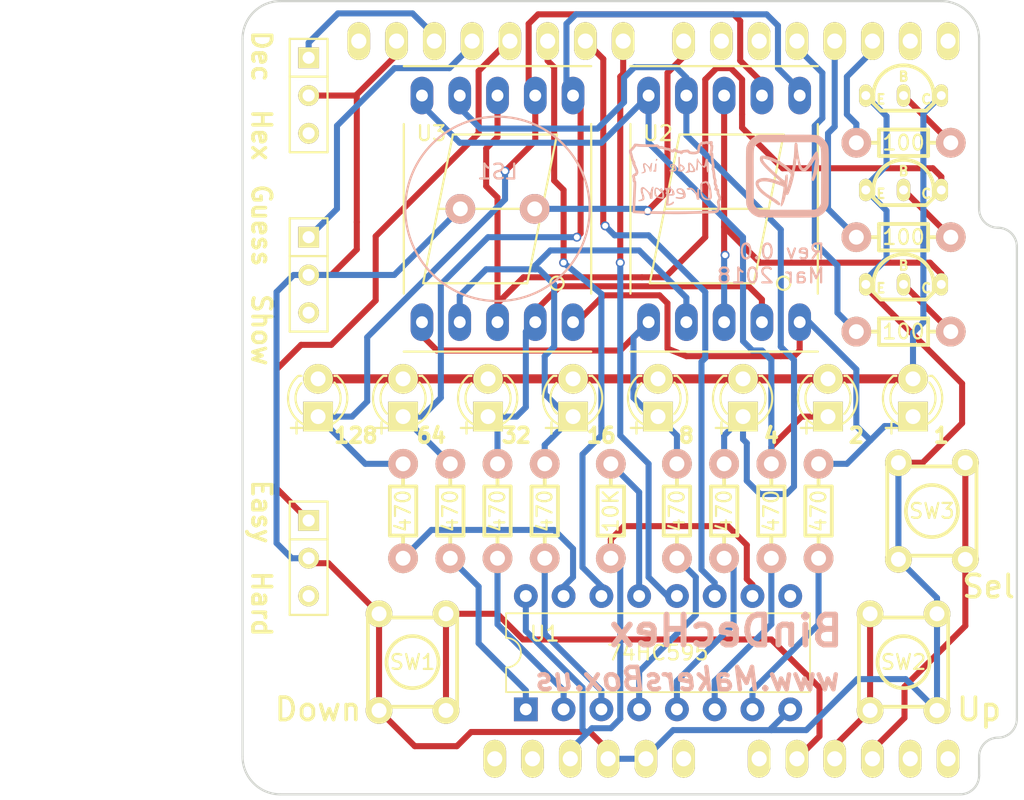
<source format=kicad_pcb>
(kicad_pcb (version 4) (host pcbnew 4.0.7)

  (general
    (links 83)
    (no_connects 0)
    (area 123.114999 59.614999 175.335001 113.105001)
    (thickness 1.6)
    (drawings 31)
    (tracks 374)
    (zones 0)
    (modules 36)
    (nets 51)
  )

  (page USLetter)
  (title_block
    (title BinDecHex)
    (date 2018-03-17)
    (rev 0.0)
    (company www.MakersBox.us)
  )

  (layers
    (0 F.Cu signal)
    (31 B.Cu signal)
    (32 B.Adhes user)
    (33 F.Adhes user)
    (34 B.Paste user)
    (35 F.Paste user)
    (36 B.SilkS user)
    (37 F.SilkS user)
    (38 B.Mask user)
    (39 F.Mask user)
    (40 Dwgs.User user)
    (41 Cmts.User user)
    (42 Eco1.User user)
    (43 Eco2.User user)
    (44 Edge.Cuts user)
    (45 Margin user)
    (46 B.CrtYd user)
    (47 F.CrtYd user)
    (48 B.Fab user)
    (49 F.Fab user hide)
  )

  (setup
    (last_trace_width 0.25)
    (user_trace_width 0.254)
    (user_trace_width 0.3048)
    (user_trace_width 0.4064)
    (user_trace_width 0.6096)
    (trace_clearance 0.2)
    (zone_clearance 0.508)
    (zone_45_only no)
    (trace_min 0.007874)
    (segment_width 0.508)
    (edge_width 0.15)
    (via_size 0.6)
    (via_drill 0.4)
    (via_min_size 0.015748)
    (via_min_drill 0.3)
    (user_via 0.635 0.3302)
    (uvia_size 0.3)
    (uvia_drill 0.1)
    (uvias_allowed no)
    (uvia_min_size 0.007874)
    (uvia_min_drill 0.1)
    (pcb_text_width 0.3)
    (pcb_text_size 1.5 1.5)
    (mod_edge_width 0.15)
    (mod_text_size 1 1)
    (mod_text_width 0.15)
    (pad_size 2.54 1.27)
    (pad_drill 0)
    (pad_to_mask_clearance 0)
    (aux_axis_origin 0 0)
    (visible_elements 7FFFFFFF)
    (pcbplotparams
      (layerselection 0x00030_80000001)
      (usegerberextensions false)
      (excludeedgelayer true)
      (linewidth 0.100000)
      (plotframeref false)
      (viasonmask false)
      (mode 1)
      (useauxorigin false)
      (hpglpennumber 1)
      (hpglpenspeed 20)
      (hpglpendiameter 15)
      (hpglpenoverlay 2)
      (psnegative false)
      (psa4output false)
      (plotreference true)
      (plotvalue true)
      (plotinvisibletext false)
      (padsonsilk false)
      (subtractmaskfromsilk false)
      (outputformat 1)
      (mirror false)
      (drillshape 1)
      (scaleselection 1)
      (outputdirectory ""))
  )

  (net 0 "")
  (net 1 +5V)
  (net 2 GND)
  (net 3 "Net-(SHIELD1-PadAD1)")
  (net 4 "Net-(D0-Pad1)")
  (net 5 "Net-(D0-Pad2)")
  (net 6 "Net-(D1-Pad2)")
  (net 7 "Net-(D2-Pad2)")
  (net 8 "Net-(D3-Pad2)")
  (net 9 "Net-(D4-Pad2)")
  (net 10 "Net-(D5-Pad2)")
  (net 11 "Net-(D6-Pad2)")
  (net 12 "Net-(D7-Pad2)")
  (net 13 "Net-(LS1-Pad1)")
  (net 14 "Net-(Q1-Pad2)")
  (net 15 "Net-(Q1-Pad3)")
  (net 16 "Net-(Q2-Pad2)")
  (net 17 "Net-(Q2-Pad3)")
  (net 18 "Net-(Q3-Pad2)")
  (net 19 "Net-(R0-Pad2)")
  (net 20 "Net-(R1-Pad2)")
  (net 21 "Net-(R2-Pad2)")
  (net 22 "Net-(R3-Pad2)")
  (net 23 "Net-(R4-Pad2)")
  (net 24 "Net-(R5-Pad2)")
  (net 25 "Net-(R6-Pad2)")
  (net 26 "Net-(R7-Pad2)")
  (net 27 "Net-(R8-Pad2)")
  (net 28 "Net-(R9-Pad2)")
  (net 29 "Net-(R10-Pad2)")
  (net 30 "Net-(SHIELD1-PadAD5)")
  (net 31 "Net-(SHIELD1-PadAD4)")
  (net 32 "Net-(SHIELD1-PadAD3)")
  (net 33 "Net-(SHIELD1-PadAD0)")
  (net 34 "Net-(SHIELD1-PadAD2)")
  (net 35 "Net-(SHIELD1-PadV_IN)")
  (net 36 "Net-(SHIELD1-Pad3V3)")
  (net 37 "Net-(SHIELD1-PadRST)")
  (net 38 "Net-(SHIELD1-Pad0)")
  (net 39 "Net-(SHIELD1-Pad1)")
  (net 40 "Net-(SHIELD1-Pad8)")
  (net 41 "Net-(SHIELD1-Pad9)")
  (net 42 "Net-(SHIELD1-Pad10)")
  (net 43 "Net-(SHIELD1-Pad11)")
  (net 44 "Net-(SHIELD1-Pad12)")
  (net 45 "Net-(SHIELD1-Pad13)")
  (net 46 "Net-(SHIELD1-PadAREF)")
  (net 47 "Net-(U1-Pad9)")
  (net 48 "Net-(R11-Pad1)")
  (net 49 "Net-(SHIELD1-Pad5)")
  (net 50 "Net-(SHIELD1-Pad6)")

  (net_class Default "This is the default net class."
    (clearance 0.2)
    (trace_width 0.25)
    (via_dia 0.6)
    (via_drill 0.4)
    (uvia_dia 0.3)
    (uvia_drill 0.1)
    (add_net +5V)
    (add_net GND)
    (add_net "Net-(D0-Pad1)")
    (add_net "Net-(D0-Pad2)")
    (add_net "Net-(D1-Pad2)")
    (add_net "Net-(D2-Pad2)")
    (add_net "Net-(D3-Pad2)")
    (add_net "Net-(D4-Pad2)")
    (add_net "Net-(D5-Pad2)")
    (add_net "Net-(D6-Pad2)")
    (add_net "Net-(D7-Pad2)")
    (add_net "Net-(LS1-Pad1)")
    (add_net "Net-(Q1-Pad2)")
    (add_net "Net-(Q1-Pad3)")
    (add_net "Net-(Q2-Pad2)")
    (add_net "Net-(Q2-Pad3)")
    (add_net "Net-(Q3-Pad2)")
    (add_net "Net-(R0-Pad2)")
    (add_net "Net-(R1-Pad2)")
    (add_net "Net-(R10-Pad2)")
    (add_net "Net-(R11-Pad1)")
    (add_net "Net-(R2-Pad2)")
    (add_net "Net-(R3-Pad2)")
    (add_net "Net-(R4-Pad2)")
    (add_net "Net-(R5-Pad2)")
    (add_net "Net-(R6-Pad2)")
    (add_net "Net-(R7-Pad2)")
    (add_net "Net-(R8-Pad2)")
    (add_net "Net-(R9-Pad2)")
    (add_net "Net-(SHIELD1-Pad0)")
    (add_net "Net-(SHIELD1-Pad1)")
    (add_net "Net-(SHIELD1-Pad10)")
    (add_net "Net-(SHIELD1-Pad11)")
    (add_net "Net-(SHIELD1-Pad12)")
    (add_net "Net-(SHIELD1-Pad13)")
    (add_net "Net-(SHIELD1-Pad3V3)")
    (add_net "Net-(SHIELD1-Pad5)")
    (add_net "Net-(SHIELD1-Pad6)")
    (add_net "Net-(SHIELD1-Pad8)")
    (add_net "Net-(SHIELD1-Pad9)")
    (add_net "Net-(SHIELD1-PadAD0)")
    (add_net "Net-(SHIELD1-PadAD1)")
    (add_net "Net-(SHIELD1-PadAD2)")
    (add_net "Net-(SHIELD1-PadAD3)")
    (add_net "Net-(SHIELD1-PadAD4)")
    (add_net "Net-(SHIELD1-PadAD5)")
    (add_net "Net-(SHIELD1-PadAREF)")
    (add_net "Net-(SHIELD1-PadRST)")
    (add_net "Net-(SHIELD1-PadV_IN)")
    (add_net "Net-(U1-Pad9)")
  )

  (module myFootPrints:MB225rev (layer F.Cu) (tedit 0) (tstamp 5AADADCC)
    (at 159.8295 71.4375)
    (fp_text reference VAL (at 0 0) (layer F.SilkS) hide
      (effects (font (size 1.143 1.143) (thickness 0.1778)))
    )
    (fp_text value MB225rev (at 0 0) (layer F.SilkS) hide
      (effects (font (size 1.143 1.143) (thickness 0.1778)))
    )
    (fp_poly (pts (xy -2.78638 0.6096) (xy -2.78638 0.85344) (xy -2.78638 1.0668) (xy -2.78384 1.24714)
      (xy -2.78384 1.40208) (xy -2.7813 1.53162) (xy -2.7813 1.64084) (xy -2.77876 1.7272)
      (xy -2.77622 1.79832) (xy -2.77114 1.8542) (xy -2.7686 1.89738) (xy -2.76352 1.93294)
      (xy -2.75844 1.96088) (xy -2.75336 1.98374) (xy -2.74828 1.99644) (xy -2.667 2.19964)
      (xy -2.5527 2.37744) (xy -2.40792 2.53238) (xy -2.26822 2.63398) (xy -2.26822 -0.81026)
      (xy -2.26822 -1.0287) (xy -2.26568 -1.21666) (xy -2.26568 -1.37668) (xy -2.26314 -1.5113)
      (xy -2.25806 -1.6256) (xy -2.25298 -1.71704) (xy -2.24536 -1.7907) (xy -2.23774 -1.85166)
      (xy -2.22758 -1.89992) (xy -2.21488 -1.93802) (xy -2.19964 -1.9685) (xy -2.18186 -1.9939)
      (xy -2.16154 -2.0193) (xy -2.13868 -2.04216) (xy -2.11328 -2.0701) (xy -2.0447 -2.13106)
      (xy -1.9685 -2.18694) (xy -1.92024 -2.21234) (xy -1.81356 -2.25806) (xy 0 -2.25806)
      (xy 1.81356 -2.25806) (xy 1.92024 -2.21234) (xy 2.01168 -2.15646) (xy 2.09804 -2.0828)
      (xy 2.11582 -2.06248) (xy 2.14376 -2.03454) (xy 2.16662 -2.01168) (xy 2.1844 -1.98628)
      (xy 2.20218 -1.95834) (xy 2.21742 -1.92786) (xy 2.23012 -1.88976) (xy 2.24028 -1.8415)
      (xy 2.2479 -1.78054) (xy 2.25552 -1.70434) (xy 2.2606 -1.61036) (xy 2.26314 -1.49606)
      (xy 2.26568 -1.3589) (xy 2.26822 -1.19888) (xy 2.26822 -1.00838) (xy 2.26822 -0.7874)
      (xy 2.26822 -0.53594) (xy 2.26568 -0.24638) (xy 2.26568 0.05334) (xy 2.2606 1.87452)
      (xy 2.21234 1.96596) (xy 2.13868 2.0828) (xy 2.04978 2.16916) (xy 1.93294 2.23774)
      (xy 1.87452 2.26314) (xy 1.8542 2.26822) (xy 1.81102 2.27076) (xy 1.74244 2.27584)
      (xy 1.651 2.27838) (xy 1.53416 2.28092) (xy 1.38684 2.28092) (xy 1.20904 2.28346)
      (xy 1.00076 2.28346) (xy 0.75692 2.28346) (xy 0.47752 2.28346) (xy 0.16002 2.28346)
      (xy -0.02032 2.28346) (xy -1.8542 2.28092) (xy -1.94818 2.23012) (xy -2.07264 2.1463)
      (xy -2.1717 2.03454) (xy -2.21234 1.96596) (xy -2.25806 1.87452) (xy -2.26568 0.0508)
      (xy -2.26568 -0.27178) (xy -2.26568 -0.5588) (xy -2.26822 -0.81026) (xy -2.26822 2.63398)
      (xy -2.2352 2.65684) (xy -2.03708 2.75082) (xy -1.98628 2.7686) (xy -1.96342 2.77622)
      (xy -1.94056 2.7813) (xy -1.91008 2.78638) (xy -1.86944 2.78892) (xy -1.81864 2.794)
      (xy -1.75514 2.79654) (xy -1.67386 2.79908) (xy -1.5748 2.80162) (xy -1.45542 2.80416)
      (xy -1.3081 2.80416) (xy -1.13538 2.8067) (xy -0.93218 2.8067) (xy -0.6985 2.8067)
      (xy -0.42926 2.80924) (xy -0.12192 2.80924) (xy -0.08128 2.80924) (xy 0.18796 2.80924)
      (xy 0.44704 2.80924) (xy 0.69596 2.80924) (xy 0.9271 2.80924) (xy 1.13792 2.8067)
      (xy 1.32842 2.8067) (xy 1.49352 2.80416) (xy 1.62814 2.80162) (xy 1.73482 2.80162)
      (xy 1.8034 2.79908) (xy 1.83388 2.79654) (xy 2.03454 2.75082) (xy 2.21996 2.667)
      (xy 2.38506 2.5527) (xy 2.52984 2.40792) (xy 2.64668 2.2352) (xy 2.73558 2.03962)
      (xy 2.74828 1.99644) (xy 2.7559 1.97358) (xy 2.76098 1.94818) (xy 2.76606 1.9177)
      (xy 2.77114 1.88214) (xy 2.77368 1.83388) (xy 2.77622 1.77292) (xy 2.77876 1.69672)
      (xy 2.7813 1.6002) (xy 2.78384 1.4859) (xy 2.78384 1.3462) (xy 2.78638 1.18364)
      (xy 2.78638 0.98806) (xy 2.78638 0.76454) (xy 2.78638 0.508) (xy 2.78638 0.21336)
      (xy 2.78638 0.02032) (xy 2.78638 -0.30226) (xy 2.78638 -0.58928) (xy 2.78638 -0.84074)
      (xy 2.78638 -1.05664) (xy 2.78638 -1.2446) (xy 2.78384 -1.40716) (xy 2.7813 -1.54432)
      (xy 2.77622 -1.65862) (xy 2.77368 -1.75514) (xy 2.76606 -1.83388) (xy 2.75844 -1.89992)
      (xy 2.75082 -1.95326) (xy 2.74066 -1.99898) (xy 2.72542 -2.03962) (xy 2.71272 -2.07518)
      (xy 2.69494 -2.11328) (xy 2.67462 -2.15138) (xy 2.6543 -2.19202) (xy 2.58826 -2.29362)
      (xy 2.49936 -2.40284) (xy 2.39522 -2.50444) (xy 2.28854 -2.5908) (xy 2.23012 -2.6289)
      (xy 2.18948 -2.65176) (xy 2.15392 -2.67208) (xy 2.1209 -2.68986) (xy 2.08534 -2.7051)
      (xy 2.04724 -2.7178) (xy 2.00152 -2.72796) (xy 1.94818 -2.73812) (xy 1.88468 -2.74574)
      (xy 1.8034 -2.75082) (xy 1.70942 -2.7559) (xy 1.59258 -2.75844) (xy 1.45542 -2.76352)
      (xy 1.29286 -2.76352) (xy 1.1049 -2.76606) (xy 0.88646 -2.76606) (xy 0.635 -2.76606)
      (xy 0.34798 -2.76606) (xy 0.02286 -2.76606) (xy -0.02032 -2.76606) (xy -1.91516 -2.76606)
      (xy -2.04724 -2.71526) (xy -2.24282 -2.61874) (xy -2.41046 -2.49682) (xy -2.5527 -2.34442)
      (xy -2.66446 -2.16154) (xy -2.74828 -1.96596) (xy -2.7559 -1.94564) (xy -2.76098 -1.92278)
      (xy -2.76606 -1.89484) (xy -2.7686 -1.85928) (xy -2.77368 -1.81356) (xy -2.77622 -1.75768)
      (xy -2.77876 -1.68402) (xy -2.7813 -1.59258) (xy -2.78384 -1.48082) (xy -2.78384 -1.3462)
      (xy -2.78638 -1.18618) (xy -2.78638 -0.99822) (xy -2.78638 -0.77978) (xy -2.78638 -0.52832)
      (xy -2.78638 -0.23876) (xy -2.78638 0.01016) (xy -2.78638 0.32766) (xy -2.78638 0.6096)
      (xy -2.78638 0.6096)) (layer B.SilkS) (width 0.00254))
    (fp_poly (pts (xy -2.14122 0.51562) (xy -2.1209 0.63246) (xy -2.06756 0.76708) (xy -1.9812 0.90932)
      (xy -1.92532 0.98298) (xy -1.86436 1.0541) (xy -1.79578 1.12268) (xy -1.7145 1.19634)
      (xy -1.6129 1.27762) (xy -1.49098 1.36652) (xy -1.34366 1.47066) (xy -1.19634 1.57226)
      (xy -1.08458 1.64592) (xy -0.9779 1.71958) (xy -0.88392 1.78562) (xy -0.81026 1.83896)
      (xy -0.75946 1.87452) (xy -0.75438 1.87706) (xy -0.69342 1.92278) (xy -0.62992 1.95834)
      (xy -0.60452 1.97104) (xy -0.55626 1.9812) (xy -0.52832 1.97358) (xy -0.51308 1.9558)
      (xy -0.49022 1.90754) (xy -0.48514 1.8796) (xy -0.50546 1.8288) (xy -0.5588 1.7653)
      (xy -0.64516 1.6891) (xy -0.762 1.60274) (xy -0.90932 1.50876) (xy -0.9398 1.49098)
      (xy -1.17856 1.34112) (xy -1.38938 1.19634) (xy -1.56718 1.05664) (xy -1.71196 0.92202)
      (xy -1.82118 0.79756) (xy -1.8923 0.6858) (xy -1.9304 0.59944) (xy -1.9431 0.53594)
      (xy -1.92786 0.48768) (xy -1.8923 0.44958) (xy -1.80594 0.40386) (xy -1.6891 0.37592)
      (xy -1.54432 0.37084) (xy -1.37668 0.381) (xy -1.19126 0.41402) (xy -1.06172 0.4445)
      (xy -0.97282 0.4699) (xy -0.8636 0.50546) (xy -0.74676 0.54356) (xy -0.62738 0.58674)
      (xy -0.51562 0.62992) (xy -0.41402 0.67056) (xy -0.33528 0.70612) (xy -0.28448 0.73152)
      (xy -0.27432 0.7366) (xy -0.26416 0.74676) (xy -0.25908 0.76708) (xy -0.25908 0.8001)
      (xy -0.26416 0.85344) (xy -0.27432 0.9271) (xy -0.28956 1.03124) (xy -0.31242 1.1684)
      (xy -0.32512 1.23698) (xy -0.34798 1.37668) (xy -0.37084 1.50876) (xy -0.3937 1.62814)
      (xy -0.41148 1.72466) (xy -0.42164 1.79324) (xy -0.42672 1.81356) (xy -0.44704 1.92786)
      (xy -0.45212 2.0066) (xy -0.44196 2.04978) (xy -0.41656 2.0574) (xy -0.37592 2.02946)
      (xy -0.35814 2.00914) (xy -0.31242 1.93802) (xy -0.26162 1.83642) (xy -0.2159 1.7145)
      (xy -0.17272 1.58242) (xy -0.14224 1.45796) (xy -0.127 1.37668) (xy -0.11176 1.31318)
      (xy -0.09906 1.27254) (xy -0.09652 1.26492) (xy -0.07112 1.26492) (xy -0.03302 1.27508)
      (xy 0.00508 1.28524) (xy 0.03556 1.27) (xy 0.05842 1.24206) (xy 0.09144 1.17856)
      (xy 0.12954 1.08712) (xy 0.17526 0.9652) (xy 0.22098 0.8255) (xy 0.26924 0.6731)
      (xy 0.3175 0.51308) (xy 0.36068 0.35306) (xy 0.39878 0.20066) (xy 0.42926 0.0635)
      (xy 0.45212 -0.05588) (xy 0.46482 -0.14478) (xy 0.46736 -0.1778) (xy 0.47244 -0.23368)
      (xy 0.48514 -0.3175) (xy 0.50546 -0.41148) (xy 0.51816 -0.4572) (xy 0.53848 -0.54864)
      (xy 0.55626 -0.63246) (xy 0.56642 -0.69596) (xy 0.56896 -0.71628) (xy 0.5715 -0.762)
      (xy 0.57912 -0.8382) (xy 0.59182 -0.92964) (xy 0.60198 -1.0033) (xy 0.61468 -1.09474)
      (xy 0.62738 -1.15316) (xy 0.63754 -1.17856) (xy 0.65024 -1.1684) (xy 0.66294 -1.12268)
      (xy 0.67818 -1.0414) (xy 0.6985 -0.91948) (xy 0.6985 -0.91186) (xy 0.72136 -0.7747)
      (xy 0.74168 -0.67056) (xy 0.75692 -0.59436) (xy 0.7747 -0.53848) (xy 0.79502 -0.4953)
      (xy 0.81788 -0.4572) (xy 0.84328 -0.42926) (xy 0.9271 -0.35052) (xy 1.02108 -0.30226)
      (xy 1.11506 -0.28448) (xy 1.20142 -0.29972) (xy 1.23698 -0.3175) (xy 1.3335 -0.3937)
      (xy 1.4351 -0.49784) (xy 1.54432 -0.62992) (xy 1.66624 -0.79756) (xy 1.75768 -0.93726)
      (xy 1.80594 -1.01346) (xy 1.8415 -1.0668) (xy 1.86436 -1.09474) (xy 1.87706 -1.09474)
      (xy 1.87706 -1.06426) (xy 1.86944 -1.00076) (xy 1.85166 -0.9017) (xy 1.82626 -0.76708)
      (xy 1.82626 -0.762) (xy 1.80848 -0.66294) (xy 1.79324 -0.57404) (xy 1.78562 -0.50546)
      (xy 1.78308 -0.47244) (xy 1.778 -0.41148) (xy 1.76276 -0.32512) (xy 1.7399 -0.21844)
      (xy 1.7145 -0.10668) (xy 1.68656 -0.00254) (xy 1.65862 0.0889) (xy 1.63576 0.14732)
      (xy 1.61036 0.2159) (xy 1.60528 0.25908) (xy 1.61544 0.2794) (xy 1.65354 0.32004)
      (xy 1.69926 0.34544) (xy 1.74244 0.34798) (xy 1.75514 0.3429) (xy 1.78816 0.29972)
      (xy 1.8288 0.22606) (xy 1.87198 0.127) (xy 1.91516 0.00508) (xy 1.96088 -0.127)
      (xy 2.00406 -0.26162) (xy 2.03962 -0.39878) (xy 2.05994 -0.48514) (xy 2.0828 -0.61214)
      (xy 2.10058 -0.73914) (xy 2.11582 -0.8636) (xy 2.12344 -0.97282) (xy 2.12598 -1.0668)
      (xy 2.1209 -1.1303) (xy 2.11074 -1.16078) (xy 2.10058 -1.1938) (xy 2.08788 -1.25476)
      (xy 2.07772 -1.33604) (xy 2.07518 -1.37922) (xy 2.06248 -1.49352) (xy 2.0447 -1.57226)
      (xy 2.0193 -1.61798) (xy 1.98628 -1.6383) (xy 1.96342 -1.64084) (xy 1.93294 -1.63068)
      (xy 1.8923 -1.59512) (xy 1.84404 -1.5367) (xy 1.78054 -1.4478) (xy 1.70434 -1.32842)
      (xy 1.6129 -1.17348) (xy 1.59004 -1.13538) (xy 1.4732 -0.9398) (xy 1.3716 -0.77978)
      (xy 1.28016 -0.65786) (xy 1.19888 -0.56896) (xy 1.12776 -0.5207) (xy 1.06426 -0.508)
      (xy 1.00838 -0.5334) (xy 0.95758 -0.5969) (xy 0.91186 -0.70104) (xy 0.86868 -0.84074)
      (xy 0.8255 -1.02362) (xy 0.78232 -1.24206) (xy 0.75946 -1.38176) (xy 0.7366 -1.51892)
      (xy 0.71882 -1.65354) (xy 0.70358 -1.778) (xy 0.69342 -1.8796) (xy 0.68834 -1.95326)
      (xy 0.68834 -1.95834) (xy 0.68326 -2.07518) (xy 0.66548 -2.15392) (xy 0.63754 -2.20218)
      (xy 0.59182 -2.22504) (xy 0.58674 -2.22504) (xy 0.55118 -2.22504) (xy 0.52324 -2.21488)
      (xy 0.50292 -2.18948) (xy 0.48768 -2.14376) (xy 0.47752 -2.07264) (xy 0.4699 -1.97104)
      (xy 0.46228 -1.83388) (xy 0.46228 -1.79578) (xy 0.45466 -1.63068) (xy 0.44704 -1.4986)
      (xy 0.44196 -1.397) (xy 0.43688 -1.3208) (xy 0.4318 -1.25984) (xy 0.42418 -1.21412)
      (xy 0.41656 -1.17348) (xy 0.4064 -1.13538) (xy 0.381 -1.0033) (xy 0.3683 -0.84328)
      (xy 0.36576 -0.74676) (xy 0.36068 -0.6858) (xy 0.35052 -0.60706) (xy 0.33274 -0.52324)
      (xy 0.31496 -0.44704) (xy 0.29718 -0.39116) (xy 0.28956 -0.37846) (xy 0.27178 -0.38608)
      (xy 0.23368 -0.41402) (xy 0.1778 -0.46228) (xy 0.13462 -0.50038) (xy -0.12192 -0.71374)
      (xy -0.4064 -0.90932) (xy -0.70866 -1.07696) (xy -1.02108 -1.21666) (xy -1.28524 -1.30556)
      (xy -1.40208 -1.3335) (xy -1.51892 -1.35128) (xy -1.62814 -1.3589) (xy -1.71704 -1.35382)
      (xy -1.78054 -1.33858) (xy -1.79324 -1.33096) (xy -1.82372 -1.28524) (xy -1.84404 -1.21666)
      (xy -1.85166 -1.13284) (xy -1.84404 -1.04902) (xy -1.82626 -0.98298) (xy -1.77292 -0.89154)
      (xy -1.69164 -0.77978) (xy -1.64084 -0.72136) (xy -1.64084 -1.09728) (xy -1.6383 -1.13538)
      (xy -1.6256 -1.15316) (xy -1.59004 -1.15316) (xy -1.55448 -1.14554) (xy -1.4859 -1.1303)
      (xy -1.38684 -1.10236) (xy -1.27 -1.0668) (xy -1.14046 -1.02362) (xy -1.01346 -0.97536)
      (xy -0.89154 -0.92964) (xy -0.78994 -0.88646) (xy -0.75692 -0.87122) (xy -0.65278 -0.82042)
      (xy -0.54102 -0.75692) (xy -0.43688 -0.69342) (xy -0.41656 -0.68072) (xy -0.3429 -0.62484)
      (xy -0.254 -0.55626) (xy -0.16002 -0.48006) (xy -0.06604 -0.39878) (xy 0.02286 -0.32004)
      (xy 0.1016 -0.24638) (xy 0.16256 -0.18542) (xy 0.2032 -0.1397) (xy 0.21336 -0.12192)
      (xy 0.21844 -0.0889) (xy 0.2159 -0.04572) (xy 0.20574 0.0127) (xy 0.18542 0.09398)
      (xy 0.1524 0.20828) (xy 0.14224 0.24384) (xy 0.1143 0.33528) (xy 0.09144 0.42418)
      (xy 0.0762 0.49276) (xy 0.07112 0.51562) (xy 0.05842 0.58166) (xy 0.04064 0.65024)
      (xy 0.02032 0.71628) (xy 0.00254 0.76708) (xy -0.01016 0.79502) (xy -0.01524 0.79502)
      (xy -0.01524 0.76708) (xy -0.0127 0.70866) (xy -0.00762 0.6223) (xy 0.00254 0.51816)
      (xy 0.00762 0.4445) (xy 0.01778 0.32258) (xy 0.0254 0.22098) (xy 0.02794 0.14224)
      (xy 0.0254 0.09398) (xy 0.02286 0.08382) (xy 0.0127 0.04064) (xy 0.01524 -0.01524)
      (xy 0.01778 -0.06096) (xy 0.00508 -0.07874) (xy -0.02286 -0.08128) (xy -0.07874 -0.07366)
      (xy -0.11684 -0.04826) (xy -0.14224 0) (xy -0.15494 0.07874) (xy -0.15748 0.14986)
      (xy -0.1651 0.23622) (xy -0.17272 0.29718) (xy -0.18542 0.32258) (xy -0.18796 0.32512)
      (xy -0.2032 0.32004) (xy -0.23114 0.3048) (xy -0.27178 0.27432) (xy -0.3302 0.2286)
      (xy -0.4064 0.16764) (xy -0.50546 0.08128) (xy -0.62992 -0.0254) (xy -0.6985 -0.08382)
      (xy -0.89408 -0.25654) (xy -1.07188 -0.4191) (xy -1.22936 -0.5715) (xy -1.36398 -0.70866)
      (xy -1.4732 -0.83058) (xy -1.55702 -0.93472) (xy -1.6129 -1.01854) (xy -1.64084 -1.08204)
      (xy -1.64084 -1.09728) (xy -1.64084 -0.72136) (xy -1.57988 -0.6477) (xy -1.44018 -0.50038)
      (xy -1.27508 -0.33528) (xy -1.08712 -0.15748) (xy -0.87884 0.03048) (xy -0.81534 0.08636)
      (xy -0.71628 0.17272) (xy -0.62738 0.25146) (xy -0.55372 0.31496) (xy -0.50038 0.36322)
      (xy -0.4699 0.39116) (xy -0.46482 0.39624) (xy -0.4826 0.3937) (xy -0.53086 0.37846)
      (xy -0.60452 0.35306) (xy -0.69088 0.32258) (xy -0.69342 0.32258) (xy -0.95504 0.23622)
      (xy -1.19126 0.1778) (xy -1.39954 0.14478) (xy -1.5875 0.1397) (xy -1.75514 0.16002)
      (xy -1.905 0.20574) (xy -1.99898 0.254) (xy -2.08026 0.32258) (xy -2.12852 0.40894)
      (xy -2.14122 0.51562) (xy -2.14122 0.51562)) (layer B.SilkS) (width 0.00254))
  )

  (module myFootPrints:MadeInOregonRev25 (layer F.Cu) (tedit 0) (tstamp 5AADB31A)
    (at 152.273 71.5645)
    (fp_text reference VAL (at 0 0) (layer F.SilkS) hide
      (effects (font (size 1.143 1.143) (thickness 0.1778)))
    )
    (fp_text value MadeInOregonRev25 (at 0 0) (layer F.SilkS) hide
      (effects (font (size 1.143 1.143) (thickness 0.1778)))
    )
    (fp_poly (pts (xy -3.09626 -1.76022) (xy -3.09626 -1.72212) (xy -3.09372 -1.69672) (xy -3.09118 -1.67386)
      (xy -3.0861 -1.65608) (xy -3.07594 -1.63576) (xy -3.0734 -1.62814) (xy -3.0607 -1.6002)
      (xy -3.05054 -1.5748) (xy -3.04038 -1.54432) (xy -3.03022 -1.50876) (xy -3.02006 -1.46304)
      (xy -3.00736 -1.4097) (xy -3.00228 -1.39192) (xy -2.98704 -1.31826) (xy -2.96926 -1.2573)
      (xy -2.95402 -1.20396) (xy -2.9337 -1.15824) (xy -2.91338 -1.1176) (xy -2.91338 -1.74752)
      (xy -2.91338 -1.76276) (xy -2.91084 -1.77546) (xy -2.90322 -1.78816) (xy -2.89052 -1.8034)
      (xy -2.86766 -1.82118) (xy -2.8575 -1.83134) (xy -2.82956 -1.8542) (xy -2.80416 -1.8796)
      (xy -2.78638 -1.90246) (xy -2.77876 -1.91008) (xy -2.76606 -1.92786) (xy -2.74574 -1.95326)
      (xy -2.72034 -1.98374) (xy -2.69494 -2.01422) (xy -2.6924 -2.01676) (xy -2.66954 -2.0447)
      (xy -2.64922 -2.0701) (xy -2.63652 -2.08788) (xy -2.6289 -2.09804) (xy -2.6289 -2.10058)
      (xy -2.62382 -2.10566) (xy -2.60604 -2.10566) (xy -2.58064 -2.10566) (xy -2.55016 -2.10058)
      (xy -2.51968 -2.0955) (xy -2.50952 -2.09296) (xy -2.49682 -2.09042) (xy -2.48412 -2.08534)
      (xy -2.46888 -2.08534) (xy -2.4511 -2.0828) (xy -2.4257 -2.08026) (xy -2.39268 -2.07772)
      (xy -2.35458 -2.07772) (xy -2.30632 -2.07518) (xy -2.2479 -2.07518) (xy -2.17678 -2.07264)
      (xy -2.09296 -2.0701) (xy -2.03962 -2.0701) (xy -1.95326 -2.06756) (xy -1.8669 -2.06756)
      (xy -1.78054 -2.06502) (xy -1.69672 -2.06502) (xy -1.61798 -2.06248) (xy -1.54686 -2.06248)
      (xy -1.48336 -2.06248) (xy -1.4351 -2.06248) (xy -1.4224 -2.06248) (xy -1.22936 -2.06248)
      (xy -1.1684 -2.00152) (xy -1.10744 -1.9431) (xy -1.0668 -1.9431) (xy -1.03886 -1.9431)
      (xy -1.0033 -1.94564) (xy -0.97536 -1.95072) (xy -0.94234 -1.95326) (xy -0.91186 -1.95072)
      (xy -0.87884 -1.94564) (xy -0.8382 -1.93548) (xy -0.79248 -1.9177) (xy -0.7366 -1.89484)
      (xy -0.72136 -1.88976) (xy -0.67818 -1.86944) (xy -0.64516 -1.85674) (xy -0.61722 -1.84912)
      (xy -0.59182 -1.84404) (xy -0.56388 -1.83896) (xy -0.5461 -1.83642) (xy -0.50038 -1.83134)
      (xy -0.46482 -1.82626) (xy -0.43688 -1.81864) (xy -0.41656 -1.80848) (xy -0.39624 -1.79578)
      (xy -0.37592 -1.77546) (xy -0.37338 -1.77292) (xy -0.35052 -1.7526) (xy -0.32512 -1.73482)
      (xy -0.30734 -1.72212) (xy -0.30734 -1.72212) (xy -0.28702 -1.71704) (xy -0.25654 -1.71196)
      (xy -0.22098 -1.70434) (xy -0.18288 -1.7018) (xy -0.14986 -1.69672) (xy -0.12446 -1.69672)
      (xy -0.10922 -1.69926) (xy -0.09652 -1.70688) (xy -0.07366 -1.71958) (xy -0.05334 -1.73736)
      (xy -0.03048 -1.75768) (xy -0.01524 -1.7653) (xy -0.00508 -1.76784) (xy 0 -1.7653)
      (xy 0.01016 -1.75768) (xy 0.03048 -1.74498) (xy 0.05842 -1.7272) (xy 0.0889 -1.70688)
      (xy 0.09652 -1.7018) (xy 0.18288 -1.64846) (xy 0.25908 -1.64592) (xy 0.29464 -1.64338)
      (xy 0.3175 -1.64084) (xy 0.3302 -1.6383) (xy 0.34036 -1.63322) (xy 0.34544 -1.6256)
      (xy 0.34798 -1.62052) (xy 0.3683 -1.59766) (xy 0.39624 -1.58242) (xy 0.42672 -1.5748)
      (xy 0.4318 -1.5748) (xy 0.45974 -1.58242) (xy 0.48768 -1.6002) (xy 0.51562 -1.63068)
      (xy 0.52578 -1.64338) (xy 0.53848 -1.65608) (xy 0.5461 -1.66624) (xy 0.55626 -1.67386)
      (xy 0.56896 -1.68148) (xy 0.58928 -1.68402) (xy 0.61468 -1.6891) (xy 0.65278 -1.69418)
      (xy 0.70104 -1.69672) (xy 0.71628 -1.69926) (xy 0.8255 -1.70942) (xy 0.85598 -1.68148)
      (xy 0.89154 -1.64846) (xy 0.9271 -1.62306) (xy 0.95758 -1.60274) (xy 0.96774 -1.59766)
      (xy 0.9906 -1.59258) (xy 1.02362 -1.5875) (xy 1.0668 -1.58242) (xy 1.11252 -1.57734)
      (xy 1.16332 -1.57226) (xy 1.21158 -1.56972) (xy 1.2573 -1.56972) (xy 1.25984 -1.56972)
      (xy 1.3081 -1.56972) (xy 1.35128 -1.5748) (xy 1.39446 -1.57988) (xy 1.44272 -1.59004)
      (xy 1.48844 -1.6002) (xy 1.52146 -1.61036) (xy 1.54686 -1.62306) (xy 1.56972 -1.63576)
      (xy 1.59258 -1.65608) (xy 1.61798 -1.68148) (xy 1.63576 -1.7018) (xy 1.651 -1.72212)
      (xy 1.65862 -1.74498) (xy 1.66624 -1.77292) (xy 1.67386 -1.80848) (xy 1.6764 -1.85166)
      (xy 1.68148 -1.90246) (xy 1.6891 -1.9812) (xy 1.7018 -2.04978) (xy 1.72212 -2.10566)
      (xy 1.74752 -2.15138) (xy 1.75006 -2.15646) (xy 1.77546 -2.18186) (xy 1.81356 -2.2098)
      (xy 1.82626 -2.21742) (xy 1.8542 -2.23012) (xy 1.87706 -2.24028) (xy 1.89484 -2.24282)
      (xy 1.9177 -2.24282) (xy 1.92024 -2.24282) (xy 1.95834 -2.24282) (xy 2.00152 -2.25044)
      (xy 2.032 -2.25806) (xy 2.0701 -2.27076) (xy 2.09804 -2.27584) (xy 2.11582 -2.27838)
      (xy 2.13106 -2.2733) (xy 2.1463 -2.26822) (xy 2.15392 -2.26314) (xy 2.1844 -2.2479)
      (xy 2.22758 -2.24282) (xy 2.27584 -2.2479) (xy 2.29108 -2.25298) (xy 2.31394 -2.25806)
      (xy 2.33426 -2.26314) (xy 2.34188 -2.26314) (xy 2.34188 -2.25806) (xy 2.34442 -2.23774)
      (xy 2.34442 -2.21488) (xy 2.34442 -2.21234) (xy 2.34442 -2.1844) (xy 2.34696 -2.16408)
      (xy 2.35204 -2.1463) (xy 2.36474 -2.12852) (xy 2.3876 -2.0955) (xy 2.37998 -1.97612)
      (xy 2.37744 -1.9304) (xy 2.37236 -1.89738) (xy 2.36982 -1.87198) (xy 2.36474 -1.8542)
      (xy 2.35966 -1.83896) (xy 2.35204 -1.82372) (xy 2.34696 -1.8161) (xy 2.33172 -1.78562)
      (xy 2.3241 -1.75768) (xy 2.3241 -1.73736) (xy 2.32156 -1.70942) (xy 2.31902 -1.68656)
      (xy 2.31648 -1.67894) (xy 2.31394 -1.66116) (xy 2.30886 -1.63576) (xy 2.30886 -1.60274)
      (xy 2.30886 -1.59004) (xy 2.30886 -1.55702) (xy 2.30886 -1.5367) (xy 2.31394 -1.52146)
      (xy 2.32156 -1.5113) (xy 2.33172 -1.4986) (xy 2.33426 -1.49606) (xy 2.35458 -1.48082)
      (xy 2.3749 -1.4732) (xy 2.37744 -1.47066) (xy 2.3876 -1.47066) (xy 2.39268 -1.46558)
      (xy 2.39776 -1.45034) (xy 2.4003 -1.42494) (xy 2.40284 -1.39192) (xy 2.40538 -1.35382)
      (xy 2.40538 -1.33096) (xy 2.40792 -1.28778) (xy 2.413 -1.2319) (xy 2.42062 -1.16078)
      (xy 2.43332 -1.07442) (xy 2.4511 -0.97536) (xy 2.4511 -0.96774) (xy 2.45872 -0.92456)
      (xy 2.4638 -0.88392) (xy 2.46888 -0.85344) (xy 2.47142 -0.83058) (xy 2.47396 -0.82296)
      (xy 2.47396 -0.81026) (xy 2.47142 -0.7874) (xy 2.47142 -0.75692) (xy 2.46888 -0.72644)
      (xy 2.46888 -0.69342) (xy 2.46634 -0.66294) (xy 2.4638 -0.64262) (xy 2.46126 -0.635)
      (xy 2.4511 -0.6096) (xy 2.44856 -0.57912) (xy 2.4511 -0.54864) (xy 2.46126 -0.52324)
      (xy 2.4765 -0.51054) (xy 2.48412 -0.49784) (xy 2.49174 -0.47244) (xy 2.5019 -0.4318)
      (xy 2.50952 -0.37592) (xy 2.51968 -0.30734) (xy 2.5273 -0.2286) (xy 2.53238 -0.16764)
      (xy 2.53746 -0.1143) (xy 2.54254 -0.0635) (xy 2.54762 -0.02032) (xy 2.5527 0.01524)
      (xy 2.55524 0.04064) (xy 2.55778 0.05334) (xy 2.56794 0.07366) (xy 2.5781 0.1016)
      (xy 2.58826 0.127) (xy 2.59588 0.14732) (xy 2.6035 0.16256) (xy 2.60604 0.18034)
      (xy 2.60858 0.20066) (xy 2.60858 0.22606) (xy 2.60604 0.25908) (xy 2.6035 0.3048)
      (xy 2.6035 0.32512) (xy 2.60096 0.37084) (xy 2.60096 0.4064) (xy 2.60604 0.43434)
      (xy 2.61366 0.45974) (xy 2.62636 0.48768) (xy 2.64668 0.5207) (xy 2.66446 0.5588)
      (xy 2.67462 0.58674) (xy 2.6797 0.61468) (xy 2.67462 0.64262) (xy 2.66446 0.68072)
      (xy 2.65938 0.69088) (xy 2.64668 0.72898) (xy 2.63906 0.75946) (xy 2.63906 0.77978)
      (xy 2.6416 0.79756) (xy 2.64922 0.8128) (xy 2.64922 0.81534) (xy 2.66446 0.83058)
      (xy 2.68986 0.84836) (xy 2.72034 0.86614) (xy 2.75336 0.87884) (xy 2.77368 0.88646)
      (xy 2.794 0.89154) (xy 2.794 0.98044) (xy 2.794 1.07188) (xy 2.82448 1.13538)
      (xy 2.8575 1.20396) (xy 2.8829 1.26238) (xy 2.90322 1.31064) (xy 2.91592 1.3462)
      (xy 2.921 1.36652) (xy 2.92354 1.3843) (xy 2.92354 1.39954) (xy 2.91592 1.41478)
      (xy 2.90068 1.4351) (xy 2.90068 1.43764) (xy 2.87274 1.47828) (xy 2.84988 1.51638)
      (xy 2.8321 1.5621) (xy 2.82448 1.59004) (xy 2.80924 1.64338) (xy 2.8321 1.74244)
      (xy 2.84734 1.80848) (xy 2.85496 1.86182) (xy 2.86004 1.90754) (xy 2.86004 1.94818)
      (xy 2.85242 1.98628) (xy 2.84226 2.02438) (xy 2.84226 2.02438) (xy 2.82702 2.06756)
      (xy 2.81432 2.10566) (xy 2.79908 2.13868) (xy 2.78892 2.16154) (xy 2.77876 2.1717)
      (xy 2.77876 2.17424) (xy 2.7686 2.17678) (xy 2.74828 2.1844) (xy 2.74066 2.18948)
      (xy 2.7178 2.1971) (xy 2.68224 2.20472) (xy 2.63398 2.2098) (xy 2.57302 2.21234)
      (xy 2.49682 2.21488) (xy 2.40792 2.21742) (xy 2.30632 2.21742) (xy 2.29616 2.21742)
      (xy 2.24028 2.21996) (xy 2.17424 2.21996) (xy 2.10058 2.2225) (xy 2.02184 2.2225)
      (xy 1.9431 2.22504) (xy 1.86944 2.23012) (xy 1.84912 2.23012) (xy 1.6129 2.23774)
      (xy 1.38684 2.2479) (xy 1.16332 2.25298) (xy 0.9398 2.25806) (xy 0.71882 2.26314)
      (xy 0.4953 2.26568) (xy 0.26924 2.26822) (xy 0.03556 2.26822) (xy -0.2032 2.26822)
      (xy -0.45466 2.26822) (xy -0.71628 2.26568) (xy -0.84836 2.26314) (xy -1.03378 2.2606)
      (xy -1.20396 2.25806) (xy -1.36144 2.25552) (xy -1.50622 2.25298) (xy -1.64084 2.25044)
      (xy -1.7653 2.2479) (xy -1.88214 2.24536) (xy -1.98882 2.24282) (xy -2.08788 2.23774)
      (xy -2.17932 2.2352) (xy -2.26822 2.23266) (xy -2.35204 2.22758) (xy -2.39776 2.22504)
      (xy -2.46126 2.2225) (xy -2.51968 2.21742) (xy -2.57302 2.21488) (xy -2.61874 2.21234)
      (xy -2.65176 2.2098) (xy -2.67462 2.2098) (xy -2.68732 2.2098) (xy -2.68732 2.2098)
      (xy -2.68732 2.20218) (xy -2.68478 2.17932) (xy -2.68478 2.1463) (xy -2.68224 2.09804)
      (xy -2.6797 2.03962) (xy -2.67716 1.97104) (xy -2.67208 1.8923) (xy -2.66954 1.80594)
      (xy -2.66446 1.70942) (xy -2.65938 1.60782) (xy -2.65684 1.50114) (xy -2.65176 1.38684)
      (xy -2.64414 1.27) (xy -2.64414 1.25476) (xy -2.63906 1.11506) (xy -2.63398 0.98806)
      (xy -2.6289 0.87376) (xy -2.62382 0.77216) (xy -2.61874 0.68326) (xy -2.6162 0.60452)
      (xy -2.61366 0.53848) (xy -2.61112 0.47752) (xy -2.61112 0.42926) (xy -2.61112 0.38608)
      (xy -2.61112 0.35306) (xy -2.61112 0.32258) (xy -2.61112 0.29972) (xy -2.61366 0.28194)
      (xy -2.6162 0.2667) (xy -2.61874 0.25654) (xy -2.62128 0.24638) (xy -2.62636 0.23876)
      (xy -2.63144 0.23368) (xy -2.63652 0.22606) (xy -2.6416 0.21844) (xy -2.6543 0.2032)
      (xy -2.66192 0.18796) (xy -2.66446 0.17272) (xy -2.66192 0.14732) (xy -2.66192 0.13716)
      (xy -2.66192 0.1016) (xy -2.66446 0.06858) (xy -2.67462 0.02794) (xy -2.67462 0.0254)
      (xy -2.68732 -0.01778) (xy -2.69494 -0.04826) (xy -2.69748 -0.07112) (xy -2.69748 -0.08382)
      (xy -2.69494 -0.09398) (xy -2.68732 -0.09906) (xy -2.68732 -0.1016) (xy -2.66954 -0.10668)
      (xy -2.64668 -0.1143) (xy -2.63652 -0.1143) (xy -2.60858 -0.12192) (xy -2.58572 -0.13208)
      (xy -2.5654 -0.14732) (xy -2.54762 -0.17018) (xy -2.52476 -0.20574) (xy -2.50698 -0.2413)
      (xy -2.4638 -0.3302) (xy -2.47142 -0.40894) (xy -2.4765 -0.43942) (xy -2.48158 -0.46736)
      (xy -2.4892 -0.49276) (xy -2.49682 -0.5207) (xy -2.50952 -0.55626) (xy -2.52984 -0.59944)
      (xy -2.53492 -0.61214) (xy -2.55524 -0.66294) (xy -2.5781 -0.71374) (xy -2.60096 -0.76708)
      (xy -2.62128 -0.8128) (xy -2.63144 -0.83058) (xy -2.64668 -0.86868) (xy -2.65938 -0.89662)
      (xy -2.667 -0.91694) (xy -2.66954 -0.92964) (xy -2.667 -0.9398) (xy -2.667 -0.94996)
      (xy -2.65938 -0.97536) (xy -2.65938 -1.00584) (xy -2.66954 -1.03886) (xy -2.68732 -1.0795)
      (xy -2.71272 -1.12776) (xy -2.71526 -1.1303) (xy -2.73812 -1.17094) (xy -2.75844 -1.2065)
      (xy -2.77368 -1.23698) (xy -2.78384 -1.26746) (xy -2.79654 -1.30048) (xy -2.8067 -1.34112)
      (xy -2.81686 -1.38684) (xy -2.82702 -1.43256) (xy -2.84226 -1.49606) (xy -2.85496 -1.54686)
      (xy -2.86512 -1.5875) (xy -2.87528 -1.62052) (xy -2.88544 -1.64846) (xy -2.89306 -1.67132)
      (xy -2.90068 -1.68148) (xy -2.9083 -1.70942) (xy -2.91338 -1.7399) (xy -2.91338 -1.74752)
      (xy -2.91338 -1.1176) (xy -2.91084 -1.11506) (xy -2.90576 -1.09982) (xy -2.88798 -1.07188)
      (xy -2.87782 -1.04902) (xy -2.87274 -1.03632) (xy -2.87274 -1.02616) (xy -2.87782 -1.016)
      (xy -2.88036 -0.99822) (xy -2.8829 -0.98044) (xy -2.87782 -0.95758) (xy -2.8702 -0.92964)
      (xy -2.85496 -0.89408) (xy -2.83464 -0.84582) (xy -2.8194 -0.81534) (xy -2.78384 -0.73406)
      (xy -2.74828 -0.65786) (xy -2.72034 -0.58928) (xy -2.69494 -0.52832) (xy -2.67462 -0.47752)
      (xy -2.66192 -0.43688) (xy -2.6543 -0.40894) (xy -2.6543 -0.4064) (xy -2.64922 -0.37846)
      (xy -2.65176 -0.36068) (xy -2.65684 -0.34036) (xy -2.66446 -0.32766) (xy -2.67462 -0.30734)
      (xy -2.68732 -0.29464) (xy -2.70256 -0.28702) (xy -2.72542 -0.28194) (xy -2.73812 -0.2794)
      (xy -2.75336 -0.27686) (xy -2.77114 -0.2667) (xy -2.78892 -0.25146) (xy -2.81686 -0.22606)
      (xy -2.82448 -0.2159) (xy -2.84988 -0.1905) (xy -2.86766 -0.17272) (xy -2.87782 -0.16002)
      (xy -2.8829 -0.14732) (xy -2.8829 -0.13208) (xy -2.8829 -0.12192) (xy -2.88036 -0.06858)
      (xy -2.86766 -0.00762) (xy -2.85242 0.05588) (xy -2.8448 0.08382) (xy -2.84226 0.10668)
      (xy -2.84226 0.12954) (xy -2.8448 0.16002) (xy -2.84734 0.1651) (xy -2.84988 0.19812)
      (xy -2.84988 0.22606) (xy -2.84226 0.24892) (xy -2.82448 0.27686) (xy -2.8067 0.29972)
      (xy -2.78384 0.32766) (xy -2.82702 1.3081) (xy -2.8321 1.42748) (xy -2.83718 1.54432)
      (xy -2.84226 1.65608) (xy -2.84734 1.76276) (xy -2.84988 1.86182) (xy -2.85496 1.95326)
      (xy -2.8575 2.03708) (xy -2.86004 2.11074) (xy -2.86258 2.17424) (xy -2.86512 2.22758)
      (xy -2.86512 2.26822) (xy -2.86512 2.29616) (xy -2.86512 2.3114) (xy -2.86512 2.3114)
      (xy -2.85496 2.3368) (xy -2.83464 2.35966) (xy -2.81178 2.3749) (xy -2.8067 2.37744)
      (xy -2.794 2.37998) (xy -2.76606 2.38252) (xy -2.72796 2.38506) (xy -2.6797 2.39014)
      (xy -2.62128 2.39268) (xy -2.55778 2.39776) (xy -2.48412 2.4003) (xy -2.40792 2.40538)
      (xy -2.32664 2.40792) (xy -2.24536 2.413) (xy -2.16154 2.41554) (xy -2.08026 2.41808)
      (xy -1.99898 2.42062) (xy -1.92278 2.42316) (xy -1.85166 2.4257) (xy -1.80848 2.42824)
      (xy -1.74752 2.42824) (xy -1.67386 2.43078) (xy -1.59004 2.43078) (xy -1.4986 2.43332)
      (xy -1.397 2.43586) (xy -1.29032 2.43586) (xy -1.1811 2.4384) (xy -1.0668 2.4384)
      (xy -0.95504 2.44094) (xy -0.84582 2.44348) (xy -0.80264 2.44348) (xy -0.70104 2.44348)
      (xy -0.59944 2.44602) (xy -0.50038 2.44602) (xy -0.40386 2.44856) (xy -0.31496 2.44856)
      (xy -0.23114 2.44856) (xy -0.15748 2.4511) (xy -0.09398 2.4511) (xy -0.04064 2.4511)
      (xy 0 2.4511) (xy 0.02286 2.4511) (xy 0.05842 2.4511) (xy 0.10922 2.4511)
      (xy 0.17018 2.4511) (xy 0.2413 2.4511) (xy 0.3175 2.4511) (xy 0.39878 2.44856)
      (xy 0.4826 2.44856) (xy 0.56642 2.44602) (xy 0.60198 2.44602) (xy 0.75692 2.44348)
      (xy 0.90678 2.4384) (xy 1.0541 2.43586) (xy 1.1938 2.43078) (xy 1.32588 2.42824)
      (xy 1.45034 2.42316) (xy 1.56464 2.42062) (xy 1.66624 2.41808) (xy 1.7526 2.413)
      (xy 1.77038 2.413) (xy 1.82626 2.41046) (xy 1.8923 2.40792) (xy 1.96342 2.40792)
      (xy 2.03454 2.40538) (xy 2.10312 2.40538) (xy 2.12852 2.40538) (xy 2.19456 2.40538)
      (xy 2.26822 2.40284) (xy 2.3495 2.40284) (xy 2.42824 2.39776) (xy 2.50444 2.39522)
      (xy 2.54254 2.39522) (xy 2.75844 2.38252) (xy 2.82956 2.3495) (xy 2.86258 2.33172)
      (xy 2.88798 2.31902) (xy 2.90576 2.30632) (xy 2.91084 2.30124) (xy 2.92608 2.28092)
      (xy 2.94132 2.25044) (xy 2.96164 2.2098) (xy 2.97942 2.16662) (xy 2.9972 2.12344)
      (xy 3.01244 2.08534) (xy 3.02514 2.0447) (xy 3.03276 2.01168) (xy 3.03784 1.98628)
      (xy 3.04038 1.9558) (xy 3.04038 1.93548) (xy 3.0353 1.86182) (xy 3.0226 1.778)
      (xy 3.00736 1.70434) (xy 2.99974 1.66878) (xy 2.99974 1.64084) (xy 3.00736 1.61036)
      (xy 3.0226 1.57734) (xy 3.04546 1.53924) (xy 3.0607 1.52146) (xy 3.08356 1.4859)
      (xy 3.0988 1.4605) (xy 3.10642 1.4351) (xy 3.10896 1.4097) (xy 3.10642 1.37668)
      (xy 3.0988 1.33858) (xy 3.09118 1.3081) (xy 3.07848 1.26746) (xy 3.0607 1.22174)
      (xy 3.04038 1.1684) (xy 3.01498 1.1176) (xy 2.99466 1.07442) (xy 2.98704 1.05664)
      (xy 2.97942 1.0414) (xy 2.97688 1.02362) (xy 2.97434 1.0033) (xy 2.97434 0.97282)
      (xy 2.97434 0.93218) (xy 2.97434 0.9271) (xy 2.9718 0.87884) (xy 2.96926 0.8382)
      (xy 2.96418 0.81026) (xy 2.95148 0.7874) (xy 2.9337 0.76708) (xy 2.90576 0.7493)
      (xy 2.86766 0.72898) (xy 2.84734 0.71882) (xy 2.84734 0.7112) (xy 2.84988 0.69342)
      (xy 2.85496 0.66802) (xy 2.8575 0.6604) (xy 2.86258 0.61468) (xy 2.86258 0.5842)
      (xy 2.86258 0.57658) (xy 2.84988 0.5334) (xy 2.82956 0.48768) (xy 2.8067 0.44196)
      (xy 2.79908 0.42926) (xy 2.79146 0.41656) (xy 2.78638 0.40386) (xy 2.7813 0.38862)
      (xy 2.7813 0.37084) (xy 2.7813 0.34798) (xy 2.7813 0.3175) (xy 2.78638 0.27432)
      (xy 2.79146 0.22098) (xy 2.79146 0.21844) (xy 2.79146 0.19304) (xy 2.79146 0.16764)
      (xy 2.78384 0.1397) (xy 2.77622 0.11176) (xy 2.76352 0.07874) (xy 2.75336 0.04826)
      (xy 2.7432 0.0254) (xy 2.74066 0.02032) (xy 2.73558 0.00762) (xy 2.7305 -0.0127)
      (xy 2.72796 -0.04064) (xy 2.72288 -0.07874) (xy 2.7178 -0.12954) (xy 2.71272 -0.1905)
      (xy 2.7051 -0.25908) (xy 2.69748 -0.32512) (xy 2.68986 -0.38862) (xy 2.6797 -0.44958)
      (xy 2.67208 -0.50292) (xy 2.66446 -0.5461) (xy 2.6543 -0.57658) (xy 2.65176 -0.58674)
      (xy 2.65176 -0.60452) (xy 2.6543 -0.6223) (xy 2.65684 -0.6477) (xy 2.65176 -0.68326)
      (xy 2.65176 -0.68326) (xy 2.64668 -0.71628) (xy 2.64922 -0.75184) (xy 2.65176 -0.76962)
      (xy 2.6543 -0.79248) (xy 2.65684 -0.8128) (xy 2.6543 -0.83566) (xy 2.65176 -0.8636)
      (xy 2.64414 -0.90424) (xy 2.6416 -0.91948) (xy 2.62382 -1.01346) (xy 2.61112 -1.09982)
      (xy 2.60096 -1.1811) (xy 2.59334 -1.26238) (xy 2.58572 -1.35128) (xy 2.58064 -1.42748)
      (xy 2.5781 -1.49352) (xy 2.57302 -1.54432) (xy 2.57048 -1.58496) (xy 2.5654 -1.61544)
      (xy 2.56286 -1.6383) (xy 2.55524 -1.65608) (xy 2.54762 -1.66878) (xy 2.53746 -1.6764)
      (xy 2.52984 -1.68402) (xy 2.51714 -1.69418) (xy 2.51206 -1.70688) (xy 2.5146 -1.72466)
      (xy 2.52222 -1.75006) (xy 2.53238 -1.77546) (xy 2.53238 -1.77546) (xy 2.54 -1.78816)
      (xy 2.54254 -1.79832) (xy 2.54762 -1.81102) (xy 2.55016 -1.8288) (xy 2.5527 -1.85166)
      (xy 2.55524 -1.88214) (xy 2.55778 -1.92532) (xy 2.56286 -1.97866) (xy 2.56286 -2.0066)
      (xy 2.57302 -2.159) (xy 2.54762 -2.18948) (xy 2.52222 -2.21996) (xy 2.52984 -2.29616)
      (xy 2.53238 -2.34442) (xy 2.53238 -2.37998) (xy 2.52984 -2.40538) (xy 2.51968 -2.4257)
      (xy 2.50698 -2.44094) (xy 2.50444 -2.44348) (xy 2.4892 -2.45618) (xy 2.47142 -2.46126)
      (xy 2.44856 -2.4638) (xy 2.42062 -2.4638) (xy 2.38252 -2.45618) (xy 2.33172 -2.44602)
      (xy 2.32664 -2.44348) (xy 2.2352 -2.42316) (xy 2.19964 -2.44348) (xy 2.17424 -2.45618)
      (xy 2.15138 -2.4638) (xy 2.12344 -2.4638) (xy 2.09296 -2.45872) (xy 2.04978 -2.4511)
      (xy 2.0193 -2.44348) (xy 1.98374 -2.43332) (xy 1.9558 -2.4257) (xy 1.93802 -2.42316)
      (xy 1.92024 -2.4257) (xy 1.90754 -2.42824) (xy 1.88722 -2.43078) (xy 1.86944 -2.43078)
      (xy 1.84912 -2.42824) (xy 1.82372 -2.41808) (xy 1.79324 -2.40284) (xy 1.76022 -2.38506)
      (xy 1.71958 -2.3622) (xy 1.6891 -2.34442) (xy 1.66624 -2.32664) (xy 1.64846 -2.3114)
      (xy 1.63068 -2.29362) (xy 1.6129 -2.27076) (xy 1.59258 -2.2479) (xy 1.57734 -2.22504)
      (xy 1.56718 -2.20472) (xy 1.55702 -2.17932) (xy 1.54432 -2.1463) (xy 1.53162 -2.10312)
      (xy 1.52908 -2.09296) (xy 1.51638 -2.0447) (xy 1.50876 -2.00406) (xy 1.50368 -1.96596)
      (xy 1.4986 -1.92278) (xy 1.4986 -1.90754) (xy 1.49606 -1.86182) (xy 1.49352 -1.8288)
      (xy 1.4859 -1.80594) (xy 1.4732 -1.7907) (xy 1.45288 -1.778) (xy 1.4224 -1.77038)
      (xy 1.39446 -1.76276) (xy 1.3335 -1.7526) (xy 1.26238 -1.74752) (xy 1.18364 -1.75006)
      (xy 1.10998 -1.75768) (xy 1.03124 -1.7653) (xy 0.9652 -1.82372) (xy 0.9398 -1.84912)
      (xy 0.9144 -1.8669) (xy 0.89408 -1.88214) (xy 0.88392 -1.88722) (xy 0.86868 -1.88722)
      (xy 0.84328 -1.88722) (xy 0.80518 -1.88722) (xy 0.762 -1.88214) (xy 0.7112 -1.8796)
      (xy 0.6604 -1.87452) (xy 0.6096 -1.86944) (xy 0.56642 -1.86436) (xy 0.52324 -1.85674)
      (xy 0.49276 -1.85166) (xy 0.47244 -1.8415) (xy 0.45974 -1.83642) (xy 0.44958 -1.8288)
      (xy 0.43942 -1.82372) (xy 0.42418 -1.82118) (xy 0.40386 -1.82118) (xy 0.37592 -1.82118)
      (xy 0.33782 -1.82118) (xy 0.23622 -1.82372) (xy 0.13208 -1.8923) (xy 0.09398 -1.9177)
      (xy 0.06096 -1.93802) (xy 0.03302 -1.9558) (xy 0.0127 -1.96596) (xy 0.00508 -1.97104)
      (xy -0.02286 -1.97866) (xy -0.04826 -1.97358) (xy -0.07874 -1.95834) (xy -0.1143 -1.92786)
      (xy -0.11684 -1.92532) (xy -0.1397 -1.905) (xy -0.15748 -1.8923) (xy -0.17272 -1.88468)
      (xy -0.18796 -1.88214) (xy -0.19304 -1.88214) (xy -0.21082 -1.88468) (xy -0.22352 -1.88722)
      (xy -0.2413 -1.89992) (xy -0.26162 -1.9177) (xy -0.27178 -1.92786) (xy -0.30226 -1.95326)
      (xy -0.33528 -1.97358) (xy -0.37338 -1.98882) (xy -0.41656 -1.99898) (xy -0.47244 -2.00914)
      (xy -0.50038 -2.01168) (xy -0.53848 -2.01676) (xy -0.56896 -2.02438) (xy -0.59944 -2.03454)
      (xy -0.635 -2.04724) (xy -0.66548 -2.05994) (xy -0.70866 -2.07772) (xy -0.75692 -2.0955)
      (xy -0.80264 -2.11074) (xy -0.83058 -2.11836) (xy -0.86868 -2.12598) (xy -0.89662 -2.1336)
      (xy -0.91948 -2.1336) (xy -0.94234 -2.1336) (xy -0.97282 -2.13106) (xy -1.03378 -2.12344)
      (xy -1.0922 -2.17678) (xy -1.12776 -2.2098) (xy -1.1557 -2.23012) (xy -1.17348 -2.2352)
      (xy -1.18618 -2.23774) (xy -1.21412 -2.23774) (xy -1.24968 -2.24028) (xy -1.2954 -2.24028)
      (xy -1.3462 -2.24028) (xy -1.40208 -2.24028) (xy -1.40462 -2.24028) (xy -1.48844 -2.24028)
      (xy -1.57734 -2.24282) (xy -1.66878 -2.24282) (xy -1.76022 -2.24282) (xy -1.85166 -2.24536)
      (xy -1.94056 -2.2479) (xy -2.02438 -2.2479) (xy -2.10566 -2.25044) (xy -2.18186 -2.25298)
      (xy -2.25044 -2.25552) (xy -2.30886 -2.25806) (xy -2.35966 -2.2606) (xy -2.39776 -2.26314)
      (xy -2.42316 -2.26568) (xy -2.43586 -2.26822) (xy -2.45364 -2.27076) (xy -2.48666 -2.27584)
      (xy -2.52476 -2.28092) (xy -2.5654 -2.28346) (xy -2.58572 -2.286) (xy -2.63144 -2.28854)
      (xy -2.66446 -2.29108) (xy -2.68732 -2.29108) (xy -2.7051 -2.29108) (xy -2.7178 -2.28854)
      (xy -2.72796 -2.28346) (xy -2.7305 -2.28092) (xy -2.7559 -2.2606) (xy -2.77876 -2.22758)
      (xy -2.78892 -2.19202) (xy -2.79654 -2.17678) (xy -2.81178 -2.15392) (xy -2.8321 -2.13106)
      (xy -2.83718 -2.12344) (xy -2.86258 -2.09296) (xy -2.88544 -2.06502) (xy -2.90576 -2.04216)
      (xy -2.9083 -2.03708) (xy -2.92354 -2.0193) (xy -2.94894 -1.9939) (xy -2.97688 -1.96596)
      (xy -3.00482 -1.93802) (xy -3.03276 -1.91262) (xy -3.05816 -1.88976) (xy -3.07594 -1.87198)
      (xy -3.0861 -1.85928) (xy -3.0861 -1.85928) (xy -3.09118 -1.8415) (xy -3.09626 -1.81102)
      (xy -3.09626 -1.77038) (xy -3.09626 -1.76022) (xy -3.09626 -1.76022)) (layer B.SilkS) (width 0.00254))
    (fp_poly (pts (xy -0.67056 0.70358) (xy -0.67056 0.72136) (xy -0.66802 0.72644) (xy -0.66548 0.74676)
      (xy -0.65532 0.7747) (xy -0.64262 0.80772) (xy -0.63246 0.83312) (xy -0.61468 0.8763)
      (xy -0.60198 0.90932) (xy -0.59436 0.93218) (xy -0.59182 0.94996) (xy -0.5969 0.9652)
      (xy -0.60198 0.9779) (xy -0.61722 0.99568) (xy -0.63246 1.01092) (xy -0.64516 1.02362)
      (xy -0.6477 1.03632) (xy -0.64262 1.05156) (xy -0.62484 1.07188) (xy -0.6223 1.07696)
      (xy -0.59944 1.10236) (xy -0.5842 1.12522) (xy -0.57404 1.14554) (xy -0.56896 1.17348)
      (xy -0.56388 1.2065) (xy -0.56134 1.24968) (xy -0.56134 1.26238) (xy -0.56134 1.31572)
      (xy -0.56134 1.36652) (xy -0.56642 1.41986) (xy -0.5715 1.47828) (xy -0.58166 1.54686)
      (xy -0.59182 1.62306) (xy -0.59944 1.66116) (xy -0.60706 1.71704) (xy -0.61468 1.76022)
      (xy -0.61722 1.79324) (xy -0.61976 1.8161) (xy -0.61722 1.83388) (xy -0.61468 1.84658)
      (xy -0.6096 1.85674) (xy -0.6096 1.85928) (xy -0.60198 1.8669) (xy -0.59436 1.86944)
      (xy -0.58166 1.87198) (xy -0.56134 1.87452) (xy -0.53086 1.87452) (xy -0.51308 1.87452)
      (xy -0.47752 1.87452) (xy -0.45974 1.87198) (xy -0.45974 0.94234) (xy -0.45212 0.89662)
      (xy -0.43688 0.85344) (xy -0.41402 0.81788) (xy -0.40894 0.81026) (xy -0.38354 0.79502)
      (xy -0.35306 0.79248) (xy -0.32258 0.8001) (xy -0.2921 0.81788) (xy -0.26162 0.84582)
      (xy -0.23622 0.87884) (xy -0.21844 0.91948) (xy -0.21336 0.92964) (xy -0.20828 0.9525)
      (xy -0.2032 0.98044) (xy -0.19812 1.01092) (xy -0.19304 1.0414) (xy -0.1905 1.06934)
      (xy -0.18796 1.08712) (xy -0.1905 1.09728) (xy -0.20066 1.09982) (xy -0.22098 1.1049)
      (xy -0.24892 1.10998) (xy -0.2794 1.11252) (xy -0.30734 1.11506) (xy -0.3302 1.1176)
      (xy -0.34036 1.1176) (xy -0.36322 1.10998) (xy -0.38862 1.09474) (xy -0.39878 1.08458)
      (xy -0.4191 1.06172) (xy -0.43688 1.03886) (xy -0.44196 1.02616) (xy -0.4572 0.98806)
      (xy -0.45974 0.94234) (xy -0.45974 1.87198) (xy -0.4445 1.87198) (xy -0.42164 1.87198)
      (xy -0.41148 1.86944) (xy -0.37338 1.86182) (xy -0.3302 1.85166) (xy -0.28448 1.83642)
      (xy -0.24384 1.82372) (xy -0.21336 1.80848) (xy -0.20828 1.80848) (xy -0.17018 1.78562)
      (xy -0.13462 1.75768) (xy -0.10414 1.7272) (xy -0.08382 1.69926) (xy -0.07112 1.67386)
      (xy -0.07112 1.651) (xy -0.07112 1.651) (xy -0.08382 1.63068) (xy -0.10414 1.6129)
      (xy -0.12446 1.60528) (xy -0.12446 1.60528) (xy -0.1397 1.6129) (xy -0.16256 1.62814)
      (xy -0.19558 1.65608) (xy -0.20066 1.65862) (xy -0.24384 1.69672) (xy -0.28702 1.72466)
      (xy -0.3302 1.74498) (xy -0.37084 1.75768) (xy -0.40386 1.76276) (xy -0.4318 1.75514)
      (xy -0.43942 1.75006) (xy -0.44958 1.74244) (xy -0.45212 1.73482) (xy -0.45212 1.71958)
      (xy -0.44704 1.69672) (xy -0.4445 1.69418) (xy -0.44196 1.67386) (xy -0.43688 1.64338)
      (xy -0.4318 1.60274) (xy -0.42926 1.55194) (xy -0.42418 1.4859) (xy -0.4191 1.4097)
      (xy -0.41402 1.31826) (xy -0.41148 1.29286) (xy -0.4064 1.20142) (xy -0.27178 1.20142)
      (xy -0.21336 1.20142) (xy -0.17018 1.20142) (xy -0.13462 1.19888) (xy -0.10668 1.19126)
      (xy -0.08636 1.18364) (xy -0.06858 1.1684) (xy -0.0508 1.15316) (xy -0.04572 1.14808)
      (xy -0.03048 1.12776) (xy -0.0254 1.11506) (xy -0.0254 1.09474) (xy -0.02794 1.08458)
      (xy -0.04318 0.99822) (xy -0.06858 0.92202) (xy -0.1016 0.85598) (xy -0.14224 0.8001)
      (xy -0.1524 0.78994) (xy -0.18796 0.75692) (xy -0.22352 0.73406) (xy -0.26416 0.71374)
      (xy -0.29718 0.70104) (xy -0.3302 0.68834) (xy -0.36322 0.6731) (xy -0.37846 0.66548)
      (xy -0.4191 0.64262) (xy -0.44704 0.66548) (xy -0.4699 0.68326) (xy -0.49022 0.69596)
      (xy -0.51308 0.6985) (xy -0.54102 0.69596) (xy -0.57404 0.69088) (xy -0.60706 0.68326)
      (xy -0.62992 0.68326) (xy -0.64516 0.68326) (xy -0.65532 0.6858) (xy -0.66802 0.69342)
      (xy -0.67056 0.70358) (xy -0.67056 0.70358)) (layer B.SilkS) (width 0.00254))
    (fp_poly (pts (xy -2.47904 1.55448) (xy -2.47142 1.56464) (xy -2.47142 1.56718) (xy -2.45364 1.5748)
      (xy -2.4257 1.57988) (xy -2.39014 1.58242) (xy -2.3495 1.57988) (xy -2.30886 1.57734)
      (xy -2.29108 1.57226) (xy -2.24536 1.5621) (xy -2.1971 1.54686) (xy -2.15392 1.52654)
      (xy -2.11836 1.50622) (xy -2.0955 1.49098) (xy -2.08026 1.47828) (xy -2.07264 1.46558)
      (xy -2.06756 1.44526) (xy -2.06248 1.41986) (xy -2.05994 1.41224) (xy -2.0574 1.35636)
      (xy -2.06248 1.30048) (xy -2.07518 1.23698) (xy -2.09804 1.16586) (xy -2.10312 1.14808)
      (xy -2.13106 1.0668) (xy -2.15138 0.99568) (xy -2.16408 0.93218) (xy -2.16916 0.87376)
      (xy -2.16916 0.86614) (xy -2.16662 0.81788) (xy -2.159 0.77978) (xy -2.1463 0.75692)
      (xy -2.12598 0.74676) (xy -2.10058 0.75184) (xy -2.0955 0.75184) (xy -2.07772 0.76454)
      (xy -2.04978 0.78486) (xy -2.0193 0.81026) (xy -1.98628 0.8382) (xy -1.95326 0.86868)
      (xy -1.92278 0.89662) (xy -1.91516 0.90678) (xy -1.8415 0.99314) (xy -1.78308 1.08458)
      (xy -1.73736 1.17602) (xy -1.70688 1.27) (xy -1.69672 1.3335) (xy -1.69164 1.36398)
      (xy -1.68402 1.39192) (xy -1.6764 1.4097) (xy -1.6764 1.4097) (xy -1.66878 1.41986)
      (xy -1.66116 1.4224) (xy -1.64592 1.42494) (xy -1.62306 1.4224) (xy -1.59258 1.41732)
      (xy -1.55702 1.41224) (xy -1.51892 1.40462) (xy -1.51384 1.32334) (xy -1.5113 1.28016)
      (xy -1.5113 1.22936) (xy -1.50876 1.1811) (xy -1.50876 1.16078) (xy -1.50876 1.11252)
      (xy -1.50622 1.06426) (xy -1.50114 1.016) (xy -1.49606 0.96266) (xy -1.4859 0.89916)
      (xy -1.47574 0.82804) (xy -1.46812 0.78232) (xy -1.4605 0.7366) (xy -1.45542 0.69596)
      (xy -1.45034 0.6604) (xy -1.4478 0.63754) (xy -1.4478 0.62484) (xy -1.4478 0.6223)
      (xy -1.45796 0.61468) (xy -1.47574 0.61214) (xy -1.50114 0.61722) (xy -1.52654 0.62992)
      (xy -1.54686 0.64516) (xy -1.56464 0.66548) (xy -1.57988 0.69342) (xy -1.59512 0.73152)
      (xy -1.61036 0.77978) (xy -1.62306 0.84328) (xy -1.6256 0.84836) (xy -1.6383 0.9017)
      (xy -1.64592 0.94488) (xy -1.65608 0.97536) (xy -1.66116 0.99568) (xy -1.66624 1.00838)
      (xy -1.67132 1.01346) (xy -1.6764 1.016) (xy -1.6764 1.016) (xy -1.68402 1.01092)
      (xy -1.7018 0.99568) (xy -1.7272 0.97536) (xy -1.75768 0.94742) (xy -1.79324 0.9144)
      (xy -1.83134 0.8763) (xy -1.83388 0.87376) (xy -1.89992 0.81026) (xy -1.9558 0.75946)
      (xy -2.00152 0.71628) (xy -2.04216 0.68326) (xy -2.07772 0.65786) (xy -2.10566 0.64008)
      (xy -2.13106 0.62992) (xy -2.15392 0.62484) (xy -2.17678 0.62738) (xy -2.19964 0.63246)
      (xy -2.2225 0.64516) (xy -2.24282 0.65786) (xy -2.26822 0.67564) (xy -2.286 0.69342)
      (xy -2.29616 0.71882) (xy -2.30378 0.7493) (xy -2.30632 0.78994) (xy -2.30886 0.83566)
      (xy -2.30632 0.90424) (xy -2.30124 0.96266) (xy -2.28854 1.01346) (xy -2.27076 1.0668)
      (xy -2.26314 1.08712) (xy -2.24028 1.14808) (xy -2.2225 1.20904) (xy -2.21234 1.26746)
      (xy -2.20472 1.3208) (xy -2.20726 1.36906) (xy -2.21234 1.39954) (xy -2.21996 1.41732)
      (xy -2.23266 1.43256) (xy -2.25298 1.4478) (xy -2.28092 1.4605) (xy -2.31902 1.47574)
      (xy -2.3622 1.49098) (xy -2.39776 1.50368) (xy -2.42824 1.51638) (xy -2.45364 1.52908)
      (xy -2.4638 1.5367) (xy -2.4765 1.54686) (xy -2.47904 1.55448) (xy -2.47904 1.55448)) (layer B.SilkS) (width 0.00254))
    (fp_poly (pts (xy 1.69672 0.45974) (xy 1.69672 0.49784) (xy 1.69672 0.54356) (xy 1.69926 0.59944)
      (xy 1.7018 0.65786) (xy 1.7018 0.72136) (xy 1.70434 0.78486) (xy 1.70688 0.84836)
      (xy 1.70942 0.90678) (xy 1.71196 0.96012) (xy 1.7145 1.0033) (xy 1.71704 1.03886)
      (xy 1.71958 1.05664) (xy 1.7272 1.11252) (xy 1.74244 1.16332) (xy 1.7526 1.19634)
      (xy 1.76784 1.22936) (xy 1.78054 1.26238) (xy 1.78562 1.27762) (xy 1.78562 0.90424)
      (xy 1.78562 0.86614) (xy 1.78816 0.81788) (xy 1.78816 0.77978) (xy 1.7907 0.70358)
      (xy 1.79578 0.63754) (xy 1.80086 0.5842) (xy 1.80848 0.54102) (xy 1.8161 0.50292)
      (xy 1.8288 0.47244) (xy 1.83642 0.4572) (xy 1.85674 0.42418) (xy 1.8796 0.40386)
      (xy 1.91262 0.39116) (xy 1.95326 0.38862) (xy 1.95326 0.38862) (xy 1.9812 0.38862)
      (xy 1.99898 0.38354) (xy 2.01168 0.37592) (xy 2.01676 0.37084) (xy 2.03708 0.35306)
      (xy 2.05994 0.35052) (xy 2.0828 0.36068) (xy 2.11074 0.38354) (xy 2.11836 0.39116)
      (xy 2.15646 0.43942) (xy 2.19202 0.50038) (xy 2.2225 0.57404) (xy 2.25044 0.65532)
      (xy 2.2733 0.74676) (xy 2.286 0.80772) (xy 2.29362 0.86614) (xy 2.30124 0.92964)
      (xy 2.30632 0.99568) (xy 2.3114 1.06172) (xy 2.31394 1.12522) (xy 2.31648 1.18364)
      (xy 2.31648 1.23698) (xy 2.31394 1.28016) (xy 2.30886 1.31064) (xy 2.30886 1.31572)
      (xy 2.29362 1.34874) (xy 2.26822 1.37922) (xy 2.24028 1.39954) (xy 2.22758 1.40208)
      (xy 2.20726 1.40716) (xy 2.19202 1.4097) (xy 2.17424 1.4097) (xy 2.15138 1.40716)
      (xy 2.14376 1.40462) (xy 2.09296 1.38938) (xy 2.03962 1.36398) (xy 1.98882 1.3335)
      (xy 1.94564 1.29794) (xy 1.91008 1.25984) (xy 1.90246 1.24968) (xy 1.88976 1.22682)
      (xy 1.87452 1.1938) (xy 1.85674 1.15316) (xy 1.83896 1.10998) (xy 1.82118 1.0668)
      (xy 1.80594 1.02616) (xy 1.79578 0.99568) (xy 1.79578 0.99314) (xy 1.79324 0.97536)
      (xy 1.78816 0.95504) (xy 1.78816 0.93218) (xy 1.78562 0.90424) (xy 1.78562 1.27762)
      (xy 1.7907 1.29286) (xy 1.79324 1.29794) (xy 1.81356 1.33096) (xy 1.84404 1.36906)
      (xy 1.88468 1.40462) (xy 1.93294 1.44018) (xy 1.94818 1.4478) (xy 1.9685 1.4605)
      (xy 1.98882 1.47066) (xy 2.00914 1.47828) (xy 2.032 1.4859) (xy 2.06248 1.49098)
      (xy 2.10058 1.4986) (xy 2.15138 1.50876) (xy 2.159 1.50876) (xy 2.20726 1.51638)
      (xy 2.24028 1.52146) (xy 2.26822 1.524) (xy 2.28854 1.52146) (xy 2.30632 1.51892)
      (xy 2.3241 1.5113) (xy 2.32918 1.50876) (xy 2.3622 1.48844) (xy 2.39776 1.4605)
      (xy 2.42824 1.42748) (xy 2.4511 1.39446) (xy 2.45364 1.38938) (xy 2.46634 1.36398)
      (xy 2.47396 1.33604) (xy 2.47904 1.3081) (xy 2.48158 1.27254) (xy 2.48158 1.2319)
      (xy 2.47904 1.18364) (xy 2.47396 1.12522) (xy 2.46634 1.05664) (xy 2.45618 0.97536)
      (xy 2.44856 0.92964) (xy 2.43332 0.81788) (xy 2.413 0.71882) (xy 2.39522 0.62992)
      (xy 2.3749 0.55626) (xy 2.35458 0.49022) (xy 2.32918 0.43434) (xy 2.30378 0.38354)
      (xy 2.27584 0.3429) (xy 2.25044 0.31242) (xy 2.20472 0.27178) (xy 2.15392 0.24384)
      (xy 2.09804 0.2286) (xy 2.0447 0.22352) (xy 2.01676 0.22606) (xy 1.99898 0.23114)
      (xy 1.9812 0.2413) (xy 1.9812 0.24384) (xy 1.9558 0.25908) (xy 1.92024 0.2667)
      (xy 1.91262 0.26924) (xy 1.87706 0.27432) (xy 1.84404 0.28956) (xy 1.81102 0.31242)
      (xy 1.77292 0.34544) (xy 1.75006 0.3683) (xy 1.72466 0.3937) (xy 1.70942 0.41148)
      (xy 1.7018 0.42672) (xy 1.69672 0.43942) (xy 1.69672 0.45466) (xy 1.69672 0.45974)
      (xy 1.69672 0.45974)) (layer B.SilkS) (width 0.00254))
    (fp_poly (pts (xy 0.77978 0.74168) (xy 0.7874 0.75946) (xy 0.8001 0.7747) (xy 0.83566 0.80264)
      (xy 0.87376 0.81788) (xy 0.91948 0.82042) (xy 0.97028 0.81026) (xy 0.98298 0.80772)
      (xy 1.0287 0.79502) (xy 1.07188 0.79248) (xy 1.10998 0.80264) (xy 1.15062 0.8255)
      (xy 1.1938 0.86106) (xy 1.22428 0.889) (xy 1.28778 0.96266) (xy 1.33858 1.03378)
      (xy 1.37922 1.10998) (xy 1.4097 1.18872) (xy 1.43256 1.27762) (xy 1.44526 1.34366)
      (xy 1.45288 1.39446) (xy 1.4605 1.43002) (xy 1.46812 1.45542) (xy 1.47574 1.46812)
      (xy 1.48336 1.4732) (xy 1.49352 1.47574) (xy 1.51638 1.47828) (xy 1.54686 1.48336)
      (xy 1.56464 1.48336) (xy 1.6383 1.48844) (xy 1.63322 1.45034) (xy 1.63068 1.4351)
      (xy 1.63068 1.40462) (xy 1.62814 1.36398) (xy 1.6256 1.31572) (xy 1.6256 1.2573)
      (xy 1.62306 1.19634) (xy 1.62052 1.1303) (xy 1.62052 1.10998) (xy 1.62052 1.04394)
      (xy 1.61798 0.98044) (xy 1.61544 0.92456) (xy 1.6129 0.87376) (xy 1.61036 0.83312)
      (xy 1.61036 0.80264) (xy 1.60782 0.78486) (xy 1.60782 0.78232) (xy 1.59512 0.7493)
      (xy 1.57734 0.73152) (xy 1.55702 0.72644) (xy 1.5367 0.73406) (xy 1.52146 0.74422)
      (xy 1.50114 0.76962) (xy 1.49098 0.79502) (xy 1.48844 0.82296) (xy 1.49098 0.84582)
      (xy 1.49098 0.87122) (xy 1.49098 0.9017) (xy 1.48844 0.93218) (xy 1.4859 0.9652)
      (xy 1.48082 0.9906) (xy 1.47574 1.00838) (xy 1.47066 1.016) (xy 1.45796 1.01092)
      (xy 1.44018 0.99568) (xy 1.41986 0.97536) (xy 1.39446 0.94996) (xy 1.37414 0.92456)
      (xy 1.35382 0.89916) (xy 1.34112 0.88138) (xy 1.34112 0.87884) (xy 1.31826 0.84074)
      (xy 1.28778 0.80264) (xy 1.24714 0.76454) (xy 1.20142 0.72898) (xy 1.1557 0.6985)
      (xy 1.11252 0.67818) (xy 1.1049 0.67564) (xy 1.06426 0.66802) (xy 1.016 0.66548)
      (xy 0.96012 0.67056) (xy 0.9017 0.68072) (xy 0.87884 0.68834) (xy 0.83312 0.70104)
      (xy 0.80264 0.71374) (xy 0.78486 0.72644) (xy 0.77978 0.74168) (xy 0.77978 0.74168)) (layer B.SilkS) (width 0.00254))
    (fp_poly (pts (xy 0.0381 1.34112) (xy 0.0381 1.35636) (xy 0.04572 1.36652) (xy 0.0635 1.37922)
      (xy 0.06604 1.38176) (xy 0.1016 1.39446) (xy 0.14732 1.40716) (xy 0.20066 1.41732)
      (xy 0.25908 1.42494) (xy 0.32004 1.43002) (xy 0.381 1.43256) (xy 0.43688 1.43002)
      (xy 0.4826 1.42494) (xy 0.49784 1.4224) (xy 0.55626 1.40462) (xy 0.6096 1.37922)
      (xy 0.65532 1.34874) (xy 0.68834 1.31572) (xy 0.70358 1.29032) (xy 0.7112 1.26746)
      (xy 0.71374 1.23444) (xy 0.71628 1.20142) (xy 0.71882 1.16332) (xy 0.71628 1.12522)
      (xy 0.71374 1.0922) (xy 0.70866 1.0668) (xy 0.70104 1.04902) (xy 0.69342 1.04648)
      (xy 0.68834 1.03886) (xy 0.68072 1.02362) (xy 0.67564 1.00076) (xy 0.6731 0.98044)
      (xy 0.6731 0.97028) (xy 0.66802 0.94996) (xy 0.65786 0.91948) (xy 0.64008 0.889)
      (xy 0.6223 0.85598) (xy 0.60198 0.83058) (xy 0.59944 0.83058) (xy 0.57658 0.80772)
      (xy 0.5461 0.78232) (xy 0.508 0.75692) (xy 0.47244 0.73406) (xy 0.43942 0.71882)
      (xy 0.42672 0.71374) (xy 0.4064 0.7112) (xy 0.37846 0.7112) (xy 0.3429 0.7112)
      (xy 0.32004 0.71374) (xy 0.2667 0.71628) (xy 0.22606 0.72136) (xy 0.19558 0.72644)
      (xy 0.17272 0.7366) (xy 0.15494 0.74676) (xy 0.14732 0.75438) (xy 0.11938 0.78486)
      (xy 0.10414 0.82042) (xy 0.09906 0.8636) (xy 0.09906 0.88392) (xy 0.10668 0.94488)
      (xy 0.127 0.99314) (xy 0.15748 1.03124) (xy 0.19558 1.06172) (xy 0.19558 0.85598)
      (xy 0.20828 0.83312) (xy 0.23114 0.8128) (xy 0.26162 0.8001) (xy 0.29718 0.79248)
      (xy 0.33782 0.79502) (xy 0.35306 0.8001) (xy 0.38608 0.81534) (xy 0.4191 0.84328)
      (xy 0.45212 0.87884) (xy 0.4826 0.92202) (xy 0.50546 0.96774) (xy 0.508 0.9779)
      (xy 0.51562 1.0033) (xy 0.51816 1.02108) (xy 0.51308 1.03378) (xy 0.50038 1.0414)
      (xy 0.47498 1.0414) (xy 0.43942 1.03632) (xy 0.39116 1.02616) (xy 0.3683 1.02362)
      (xy 0.33528 1.01346) (xy 0.3048 1.0033) (xy 0.28194 0.99568) (xy 0.27432 0.9906)
      (xy 0.254 0.97282) (xy 0.23368 0.94742) (xy 0.21336 0.91948) (xy 0.20066 0.89408)
      (xy 0.19812 0.88392) (xy 0.19558 0.85598) (xy 0.19558 1.06172) (xy 0.19812 1.06172)
      (xy 0.2286 1.07442) (xy 0.24892 1.08204) (xy 0.26924 1.08966) (xy 0.28956 1.09474)
      (xy 0.3175 1.09982) (xy 0.35306 1.10744) (xy 0.39878 1.11506) (xy 0.41656 1.1176)
      (xy 0.4699 1.12776) (xy 0.51054 1.13792) (xy 0.53848 1.15316) (xy 0.55372 1.1684)
      (xy 0.55626 1.18872) (xy 0.54864 1.21158) (xy 0.54864 1.21412) (xy 0.52578 1.2446)
      (xy 0.49022 1.27254) (xy 0.4445 1.29794) (xy 0.39624 1.31318) (xy 0.34036 1.3208)
      (xy 0.27686 1.3208) (xy 0.2032 1.31064) (xy 0.18796 1.3081) (xy 0.14986 1.30048)
      (xy 0.12446 1.2954) (xy 0.10668 1.2954) (xy 0.09398 1.2954) (xy 0.08128 1.29794)
      (xy 0.06858 1.30556) (xy 0.0508 1.31572) (xy 0.04064 1.33096) (xy 0.0381 1.34112)
      (xy 0.0381 1.34112)) (layer B.SilkS) (width 0.00254))
    (fp_poly (pts (xy -1.38938 0.9398) (xy -1.38684 0.9906) (xy -1.38684 1.03886) (xy -1.3843 1.08458)
      (xy -1.38176 1.12522) (xy -1.37668 1.1557) (xy -1.37414 1.1684) (xy -1.36144 1.19634)
      (xy -1.33096 1.2319) (xy -1.31826 1.2446) (xy -1.29794 1.26238) (xy -1.29794 0.9017)
      (xy -1.29794 0.85598) (xy -1.2954 0.82042) (xy -1.29286 0.81788) (xy -1.28016 0.78994)
      (xy -1.26238 0.76708) (xy -1.23952 0.75184) (xy -1.22174 0.74676) (xy -1.2065 0.75184)
      (xy -1.18618 0.762) (xy -1.16078 0.77978) (xy -1.16078 0.77978) (xy -1.13792 0.8001)
      (xy -1.10998 0.82296) (xy -1.08204 0.8509) (xy -1.05156 0.87884) (xy -1.02616 0.90678)
      (xy -1.00584 0.92964) (xy -0.9906 0.94996) (xy -0.98552 0.96012) (xy -0.98298 0.97028)
      (xy -0.96774 0.9779) (xy -0.94234 0.98044) (xy -0.92456 0.98044) (xy -0.88646 0.98298)
      (xy -0.8763 1.016) (xy -0.87122 1.03632) (xy -0.86614 1.06934) (xy -0.86106 1.1049)
      (xy -0.85852 1.12268) (xy -0.85598 1.17348) (xy -0.85598 1.2192) (xy -0.86106 1.25476)
      (xy -0.86868 1.2827) (xy -0.87884 1.29286) (xy -0.9017 1.30556) (xy -0.93218 1.31064)
      (xy -0.97536 1.3081) (xy -1.02616 1.29794) (xy -1.06934 1.28778) (xy -1.12522 1.26746)
      (xy -1.1684 1.24714) (xy -1.20396 1.2192) (xy -1.22936 1.18618) (xy -1.25222 1.14554)
      (xy -1.26492 1.10744) (xy -1.27762 1.05918) (xy -1.28778 1.00584) (xy -1.2954 0.9525)
      (xy -1.29794 0.9017) (xy -1.29794 1.26238) (xy -1.27508 1.2827) (xy -1.22174 1.31572)
      (xy -1.15824 1.3462) (xy -1.08458 1.3716) (xy -0.99822 1.397) (xy -0.9271 1.41224)
      (xy -0.889 1.41986) (xy -0.85598 1.42748) (xy -0.83058 1.43256) (xy -0.81534 1.4351)
      (xy -0.8128 1.4351) (xy -0.80264 1.42748) (xy -0.78994 1.41478) (xy -0.77724 1.39954)
      (xy -0.75692 1.36906) (xy -0.74422 1.3335) (xy -0.7366 1.29286) (xy -0.73152 1.24206)
      (xy -0.73152 1.22174) (xy -0.7366 1.14046) (xy -0.74676 1.06426) (xy -0.76454 0.9906)
      (xy -0.79248 0.9144) (xy -0.8255 0.84074) (xy -0.84074 0.80772) (xy -0.85598 0.77724)
      (xy -0.86614 0.75438) (xy -0.87122 0.74168) (xy -0.88138 0.7239) (xy -0.90424 0.7112)
      (xy -0.92964 0.70612) (xy -0.9525 0.7112) (xy -0.97282 0.72136) (xy -0.97282 0.72136)
      (xy -0.98044 0.7366) (xy -0.98552 0.75692) (xy -0.98552 0.75946) (xy -0.9906 0.77978)
      (xy -1.0033 0.78994) (xy -1.01854 0.78486) (xy -1.04394 0.76962) (xy -1.04648 0.76708)
      (xy -1.1049 0.7239) (xy -1.1557 0.69342) (xy -1.20142 0.6731) (xy -1.24206 0.66548)
      (xy -1.27762 0.66802) (xy -1.31318 0.68326) (xy -1.32334 0.68834) (xy -1.3462 0.70866)
      (xy -1.36144 0.7366) (xy -1.37414 0.77216) (xy -1.38176 0.82042) (xy -1.38684 0.85344)
      (xy -1.38684 0.89408) (xy -1.38938 0.9398) (xy -1.38938 0.9398)) (layer B.SilkS) (width 0.00254))
    (fp_poly (pts (xy -2.27076 -0.31496) (xy -2.26568 -0.30734) (xy -2.2606 -0.30226) (xy -2.24028 -0.29972)
      (xy -2.21234 -0.29972) (xy -2.17678 -0.30226) (xy -2.14122 -0.3048) (xy -2.1209 -0.30988)
      (xy -2.08026 -0.32258) (xy -2.04216 -0.34036) (xy -2.00914 -0.35814) (xy -1.99136 -0.37338)
      (xy -1.98374 -0.38354) (xy -1.97866 -0.39624) (xy -1.97612 -0.41656) (xy -1.97612 -0.44704)
      (xy -1.97612 -0.4572) (xy -1.97866 -0.49784) (xy -1.9812 -0.52832) (xy -1.98882 -0.5588)
      (xy -1.99898 -0.58166) (xy -2.0193 -0.6477) (xy -2.03708 -0.70866) (xy -2.04724 -0.762)
      (xy -2.05486 -0.81026) (xy -2.05232 -0.8509) (xy -2.04724 -0.87884) (xy -2.03454 -0.89662)
      (xy -2.02946 -0.89916) (xy -2.01422 -0.89916) (xy -1.9939 -0.89154) (xy -1.9685 -0.87376)
      (xy -1.93548 -0.84582) (xy -1.90754 -0.82042) (xy -1.83896 -0.7493) (xy -1.78816 -0.67564)
      (xy -1.74752 -0.60452) (xy -1.72212 -0.52832) (xy -1.7145 -0.48768) (xy -1.70688 -0.45212)
      (xy -1.7018 -0.42926) (xy -1.69164 -0.41656) (xy -1.6764 -0.41148) (xy -1.651 -0.41402)
      (xy -1.6256 -0.4191) (xy -1.58496 -0.42672) (xy -1.58242 -0.508) (xy -1.57734 -0.65024)
      (xy -1.55956 -0.80264) (xy -1.5494 -0.86868) (xy -1.54432 -0.90678) (xy -1.53924 -0.94234)
      (xy -1.53416 -0.96774) (xy -1.53162 -0.98298) (xy -1.53162 -0.98552) (xy -1.5367 -0.99314)
      (xy -1.55194 -0.99314) (xy -1.5748 -0.9906) (xy -1.59258 -0.98298) (xy -1.60528 -0.97282)
      (xy -1.61544 -0.96266) (xy -1.6256 -0.94488) (xy -1.63576 -0.91948) (xy -1.64592 -0.88392)
      (xy -1.65862 -0.83566) (xy -1.66116 -0.82042) (xy -1.67132 -0.78232) (xy -1.67894 -0.7493)
      (xy -1.68656 -0.7239) (xy -1.69418 -0.7112) (xy -1.69418 -0.70866) (xy -1.7018 -0.7112)
      (xy -1.71958 -0.7239) (xy -1.75006 -0.7493) (xy -1.78816 -0.78232) (xy -1.8161 -0.81026)
      (xy -1.87198 -0.8636) (xy -1.9177 -0.90424) (xy -1.95326 -0.93726) (xy -1.98374 -0.96012)
      (xy -2.00914 -0.97536) (xy -2.02692 -0.98298) (xy -2.04216 -0.98552) (xy -2.07518 -0.98044)
      (xy -2.1082 -0.96266) (xy -2.1336 -0.9398) (xy -2.14122 -0.92964) (xy -2.1463 -0.91948)
      (xy -2.15138 -0.90678) (xy -2.15138 -0.889) (xy -2.15138 -0.8636) (xy -2.15138 -0.8255)
      (xy -2.14884 -0.81788) (xy -2.14884 -0.77724) (xy -2.1463 -0.74676) (xy -2.14122 -0.72136)
      (xy -2.13614 -0.6985) (xy -2.12598 -0.6731) (xy -2.1209 -0.65278) (xy -2.09804 -0.59436)
      (xy -2.08534 -0.53848) (xy -2.07772 -0.49022) (xy -2.07772 -0.44958) (xy -2.08534 -0.42418)
      (xy -2.10058 -0.40386) (xy -2.13106 -0.38354) (xy -2.17678 -0.3683) (xy -2.21488 -0.3556)
      (xy -2.24536 -0.34036) (xy -2.26314 -0.32766) (xy -2.27076 -0.31496) (xy -2.27076 -0.31496)) (layer B.SilkS) (width 0.00254))
    (fp_poly (pts (xy 0.6985 -0.33528) (xy 0.6985 -0.32766) (xy 0.70866 -0.32258) (xy 0.73152 -0.32258)
      (xy 0.762 -0.32258) (xy 0.8001 -0.32512) (xy 0.84074 -0.33274) (xy 0.8509 -0.33274)
      (xy 0.89408 -0.3429) (xy 0.93726 -0.35814) (xy 0.96266 -0.3683) (xy 0.98806 -0.37846)
      (xy 0.9906 -0.381) (xy 0.9906 -0.77724) (xy 0.9906 -0.81534) (xy 0.9906 -0.84328)
      (xy 0.99314 -0.86106) (xy 0.99568 -0.87376) (xy 0.99822 -0.88138) (xy 1.0033 -0.88646)
      (xy 1.01092 -0.89408) (xy 1.01854 -0.89408) (xy 1.0287 -0.88392) (xy 1.04394 -0.86868)
      (xy 1.06426 -0.84328) (xy 1.08458 -0.8128) (xy 1.10236 -0.78486) (xy 1.1176 -0.75692)
      (xy 1.13792 -0.71882) (xy 1.15824 -0.68326) (xy 1.1684 -0.66548) (xy 1.1938 -0.6223)
      (xy 1.20904 -0.58928) (xy 1.2192 -0.56134) (xy 1.22428 -0.53594) (xy 1.22428 -0.51054)
      (xy 1.22428 -0.508) (xy 1.22174 -0.48768) (xy 1.21412 -0.47498) (xy 1.19888 -0.46482)
      (xy 1.17602 -0.45974) (xy 1.143 -0.4572) (xy 1.1049 -0.45466) (xy 1.0668 -0.4572)
      (xy 1.03886 -0.4572) (xy 1.02362 -0.46228) (xy 1.016 -0.46736) (xy 1.00838 -0.48514)
      (xy 1.0033 -0.51562) (xy 0.99822 -0.56388) (xy 0.99314 -0.62484) (xy 0.9906 -0.70104)
      (xy 0.9906 -0.72644) (xy 0.9906 -0.77724) (xy 0.9906 -0.381) (xy 1.00584 -0.38608)
      (xy 1.01854 -0.38608) (xy 1.0287 -0.38354) (xy 1.05664 -0.37338) (xy 1.08712 -0.37084)
      (xy 1.12776 -0.3683) (xy 1.17602 -0.37084) (xy 1.19888 -0.37338) (xy 1.25222 -0.37846)
      (xy 1.29032 -0.38354) (xy 1.31572 -0.39116) (xy 1.33604 -0.40386) (xy 1.3462 -0.4191)
      (xy 1.35128 -0.43942) (xy 1.35128 -0.4699) (xy 1.35128 -0.48006) (xy 1.35128 -0.51562)
      (xy 1.3462 -0.54864) (xy 1.33604 -0.58166) (xy 1.3208 -0.61722) (xy 1.30048 -0.6604)
      (xy 1.27254 -0.70866) (xy 1.24968 -0.74422) (xy 1.22936 -0.77724) (xy 1.20904 -0.81026)
      (xy 1.19126 -0.84074) (xy 1.18618 -0.84582) (xy 1.16078 -0.88646) (xy 1.12268 -0.92456)
      (xy 1.08204 -0.96012) (xy 1.04394 -0.98806) (xy 1.03124 -0.99568) (xy 0.98806 -1.01092)
      (xy 0.9525 -1.016) (xy 0.91948 -1.00838) (xy 0.89662 -0.98806) (xy 0.88138 -0.96012)
      (xy 0.87884 -0.94742) (xy 0.8763 -0.92964) (xy 0.8763 -0.9017) (xy 0.87884 -0.8636)
      (xy 0.88138 -0.81788) (xy 0.88392 -0.76708) (xy 0.88392 -0.75184) (xy 0.88646 -0.68834)
      (xy 0.889 -0.63754) (xy 0.889 -0.59944) (xy 0.889 -0.56896) (xy 0.88392 -0.5461)
      (xy 0.87884 -0.53086) (xy 0.87122 -0.5207) (xy 0.8636 -0.51054) (xy 0.84836 -0.49276)
      (xy 0.83566 -0.4699) (xy 0.83566 -0.4699) (xy 0.8255 -0.44704) (xy 0.80518 -0.42418)
      (xy 0.77978 -0.40386) (xy 0.75438 -0.39116) (xy 0.74422 -0.38862) (xy 0.73152 -0.381)
      (xy 0.71628 -0.36576) (xy 0.70612 -0.34798) (xy 0.6985 -0.33528) (xy 0.6985 -0.33528)) (layer B.SilkS) (width 0.00254))
    (fp_poly (pts (xy 1.39954 -0.5207) (xy 1.40208 -0.508) (xy 1.40208 -0.50546) (xy 1.41224 -0.50292)
      (xy 1.4351 -0.50038) (xy 1.4605 -0.4953) (xy 1.46304 -0.4953) (xy 1.51384 -0.49022)
      (xy 1.51892 -0.53848) (xy 1.52146 -0.5588) (xy 1.524 -0.59182) (xy 1.52654 -0.635)
      (xy 1.53162 -0.68326) (xy 1.53416 -0.73914) (xy 1.53924 -0.79502) (xy 1.54432 -0.86614)
      (xy 1.5494 -0.92456) (xy 1.55448 -0.97028) (xy 1.55956 -1.00584) (xy 1.5621 -1.03124)
      (xy 1.56718 -1.04648) (xy 1.57226 -1.0541) (xy 1.57734 -1.05664) (xy 1.57988 -1.05664)
      (xy 1.5875 -1.04902) (xy 1.6002 -1.03378) (xy 1.62052 -1.00838) (xy 1.64592 -0.97536)
      (xy 1.67386 -0.9398) (xy 1.67894 -0.93472) (xy 1.7272 -0.87122) (xy 1.77038 -0.81788)
      (xy 1.80594 -0.77724) (xy 1.83896 -0.74422) (xy 1.86436 -0.72136) (xy 1.88976 -0.70612)
      (xy 1.905 -0.6985) (xy 1.92786 -0.68834) (xy 1.94564 -0.68072) (xy 1.95072 -0.67564)
      (xy 1.96596 -0.66802) (xy 1.98628 -0.66548) (xy 2.0066 -0.6731) (xy 2.01422 -0.67818)
      (xy 2.02438 -0.69088) (xy 2.03708 -0.7112) (xy 2.05486 -0.7366) (xy 2.05486 -0.7366)
      (xy 2.07518 -0.76708) (xy 2.09042 -0.78232) (xy 2.09804 -0.78486) (xy 2.10312 -0.78486)
      (xy 2.1082 -0.77978) (xy 2.11074 -0.77216) (xy 2.11328 -0.75946) (xy 2.11582 -0.73914)
      (xy 2.1209 -0.70866) (xy 2.12344 -0.66802) (xy 2.12598 -0.61722) (xy 2.12852 -0.56388)
      (xy 2.1336 -0.49784) (xy 2.13868 -0.44704) (xy 2.14376 -0.40894) (xy 2.14884 -0.38608)
      (xy 2.15392 -0.37592) (xy 2.16662 -0.37084) (xy 2.18948 -0.36576) (xy 2.21488 -0.36576)
      (xy 2.23774 -0.36576) (xy 2.25806 -0.37084) (xy 2.27076 -0.381) (xy 2.27584 -0.39624)
      (xy 2.2733 -0.42164) (xy 2.26568 -0.44958) (xy 2.25806 -0.47752) (xy 2.25044 -0.50546)
      (xy 2.24536 -0.53594) (xy 2.24028 -0.56896) (xy 2.23774 -0.6096) (xy 2.23266 -0.65532)
      (xy 2.23012 -0.70866) (xy 2.22758 -0.7747) (xy 2.2225 -0.8509) (xy 2.21996 -0.9398)
      (xy 2.21996 -0.98298) (xy 2.21488 -1.0541) (xy 2.21234 -1.10998) (xy 2.2098 -1.1557)
      (xy 2.20726 -1.18872) (xy 2.20218 -1.21666) (xy 2.19964 -1.23444) (xy 2.19202 -1.24714)
      (xy 2.1844 -1.25476) (xy 2.1844 -1.25476) (xy 2.16916 -1.26238) (xy 2.14376 -1.26238)
      (xy 2.11836 -1.26238) (xy 2.09296 -1.2573) (xy 2.09042 -1.25476) (xy 2.07264 -1.24714)
      (xy 2.05994 -1.2319) (xy 2.04978 -1.20904) (xy 2.04216 -1.17348) (xy 2.03454 -1.13792)
      (xy 2.0193 -1.04394) (xy 2.00152 -0.96266) (xy 1.98628 -0.89662) (xy 1.9685 -0.84582)
      (xy 1.95072 -0.81026) (xy 1.9431 -0.79756) (xy 1.93294 -0.7874) (xy 1.92024 -0.7874)
      (xy 1.905 -0.79248) (xy 1.88722 -0.80264) (xy 1.85928 -0.8255) (xy 1.8288 -0.85852)
      (xy 1.79324 -0.89408) (xy 1.75514 -0.93726) (xy 1.71704 -0.98044) (xy 1.68148 -1.02616)
      (xy 1.64846 -1.07188) (xy 1.61798 -1.11252) (xy 1.59512 -1.14808) (xy 1.57734 -1.17602)
      (xy 1.57226 -1.1938) (xy 1.55956 -1.23698) (xy 1.54432 -1.27) (xy 1.524 -1.28778)
      (xy 1.50368 -1.29032) (xy 1.49606 -1.29032) (xy 1.48336 -1.28016) (xy 1.4732 -1.26492)
      (xy 1.46558 -1.23952) (xy 1.45796 -1.20396) (xy 1.45288 -1.15824) (xy 1.45034 -1.09982)
      (xy 1.45034 -1.0287) (xy 1.45034 -0.98552) (xy 1.4478 -0.89916) (xy 1.44526 -0.82804)
      (xy 1.44018 -0.76708) (xy 1.4351 -0.71374) (xy 1.42748 -0.67056) (xy 1.41986 -0.64262)
      (xy 1.4097 -0.6096) (xy 1.40208 -0.57404) (xy 1.39954 -0.54356) (xy 1.39954 -0.5207)
      (xy 1.39954 -0.5207)) (layer B.SilkS) (width 0.00254))
    (fp_poly (pts (xy -1.4859 -0.44704) (xy -1.47574 -0.43688) (xy -1.45542 -0.42418) (xy -1.43002 -0.41402)
      (xy -1.40462 -0.40386) (xy -1.38176 -0.40132) (xy -1.35382 -0.40132) (xy -1.3208 -0.40386)
      (xy -1.31318 -0.40386) (xy -1.29032 -0.41148) (xy -1.27508 -0.42164) (xy -1.27 -0.42418)
      (xy -1.27 -0.43434) (xy -1.26746 -0.45974) (xy -1.26492 -0.49276) (xy -1.26238 -0.53594)
      (xy -1.25984 -0.5842) (xy -1.2573 -0.63754) (xy -1.25476 -0.69342) (xy -1.25476 -0.75184)
      (xy -1.25222 -0.80518) (xy -1.25222 -0.85598) (xy -1.25222 -0.88138) (xy -1.25222 -0.9144)
      (xy -1.25222 -0.93472) (xy -1.25476 -0.94742) (xy -1.25984 -0.9525) (xy -1.26746 -0.95504)
      (xy -1.27 -0.95504) (xy -1.29794 -0.95504) (xy -1.3208 -0.94234) (xy -1.33096 -0.9271)
      (xy -1.3335 -0.9144) (xy -1.33858 -0.889) (xy -1.34112 -0.85344) (xy -1.3462 -0.81026)
      (xy -1.35128 -0.76454) (xy -1.35382 -0.75438) (xy -1.3589 -0.68834) (xy -1.36398 -0.63246)
      (xy -1.3716 -0.58928) (xy -1.37668 -0.55626) (xy -1.38176 -0.5334) (xy -1.39192 -0.51308)
      (xy -1.40208 -0.50038) (xy -1.41478 -0.49022) (xy -1.43002 -0.4826) (xy -1.4478 -0.47244)
      (xy -1.47066 -0.46228) (xy -1.48336 -0.45212) (xy -1.4859 -0.44704) (xy -1.4859 -0.44704)) (layer B.SilkS) (width 0.00254))
    (fp_poly (pts (xy 0.15748 -0.47244) (xy 0.19812 -0.45212) (xy 0.2286 -0.43942) (xy 0.2667 -0.42926)
      (xy 0.30988 -0.4191) (xy 0.35052 -0.41148) (xy 0.35052 -0.71374) (xy 0.35306 -0.74422)
      (xy 0.35306 -0.7493) (xy 0.36322 -0.77216) (xy 0.37846 -0.78232) (xy 0.40132 -0.78232)
      (xy 0.42418 -0.77216) (xy 0.45212 -0.7493) (xy 0.48006 -0.72136) (xy 0.508 -0.68326)
      (xy 0.51816 -0.66294) (xy 0.5334 -0.635) (xy 0.53594 -0.61214) (xy 0.53086 -0.59436)
      (xy 0.5207 -0.58166) (xy 0.50546 -0.56642) (xy 0.48514 -0.54864) (xy 0.45974 -0.52832)
      (xy 0.43688 -0.51054) (xy 0.41402 -0.49784) (xy 0.39878 -0.48768) (xy 0.3937 -0.48768)
      (xy 0.38608 -0.4953) (xy 0.37592 -0.51308) (xy 0.37084 -0.52832) (xy 0.36322 -0.55372)
      (xy 0.35814 -0.58928) (xy 0.35306 -0.63246) (xy 0.35052 -0.67564) (xy 0.35052 -0.71374)
      (xy 0.35052 -0.41148) (xy 0.35306 -0.41148) (xy 0.3937 -0.4064) (xy 0.42926 -0.40386)
      (xy 0.45466 -0.4064) (xy 0.46228 -0.40894) (xy 0.47498 -0.41656) (xy 0.4953 -0.42926)
      (xy 0.5207 -0.4445) (xy 0.53086 -0.45212) (xy 0.57658 -0.48768) (xy 0.61214 -0.52832)
      (xy 0.64008 -0.57404) (xy 0.64516 -0.58166) (xy 0.65278 -0.60452) (xy 0.65532 -0.6223)
      (xy 0.65278 -0.64516) (xy 0.65024 -0.65024) (xy 0.62992 -0.6985) (xy 0.59944 -0.74676)
      (xy 0.5588 -0.78994) (xy 0.51562 -0.82804) (xy 0.47498 -0.85344) (xy 0.42672 -0.8763)
      (xy 0.41402 -0.88138) (xy 0.38608 -0.89154) (xy 0.36322 -0.90424) (xy 0.35052 -0.9144)
      (xy 0.3429 -0.92964) (xy 0.33528 -0.9525) (xy 0.3302 -0.98806) (xy 0.32512 -1.03378)
      (xy 0.32258 -1.08966) (xy 0.32258 -1.16078) (xy 0.32004 -1.20904) (xy 0.32004 -1.2573)
      (xy 0.32004 -1.30048) (xy 0.32004 -1.33604) (xy 0.3175 -1.36398) (xy 0.3175 -1.37922)
      (xy 0.3175 -1.37922) (xy 0.31242 -1.38938) (xy 0.30226 -1.39446) (xy 0.28448 -1.397)
      (xy 0.27178 -1.397) (xy 0.24892 -1.397) (xy 0.23368 -1.397) (xy 0.23114 -1.39446)
      (xy 0.23114 -1.38684) (xy 0.23114 -1.36652) (xy 0.2286 -1.3335) (xy 0.2286 -1.28778)
      (xy 0.2286 -1.23444) (xy 0.22606 -1.17348) (xy 0.22606 -1.1049) (xy 0.22606 -1.0287)
      (xy 0.22352 -0.9779) (xy 0.22352 -0.88392) (xy 0.22098 -0.79756) (xy 0.21844 -0.7239)
      (xy 0.2159 -0.6604) (xy 0.2159 -0.6096) (xy 0.21336 -0.5715) (xy 0.21082 -0.5461)
      (xy 0.20828 -0.53594) (xy 0.19812 -0.51308) (xy 0.18034 -0.49276) (xy 0.1778 -0.49022)
      (xy 0.15748 -0.47244) (xy 0.15748 -0.47244)) (layer B.SilkS) (width 0.00254))
    (fp_poly (pts (xy -0.381 -0.4699) (xy -0.37338 -0.45466) (xy -0.35052 -0.44196) (xy -0.31496 -0.42926)
      (xy -0.28956 -0.42164) (xy -0.25908 -0.41656) (xy -0.22098 -0.41148) (xy -0.1778 -0.40894)
      (xy -0.13716 -0.4064) (xy -0.1016 -0.4064) (xy -0.07874 -0.40894) (xy -0.02794 -0.42164)
      (xy 0.02032 -0.43942) (xy 0.05842 -0.46482) (xy 0.08636 -0.49276) (xy 0.09398 -0.50292)
      (xy 0.1016 -0.52832) (xy 0.10668 -0.56134) (xy 0.10922 -0.60198) (xy 0.10414 -0.64008)
      (xy 0.09652 -0.67564) (xy 0.09144 -0.69088) (xy 0.08128 -0.71374) (xy 0.0762 -0.73406)
      (xy 0.07366 -0.7366) (xy 0.06858 -0.76708) (xy 0.0508 -0.80264) (xy 0.02286 -0.83566)
      (xy -0.01016 -0.86868) (xy -0.04826 -0.89662) (xy -0.0889 -0.91694) (xy -0.09398 -0.91948)
      (xy -0.11176 -0.92202) (xy -0.14224 -0.92456) (xy -0.17526 -0.92456) (xy -0.21336 -0.92202)
      (xy -0.24638 -0.91694) (xy -0.27178 -0.91186) (xy -0.27686 -0.91186) (xy -0.29464 -0.89916)
      (xy -0.31242 -0.88138) (xy -0.3175 -0.87376) (xy -0.3302 -0.85598) (xy -0.33528 -0.84074)
      (xy -0.33528 -0.82042) (xy -0.33528 -0.79502) (xy -0.32512 -0.74676) (xy -0.3048 -0.70866)
      (xy -0.27178 -0.67818) (xy -0.2667 -0.67564) (xy -0.2667 -0.81788) (xy -0.26162 -0.83058)
      (xy -0.24638 -0.84582) (xy -0.21844 -0.8636) (xy -0.18288 -0.86614) (xy -0.14732 -0.85852)
      (xy -0.1143 -0.84074) (xy -0.09144 -0.81788) (xy -0.07366 -0.79502) (xy -0.05588 -0.76708)
      (xy -0.04318 -0.73914) (xy -0.03556 -0.71628) (xy -0.03302 -0.70104) (xy -0.03302 -0.6985)
      (xy -0.04318 -0.69088) (xy -0.06858 -0.68834) (xy -0.10414 -0.69088) (xy -0.14478 -0.6985)
      (xy -0.17526 -0.70612) (xy -0.19558 -0.71628) (xy -0.2159 -0.72898) (xy -0.2286 -0.74422)
      (xy -0.24638 -0.76454) (xy -0.26162 -0.7874) (xy -0.26416 -0.8001) (xy -0.2667 -0.81788)
      (xy -0.2667 -0.67564) (xy -0.26162 -0.6731) (xy -0.2413 -0.66548) (xy -0.21082 -0.65532)
      (xy -0.17526 -0.6477) (xy -0.13462 -0.64008) (xy -0.13462 -0.63754) (xy -0.09652 -0.63246)
      (xy -0.0635 -0.62484) (xy -0.0381 -0.61722) (xy -0.0254 -0.61214) (xy -0.02286 -0.61214)
      (xy -0.01016 -0.5969) (xy -0.00762 -0.57658) (xy -0.01778 -0.55372) (xy -0.04064 -0.53086)
      (xy -0.07112 -0.508) (xy -0.07874 -0.50546) (xy -0.09652 -0.49784) (xy -0.11684 -0.49276)
      (xy -0.14224 -0.49022) (xy -0.1778 -0.49022) (xy -0.18034 -0.49022) (xy -0.21844 -0.49022)
      (xy -0.26162 -0.49276) (xy -0.29718 -0.4953) (xy -0.3048 -0.49784) (xy -0.34036 -0.49784)
      (xy -0.36322 -0.4953) (xy -0.37592 -0.48768) (xy -0.381 -0.47244) (xy -0.381 -0.4699)
      (xy -0.381 -0.4699)) (layer B.SilkS) (width 0.00254))
    (fp_poly (pts (xy -1.29032 -1.15062) (xy -1.28778 -1.143) (xy -1.27762 -1.1303) (xy -1.26238 -1.12776)
      (xy -1.24206 -1.14046) (xy -1.2192 -1.16332) (xy -1.1938 -1.1938) (xy -1.18364 -1.2192)
      (xy -1.18618 -1.23952) (xy -1.20142 -1.25476) (xy -1.22428 -1.26746) (xy -1.23952 -1.27508)
      (xy -1.24968 -1.27762) (xy -1.25222 -1.27762) (xy -1.25984 -1.27) (xy -1.27 -1.25222)
      (xy -1.27762 -1.22936) (xy -1.28524 -1.20142) (xy -1.29032 -1.17348) (xy -1.29032 -1.15062)
      (xy -1.29032 -1.15062)) (layer B.SilkS) (width 0.00254))
  )

  (module footprints:LED-3MM (layer F.Cu) (tedit 57578FCB) (tstamp 5AADDCD2)
    (at 128.27 85.09 270)
    (descr "LED 3mm round vertical")
    (tags "LED  3mm round vertical")
    (path /5AAB6E78)
    (fp_text reference D0 (at 1.91 3.06 270) (layer F.SilkS) hide
      (effects (font (size 1 1) (thickness 0.15)))
    )
    (fp_text value LED (at 1.27 -1.524 270) (layer F.Fab)
      (effects (font (size 1 1) (thickness 0.15)))
    )
    (fp_text user + (at 3.302 1.524 270) (layer F.SilkS)
      (effects (font (size 1 1) (thickness 0.15)))
    )
    (fp_line (start -1.2 2.3) (end 3.8 2.3) (layer F.CrtYd) (width 0.05))
    (fp_line (start 3.8 2.3) (end 3.8 -2.2) (layer F.CrtYd) (width 0.05))
    (fp_line (start 3.8 -2.2) (end -1.2 -2.2) (layer F.CrtYd) (width 0.05))
    (fp_line (start -1.2 -2.2) (end -1.2 2.3) (layer F.CrtYd) (width 0.05))
    (fp_line (start -0.199 1.314) (end -0.199 1.114) (layer F.SilkS) (width 0.15))
    (fp_line (start -0.199 -1.28) (end -0.199 -1.1) (layer F.SilkS) (width 0.15))
    (fp_arc (start 1.301 0.034) (end -0.199 -1.286) (angle 108.5) (layer F.SilkS) (width 0.15))
    (fp_arc (start 1.301 0.034) (end 0.25 -1.1) (angle 85.7) (layer F.SilkS) (width 0.15))
    (fp_arc (start 1.311 0.034) (end 3.051 0.994) (angle 110) (layer F.SilkS) (width 0.15))
    (fp_arc (start 1.301 0.034) (end 2.335 1.094) (angle 87.5) (layer F.SilkS) (width 0.15))
    (pad 1 thru_hole circle (at 0 0) (size 2 2) (drill 1.00076) (layers *.Cu *.Mask F.SilkS)
      (net 4 "Net-(D0-Pad1)"))
    (pad 2 thru_hole rect (at 2.54 0 270) (size 2 2) (drill 1.00076) (layers *.Cu *.Mask F.SilkS)
      (net 5 "Net-(D0-Pad2)"))
    (model LEDs.3dshapes/LED-3MM.wrl
      (at (xyz 0.05 0 0))
      (scale (xyz 1 1 1))
      (rotate (xyz 0 0 90))
    )
  )

  (module footprints:LED-3MM (layer F.Cu) (tedit 57578FCB) (tstamp 5AADDCE2)
    (at 133.985 85.09 270)
    (descr "LED 3mm round vertical")
    (tags "LED  3mm round vertical")
    (path /5AAB6E24)
    (fp_text reference D1 (at 1.91 3.06 270) (layer F.SilkS) hide
      (effects (font (size 1 1) (thickness 0.15)))
    )
    (fp_text value LED (at 1.27 -1.524 270) (layer F.Fab)
      (effects (font (size 1 1) (thickness 0.15)))
    )
    (fp_text user + (at 3.302 1.524 270) (layer F.SilkS)
      (effects (font (size 1 1) (thickness 0.15)))
    )
    (fp_line (start -1.2 2.3) (end 3.8 2.3) (layer F.CrtYd) (width 0.05))
    (fp_line (start 3.8 2.3) (end 3.8 -2.2) (layer F.CrtYd) (width 0.05))
    (fp_line (start 3.8 -2.2) (end -1.2 -2.2) (layer F.CrtYd) (width 0.05))
    (fp_line (start -1.2 -2.2) (end -1.2 2.3) (layer F.CrtYd) (width 0.05))
    (fp_line (start -0.199 1.314) (end -0.199 1.114) (layer F.SilkS) (width 0.15))
    (fp_line (start -0.199 -1.28) (end -0.199 -1.1) (layer F.SilkS) (width 0.15))
    (fp_arc (start 1.301 0.034) (end -0.199 -1.286) (angle 108.5) (layer F.SilkS) (width 0.15))
    (fp_arc (start 1.301 0.034) (end 0.25 -1.1) (angle 85.7) (layer F.SilkS) (width 0.15))
    (fp_arc (start 1.311 0.034) (end 3.051 0.994) (angle 110) (layer F.SilkS) (width 0.15))
    (fp_arc (start 1.301 0.034) (end 2.335 1.094) (angle 87.5) (layer F.SilkS) (width 0.15))
    (pad 1 thru_hole circle (at 0 0) (size 2 2) (drill 1.00076) (layers *.Cu *.Mask F.SilkS)
      (net 4 "Net-(D0-Pad1)"))
    (pad 2 thru_hole rect (at 2.54 0 270) (size 2 2) (drill 1.00076) (layers *.Cu *.Mask F.SilkS)
      (net 6 "Net-(D1-Pad2)"))
    (model LEDs.3dshapes/LED-3MM.wrl
      (at (xyz 0.05 0 0))
      (scale (xyz 1 1 1))
      (rotate (xyz 0 0 90))
    )
  )

  (module footprints:LED-3MM (layer F.Cu) (tedit 57578FCB) (tstamp 5AADDCF2)
    (at 139.7 85.09 270)
    (descr "LED 3mm round vertical")
    (tags "LED  3mm round vertical")
    (path /5AAB6DD7)
    (fp_text reference D2 (at 1.91 3.06 270) (layer F.SilkS) hide
      (effects (font (size 1 1) (thickness 0.15)))
    )
    (fp_text value LED (at 1.27 -1.524 270) (layer F.Fab)
      (effects (font (size 1 1) (thickness 0.15)))
    )
    (fp_text user + (at 3.302 1.524 270) (layer F.SilkS)
      (effects (font (size 1 1) (thickness 0.15)))
    )
    (fp_line (start -1.2 2.3) (end 3.8 2.3) (layer F.CrtYd) (width 0.05))
    (fp_line (start 3.8 2.3) (end 3.8 -2.2) (layer F.CrtYd) (width 0.05))
    (fp_line (start 3.8 -2.2) (end -1.2 -2.2) (layer F.CrtYd) (width 0.05))
    (fp_line (start -1.2 -2.2) (end -1.2 2.3) (layer F.CrtYd) (width 0.05))
    (fp_line (start -0.199 1.314) (end -0.199 1.114) (layer F.SilkS) (width 0.15))
    (fp_line (start -0.199 -1.28) (end -0.199 -1.1) (layer F.SilkS) (width 0.15))
    (fp_arc (start 1.301 0.034) (end -0.199 -1.286) (angle 108.5) (layer F.SilkS) (width 0.15))
    (fp_arc (start 1.301 0.034) (end 0.25 -1.1) (angle 85.7) (layer F.SilkS) (width 0.15))
    (fp_arc (start 1.311 0.034) (end 3.051 0.994) (angle 110) (layer F.SilkS) (width 0.15))
    (fp_arc (start 1.301 0.034) (end 2.335 1.094) (angle 87.5) (layer F.SilkS) (width 0.15))
    (pad 1 thru_hole circle (at 0 0) (size 2 2) (drill 1.00076) (layers *.Cu *.Mask F.SilkS)
      (net 4 "Net-(D0-Pad1)"))
    (pad 2 thru_hole rect (at 2.54 0 270) (size 2 2) (drill 1.00076) (layers *.Cu *.Mask F.SilkS)
      (net 7 "Net-(D2-Pad2)"))
    (model LEDs.3dshapes/LED-3MM.wrl
      (at (xyz 0.05 0 0))
      (scale (xyz 1 1 1))
      (rotate (xyz 0 0 90))
    )
  )

  (module footprints:LED-3MM (layer F.Cu) (tedit 57578FCB) (tstamp 5AADDD02)
    (at 145.415 85.09 270)
    (descr "LED 3mm round vertical")
    (tags "LED  3mm round vertical")
    (path /5AAB6D83)
    (fp_text reference D3 (at 1.91 3.06 270) (layer F.SilkS) hide
      (effects (font (size 1 1) (thickness 0.15)))
    )
    (fp_text value LED (at 1.27 -1.524 270) (layer F.Fab)
      (effects (font (size 1 1) (thickness 0.15)))
    )
    (fp_text user + (at 3.302 1.524 270) (layer F.SilkS)
      (effects (font (size 1 1) (thickness 0.15)))
    )
    (fp_line (start -1.2 2.3) (end 3.8 2.3) (layer F.CrtYd) (width 0.05))
    (fp_line (start 3.8 2.3) (end 3.8 -2.2) (layer F.CrtYd) (width 0.05))
    (fp_line (start 3.8 -2.2) (end -1.2 -2.2) (layer F.CrtYd) (width 0.05))
    (fp_line (start -1.2 -2.2) (end -1.2 2.3) (layer F.CrtYd) (width 0.05))
    (fp_line (start -0.199 1.314) (end -0.199 1.114) (layer F.SilkS) (width 0.15))
    (fp_line (start -0.199 -1.28) (end -0.199 -1.1) (layer F.SilkS) (width 0.15))
    (fp_arc (start 1.301 0.034) (end -0.199 -1.286) (angle 108.5) (layer F.SilkS) (width 0.15))
    (fp_arc (start 1.301 0.034) (end 0.25 -1.1) (angle 85.7) (layer F.SilkS) (width 0.15))
    (fp_arc (start 1.311 0.034) (end 3.051 0.994) (angle 110) (layer F.SilkS) (width 0.15))
    (fp_arc (start 1.301 0.034) (end 2.335 1.094) (angle 87.5) (layer F.SilkS) (width 0.15))
    (pad 1 thru_hole circle (at 0 0) (size 2 2) (drill 1.00076) (layers *.Cu *.Mask F.SilkS)
      (net 4 "Net-(D0-Pad1)"))
    (pad 2 thru_hole rect (at 2.54 0 270) (size 2 2) (drill 1.00076) (layers *.Cu *.Mask F.SilkS)
      (net 8 "Net-(D3-Pad2)"))
    (model LEDs.3dshapes/LED-3MM.wrl
      (at (xyz 0.05 0 0))
      (scale (xyz 1 1 1))
      (rotate (xyz 0 0 90))
    )
  )

  (module footprints:LED-3MM (layer F.Cu) (tedit 57578FCB) (tstamp 5AADDD12)
    (at 151.13 85.09 270)
    (descr "LED 3mm round vertical")
    (tags "LED  3mm round vertical")
    (path /5AAB6D3C)
    (fp_text reference D4 (at 1.91 3.06 270) (layer F.SilkS) hide
      (effects (font (size 1 1) (thickness 0.15)))
    )
    (fp_text value LED (at 1.27 -1.524 270) (layer F.Fab)
      (effects (font (size 1 1) (thickness 0.15)))
    )
    (fp_text user + (at 3.302 1.524 270) (layer F.SilkS)
      (effects (font (size 1 1) (thickness 0.15)))
    )
    (fp_line (start -1.2 2.3) (end 3.8 2.3) (layer F.CrtYd) (width 0.05))
    (fp_line (start 3.8 2.3) (end 3.8 -2.2) (layer F.CrtYd) (width 0.05))
    (fp_line (start 3.8 -2.2) (end -1.2 -2.2) (layer F.CrtYd) (width 0.05))
    (fp_line (start -1.2 -2.2) (end -1.2 2.3) (layer F.CrtYd) (width 0.05))
    (fp_line (start -0.199 1.314) (end -0.199 1.114) (layer F.SilkS) (width 0.15))
    (fp_line (start -0.199 -1.28) (end -0.199 -1.1) (layer F.SilkS) (width 0.15))
    (fp_arc (start 1.301 0.034) (end -0.199 -1.286) (angle 108.5) (layer F.SilkS) (width 0.15))
    (fp_arc (start 1.301 0.034) (end 0.25 -1.1) (angle 85.7) (layer F.SilkS) (width 0.15))
    (fp_arc (start 1.311 0.034) (end 3.051 0.994) (angle 110) (layer F.SilkS) (width 0.15))
    (fp_arc (start 1.301 0.034) (end 2.335 1.094) (angle 87.5) (layer F.SilkS) (width 0.15))
    (pad 1 thru_hole circle (at 0 0) (size 2 2) (drill 1.00076) (layers *.Cu *.Mask F.SilkS)
      (net 4 "Net-(D0-Pad1)"))
    (pad 2 thru_hole rect (at 2.54 0 270) (size 2 2) (drill 1.00076) (layers *.Cu *.Mask F.SilkS)
      (net 9 "Net-(D4-Pad2)"))
    (model LEDs.3dshapes/LED-3MM.wrl
      (at (xyz 0.05 0 0))
      (scale (xyz 1 1 1))
      (rotate (xyz 0 0 90))
    )
  )

  (module footprints:LED-3MM (layer F.Cu) (tedit 57578FCB) (tstamp 5AADDD22)
    (at 156.845 85.09 270)
    (descr "LED 3mm round vertical")
    (tags "LED  3mm round vertical")
    (path /5AAB6CF8)
    (fp_text reference D5 (at 1.91 3.06 270) (layer F.SilkS) hide
      (effects (font (size 1 1) (thickness 0.15)))
    )
    (fp_text value LED (at 1.27 -1.524 270) (layer F.Fab)
      (effects (font (size 1 1) (thickness 0.15)))
    )
    (fp_text user + (at 3.302 1.524 270) (layer F.SilkS)
      (effects (font (size 1 1) (thickness 0.15)))
    )
    (fp_line (start -1.2 2.3) (end 3.8 2.3) (layer F.CrtYd) (width 0.05))
    (fp_line (start 3.8 2.3) (end 3.8 -2.2) (layer F.CrtYd) (width 0.05))
    (fp_line (start 3.8 -2.2) (end -1.2 -2.2) (layer F.CrtYd) (width 0.05))
    (fp_line (start -1.2 -2.2) (end -1.2 2.3) (layer F.CrtYd) (width 0.05))
    (fp_line (start -0.199 1.314) (end -0.199 1.114) (layer F.SilkS) (width 0.15))
    (fp_line (start -0.199 -1.28) (end -0.199 -1.1) (layer F.SilkS) (width 0.15))
    (fp_arc (start 1.301 0.034) (end -0.199 -1.286) (angle 108.5) (layer F.SilkS) (width 0.15))
    (fp_arc (start 1.301 0.034) (end 0.25 -1.1) (angle 85.7) (layer F.SilkS) (width 0.15))
    (fp_arc (start 1.311 0.034) (end 3.051 0.994) (angle 110) (layer F.SilkS) (width 0.15))
    (fp_arc (start 1.301 0.034) (end 2.335 1.094) (angle 87.5) (layer F.SilkS) (width 0.15))
    (pad 1 thru_hole circle (at 0 0) (size 2 2) (drill 1.00076) (layers *.Cu *.Mask F.SilkS)
      (net 4 "Net-(D0-Pad1)"))
    (pad 2 thru_hole rect (at 2.54 0 270) (size 2 2) (drill 1.00076) (layers *.Cu *.Mask F.SilkS)
      (net 10 "Net-(D5-Pad2)"))
    (model LEDs.3dshapes/LED-3MM.wrl
      (at (xyz 0.05 0 0))
      (scale (xyz 1 1 1))
      (rotate (xyz 0 0 90))
    )
  )

  (module footprints:LED-3MM (layer F.Cu) (tedit 57578FCB) (tstamp 5AADDD32)
    (at 162.56 85.09 270)
    (descr "LED 3mm round vertical")
    (tags "LED  3mm round vertical")
    (path /5AAB6CB3)
    (fp_text reference D6 (at 1.91 3.06 270) (layer F.SilkS) hide
      (effects (font (size 1 1) (thickness 0.15)))
    )
    (fp_text value LED (at 1.27 -1.524 270) (layer F.Fab)
      (effects (font (size 1 1) (thickness 0.15)))
    )
    (fp_text user + (at 3.302 1.524 270) (layer F.SilkS)
      (effects (font (size 1 1) (thickness 0.15)))
    )
    (fp_line (start -1.2 2.3) (end 3.8 2.3) (layer F.CrtYd) (width 0.05))
    (fp_line (start 3.8 2.3) (end 3.8 -2.2) (layer F.CrtYd) (width 0.05))
    (fp_line (start 3.8 -2.2) (end -1.2 -2.2) (layer F.CrtYd) (width 0.05))
    (fp_line (start -1.2 -2.2) (end -1.2 2.3) (layer F.CrtYd) (width 0.05))
    (fp_line (start -0.199 1.314) (end -0.199 1.114) (layer F.SilkS) (width 0.15))
    (fp_line (start -0.199 -1.28) (end -0.199 -1.1) (layer F.SilkS) (width 0.15))
    (fp_arc (start 1.301 0.034) (end -0.199 -1.286) (angle 108.5) (layer F.SilkS) (width 0.15))
    (fp_arc (start 1.301 0.034) (end 0.25 -1.1) (angle 85.7) (layer F.SilkS) (width 0.15))
    (fp_arc (start 1.311 0.034) (end 3.051 0.994) (angle 110) (layer F.SilkS) (width 0.15))
    (fp_arc (start 1.301 0.034) (end 2.335 1.094) (angle 87.5) (layer F.SilkS) (width 0.15))
    (pad 1 thru_hole circle (at 0 0) (size 2 2) (drill 1.00076) (layers *.Cu *.Mask F.SilkS)
      (net 4 "Net-(D0-Pad1)"))
    (pad 2 thru_hole rect (at 2.54 0 270) (size 2 2) (drill 1.00076) (layers *.Cu *.Mask F.SilkS)
      (net 11 "Net-(D6-Pad2)"))
    (model LEDs.3dshapes/LED-3MM.wrl
      (at (xyz 0.05 0 0))
      (scale (xyz 1 1 1))
      (rotate (xyz 0 0 90))
    )
  )

  (module footprints:LED-3MM (layer F.Cu) (tedit 57578FCB) (tstamp 5AADDD42)
    (at 168.275 85.09 270)
    (descr "LED 3mm round vertical")
    (tags "LED  3mm round vertical")
    (path /57551FBD)
    (fp_text reference D7 (at 1.91 3.06 270) (layer F.SilkS) hide
      (effects (font (size 1 1) (thickness 0.15)))
    )
    (fp_text value LED (at 1.27 -1.524 270) (layer F.Fab)
      (effects (font (size 1 1) (thickness 0.15)))
    )
    (fp_text user + (at 3.302 1.524 270) (layer F.SilkS)
      (effects (font (size 1 1) (thickness 0.15)))
    )
    (fp_line (start -1.2 2.3) (end 3.8 2.3) (layer F.CrtYd) (width 0.05))
    (fp_line (start 3.8 2.3) (end 3.8 -2.2) (layer F.CrtYd) (width 0.05))
    (fp_line (start 3.8 -2.2) (end -1.2 -2.2) (layer F.CrtYd) (width 0.05))
    (fp_line (start -1.2 -2.2) (end -1.2 2.3) (layer F.CrtYd) (width 0.05))
    (fp_line (start -0.199 1.314) (end -0.199 1.114) (layer F.SilkS) (width 0.15))
    (fp_line (start -0.199 -1.28) (end -0.199 -1.1) (layer F.SilkS) (width 0.15))
    (fp_arc (start 1.301 0.034) (end -0.199 -1.286) (angle 108.5) (layer F.SilkS) (width 0.15))
    (fp_arc (start 1.301 0.034) (end 0.25 -1.1) (angle 85.7) (layer F.SilkS) (width 0.15))
    (fp_arc (start 1.311 0.034) (end 3.051 0.994) (angle 110) (layer F.SilkS) (width 0.15))
    (fp_arc (start 1.301 0.034) (end 2.335 1.094) (angle 87.5) (layer F.SilkS) (width 0.15))
    (pad 1 thru_hole circle (at 0 0) (size 2 2) (drill 1.00076) (layers *.Cu *.Mask F.SilkS)
      (net 4 "Net-(D0-Pad1)"))
    (pad 2 thru_hole rect (at 2.54 0 270) (size 2 2) (drill 1.00076) (layers *.Cu *.Mask F.SilkS)
      (net 12 "Net-(D7-Pad2)"))
    (model LEDs.3dshapes/LED-3MM.wrl
      (at (xyz 0.05 0 0))
      (scale (xyz 1 1 1))
      (rotate (xyz 0 0 90))
    )
  )

  (module footprints:PS1240_piezo (layer B.Cu) (tedit 553C2ED6) (tstamp 5AADDD52)
    (at 140.335 73.66 180)
    (descr "piezo speaker 12 mm")
    (tags "buzzer speaker piezo")
    (path /5AAE3823)
    (fp_text reference LS1 (at 0 2.5 180) (layer B.SilkS)
      (effects (font (size 1 1) (thickness 0.15)) (justify mirror))
    )
    (fp_text value Speaker (at 0 -3.5 180) (layer B.Fab)
      (effects (font (size 1 1) (thickness 0.15)) (justify mirror))
    )
    (fp_circle (center 0 0) (end 6.20014 0) (layer B.SilkS) (width 0.15))
    (pad 1 thru_hole circle (at -2.5 0 180) (size 2 2) (drill 1.00076) (layers *.Cu *.Mask B.SilkS)
      (net 13 "Net-(LS1-Pad1)"))
    (pad 2 thru_hole circle (at 2.5 0 180) (size 2 2) (drill 1.00076) (layers *.Cu *.Mask B.SilkS)
      (net 2 GND))
    (model Buzzers_Beepers.3dshapes/Buzzer_12x9.5RM7.6.wrl
      (at (xyz 0 0 0))
      (scale (xyz 4 4 4))
      (rotate (xyz 0 0 0))
    )
  )

  (module footprints:TO-92_NPN_EBC_wide (layer F.Cu) (tedit 5AAD5A4E) (tstamp 5AADDD58)
    (at 165.1 78.74)
    (descr "TO-92 leads in-line, narrow, oval pads, drill 0.6mm (see NXP sot054_po.pdf)")
    (tags "to-92 sc-43 sc-43a sot54 PA33 transistor")
    (path /5AAE4B71)
    (fp_text reference Q1 (at 1.778 -1.016) (layer F.SilkS) hide
      (effects (font (size 0.635 0.635) (thickness 0.127)))
    )
    (fp_text value 2N3904 (at 2.54 1.778) (layer F.SilkS) hide
      (effects (font (size 1 1) (thickness 0.15)))
    )
    (fp_line (start 0.508 0.508) (end 0.508 0) (layer F.SilkS) (width 0.254))
    (fp_line (start 4.572 0.508) (end 4.572 0) (layer F.SilkS) (width 0.254))
    (fp_arc (start 2.54 0) (end 2.54 -2.032) (angle 90) (layer F.SilkS) (width 0.254))
    (fp_arc (start 2.54 0) (end 0.508 0) (angle 90) (layer F.SilkS) (width 0.254))
    (fp_text user B (at 2.54 -1.27) (layer F.SilkS)
      (effects (font (size 0.635 0.635) (thickness 0.15)))
    )
    (fp_text user C (at 4.064 0.254) (layer F.SilkS)
      (effects (font (size 0.635 0.635) (thickness 0.15)))
    )
    (fp_text user E (at 1.016 0.254) (layer F.SilkS)
      (effects (font (size 0.635 0.635) (thickness 0.15)))
    )
    (fp_line (start 1.016 1.016) (end 0.508 0.508) (layer F.SilkS) (width 0.254))
    (fp_line (start 1.016 1.016) (end 4.064 1.016) (layer F.SilkS) (width 0.254))
    (fp_line (start 4.064 1.016) (end 4.572 0.508) (layer F.SilkS) (width 0.254))
    (pad 2 thru_hole oval (at 2.54 0 180) (size 0.89916 1.50114) (drill 0.6) (layers *.Cu *.Mask F.SilkS)
      (net 14 "Net-(Q1-Pad2)"))
    (pad 3 thru_hole oval (at 5.08 0 180) (size 0.89916 1.50114) (drill 0.6) (layers *.Cu *.Mask F.SilkS)
      (net 15 "Net-(Q1-Pad3)"))
    (pad 1 thru_hole oval (at 0 0 180) (size 0.89916 1.50114) (drill 0.6) (layers *.Cu *.Mask F.SilkS)
      (net 2 GND))
    (model TO_SOT_Packages_THT.3dshapes/TO-92_Inline_Narrow_Oval.wrl
      (at (xyz 0.05 0 0))
      (scale (xyz 1 1 1))
      (rotate (xyz 0 0 -90))
    )
  )

  (module footprints:TO-92_NPN_EBC_wide (layer F.Cu) (tedit 5AAD5A4E) (tstamp 5AADDD68)
    (at 165.1 72.39)
    (descr "TO-92 leads in-line, narrow, oval pads, drill 0.6mm (see NXP sot054_po.pdf)")
    (tags "to-92 sc-43 sc-43a sot54 PA33 transistor")
    (path /5AAE4D1C)
    (fp_text reference Q2 (at 1.778 -1.016) (layer F.SilkS) hide
      (effects (font (size 0.635 0.635) (thickness 0.127)))
    )
    (fp_text value 2N3904 (at 2.54 1.778) (layer F.SilkS) hide
      (effects (font (size 1 1) (thickness 0.15)))
    )
    (fp_line (start 0.508 0.508) (end 0.508 0) (layer F.SilkS) (width 0.254))
    (fp_line (start 4.572 0.508) (end 4.572 0) (layer F.SilkS) (width 0.254))
    (fp_arc (start 2.54 0) (end 2.54 -2.032) (angle 90) (layer F.SilkS) (width 0.254))
    (fp_arc (start 2.54 0) (end 0.508 0) (angle 90) (layer F.SilkS) (width 0.254))
    (fp_text user B (at 2.54 -1.27) (layer F.SilkS)
      (effects (font (size 0.635 0.635) (thickness 0.15)))
    )
    (fp_text user C (at 4.064 0.254) (layer F.SilkS)
      (effects (font (size 0.635 0.635) (thickness 0.15)))
    )
    (fp_text user E (at 1.016 0.254) (layer F.SilkS)
      (effects (font (size 0.635 0.635) (thickness 0.15)))
    )
    (fp_line (start 1.016 1.016) (end 0.508 0.508) (layer F.SilkS) (width 0.254))
    (fp_line (start 1.016 1.016) (end 4.064 1.016) (layer F.SilkS) (width 0.254))
    (fp_line (start 4.064 1.016) (end 4.572 0.508) (layer F.SilkS) (width 0.254))
    (pad 2 thru_hole oval (at 2.54 0 180) (size 0.89916 1.50114) (drill 0.6) (layers *.Cu *.Mask F.SilkS)
      (net 16 "Net-(Q2-Pad2)"))
    (pad 3 thru_hole oval (at 5.08 0 180) (size 0.89916 1.50114) (drill 0.6) (layers *.Cu *.Mask F.SilkS)
      (net 17 "Net-(Q2-Pad3)"))
    (pad 1 thru_hole oval (at 0 0 180) (size 0.89916 1.50114) (drill 0.6) (layers *.Cu *.Mask F.SilkS)
      (net 2 GND))
    (model TO_SOT_Packages_THT.3dshapes/TO-92_Inline_Narrow_Oval.wrl
      (at (xyz 0.05 0 0))
      (scale (xyz 1 1 1))
      (rotate (xyz 0 0 -90))
    )
  )

  (module footprints:TO-92_NPN_EBC_wide (layer F.Cu) (tedit 5AAD5A4E) (tstamp 5AADDD78)
    (at 165.1 66.04)
    (descr "TO-92 leads in-line, narrow, oval pads, drill 0.6mm (see NXP sot054_po.pdf)")
    (tags "to-92 sc-43 sc-43a sot54 PA33 transistor")
    (path /5AAE4DC1)
    (fp_text reference Q3 (at 1.778 -1.016) (layer F.SilkS) hide
      (effects (font (size 0.635 0.635) (thickness 0.127)))
    )
    (fp_text value 2N3904 (at 2.54 1.778) (layer F.SilkS) hide
      (effects (font (size 1 1) (thickness 0.15)))
    )
    (fp_line (start 0.508 0.508) (end 0.508 0) (layer F.SilkS) (width 0.254))
    (fp_line (start 4.572 0.508) (end 4.572 0) (layer F.SilkS) (width 0.254))
    (fp_arc (start 2.54 0) (end 2.54 -2.032) (angle 90) (layer F.SilkS) (width 0.254))
    (fp_arc (start 2.54 0) (end 0.508 0) (angle 90) (layer F.SilkS) (width 0.254))
    (fp_text user B (at 2.54 -1.27) (layer F.SilkS)
      (effects (font (size 0.635 0.635) (thickness 0.15)))
    )
    (fp_text user C (at 4.064 0.254) (layer F.SilkS)
      (effects (font (size 0.635 0.635) (thickness 0.15)))
    )
    (fp_text user E (at 1.016 0.254) (layer F.SilkS)
      (effects (font (size 0.635 0.635) (thickness 0.15)))
    )
    (fp_line (start 1.016 1.016) (end 0.508 0.508) (layer F.SilkS) (width 0.254))
    (fp_line (start 1.016 1.016) (end 4.064 1.016) (layer F.SilkS) (width 0.254))
    (fp_line (start 4.064 1.016) (end 4.572 0.508) (layer F.SilkS) (width 0.254))
    (pad 2 thru_hole oval (at 2.54 0 180) (size 0.89916 1.50114) (drill 0.6) (layers *.Cu *.Mask F.SilkS)
      (net 18 "Net-(Q3-Pad2)"))
    (pad 3 thru_hole oval (at 5.08 0 180) (size 0.89916 1.50114) (drill 0.6) (layers *.Cu *.Mask F.SilkS)
      (net 4 "Net-(D0-Pad1)"))
    (pad 1 thru_hole oval (at 0 0 180) (size 0.89916 1.50114) (drill 0.6) (layers *.Cu *.Mask F.SilkS)
      (net 2 GND))
    (model TO_SOT_Packages_THT.3dshapes/TO-92_Inline_Narrow_Oval.wrl
      (at (xyz 0.05 0 0))
      (scale (xyz 1 1 1))
      (rotate (xyz 0 0 -90))
    )
  )

  (module footprints:Resistor_Horz (layer F.Cu) (tedit 5664956A) (tstamp 5AADDD88)
    (at 133.985 93.98 270)
    (descr "Resistor, Axial,  RM 10mm, 1/3W,")
    (tags "Resistor, Axial, RM 10mm, 1/3W,")
    (path /5755214B)
    (fp_text reference R0 (at 0 -1.905 270) (layer F.Fab)
      (effects (font (size 1 1) (thickness 0.15)))
    )
    (fp_text value 470 (at 0 0 270) (layer F.SilkS)
      (effects (font (size 1 1) (thickness 0.15)))
    )
    (fp_line (start -1.651 0) (end -2.413 0) (layer F.SilkS) (width 0.254))
    (fp_line (start 1.651 0) (end 2.413 0) (layer F.SilkS) (width 0.254))
    (fp_line (start 1.651 0.889) (end 1.651 0.635) (layer F.SilkS) (width 0.254))
    (fp_line (start 1.651 0.889) (end -1.651 0.889) (layer F.SilkS) (width 0.254))
    (fp_line (start -1.651 0.889) (end -1.651 -0.889) (layer F.SilkS) (width 0.254))
    (fp_line (start -1.651 -0.889) (end 1.651 -0.889) (layer F.SilkS) (width 0.254))
    (fp_line (start 1.651 -0.889) (end 1.651 0.635) (layer F.SilkS) (width 0.254))
    (pad 1 thru_hole circle (at -3.175 0 270) (size 1.99898 1.99898) (drill 1.00076) (layers *.Cu *.SilkS *.Mask)
      (net 5 "Net-(D0-Pad2)"))
    (pad 2 thru_hole circle (at 3.175 0 270) (size 1.99898 1.99898) (drill 1.00076) (layers *.Cu *.SilkS *.Mask)
      (net 19 "Net-(R0-Pad2)"))
    (model Resistors_ThroughHole.3dshapes/Resistor_Horizontal_RM10mm.wrl
      (at (xyz 0 0 0))
      (scale (xyz 0.4 0.4 0.4))
      (rotate (xyz 0 0 0))
    )
  )

  (module footprints:Resistor_Horz (layer F.Cu) (tedit 5664956A) (tstamp 5AADDD94)
    (at 137.16 93.98 270)
    (descr "Resistor, Axial,  RM 10mm, 1/3W,")
    (tags "Resistor, Axial, RM 10mm, 1/3W,")
    (path /5AAB62C9)
    (fp_text reference R1 (at 0 -1.905 270) (layer F.Fab)
      (effects (font (size 1 1) (thickness 0.15)))
    )
    (fp_text value 470 (at 0 0 270) (layer F.SilkS)
      (effects (font (size 1 1) (thickness 0.15)))
    )
    (fp_line (start -1.651 0) (end -2.413 0) (layer F.SilkS) (width 0.254))
    (fp_line (start 1.651 0) (end 2.413 0) (layer F.SilkS) (width 0.254))
    (fp_line (start 1.651 0.889) (end 1.651 0.635) (layer F.SilkS) (width 0.254))
    (fp_line (start 1.651 0.889) (end -1.651 0.889) (layer F.SilkS) (width 0.254))
    (fp_line (start -1.651 0.889) (end -1.651 -0.889) (layer F.SilkS) (width 0.254))
    (fp_line (start -1.651 -0.889) (end 1.651 -0.889) (layer F.SilkS) (width 0.254))
    (fp_line (start 1.651 -0.889) (end 1.651 0.635) (layer F.SilkS) (width 0.254))
    (pad 1 thru_hole circle (at -3.175 0 270) (size 1.99898 1.99898) (drill 1.00076) (layers *.Cu *.SilkS *.Mask)
      (net 6 "Net-(D1-Pad2)"))
    (pad 2 thru_hole circle (at 3.175 0 270) (size 1.99898 1.99898) (drill 1.00076) (layers *.Cu *.SilkS *.Mask)
      (net 20 "Net-(R1-Pad2)"))
    (model Resistors_ThroughHole.3dshapes/Resistor_Horizontal_RM10mm.wrl
      (at (xyz 0 0 0))
      (scale (xyz 0.4 0.4 0.4))
      (rotate (xyz 0 0 0))
    )
  )

  (module footprints:Resistor_Horz (layer F.Cu) (tedit 5664956A) (tstamp 5AADDDA0)
    (at 140.335 93.98 270)
    (descr "Resistor, Axial,  RM 10mm, 1/3W,")
    (tags "Resistor, Axial, RM 10mm, 1/3W,")
    (path /5AAB62F1)
    (fp_text reference R2 (at 0 -1.905 270) (layer F.Fab)
      (effects (font (size 1 1) (thickness 0.15)))
    )
    (fp_text value 470 (at 0 0 270) (layer F.SilkS)
      (effects (font (size 1 1) (thickness 0.15)))
    )
    (fp_line (start -1.651 0) (end -2.413 0) (layer F.SilkS) (width 0.254))
    (fp_line (start 1.651 0) (end 2.413 0) (layer F.SilkS) (width 0.254))
    (fp_line (start 1.651 0.889) (end 1.651 0.635) (layer F.SilkS) (width 0.254))
    (fp_line (start 1.651 0.889) (end -1.651 0.889) (layer F.SilkS) (width 0.254))
    (fp_line (start -1.651 0.889) (end -1.651 -0.889) (layer F.SilkS) (width 0.254))
    (fp_line (start -1.651 -0.889) (end 1.651 -0.889) (layer F.SilkS) (width 0.254))
    (fp_line (start 1.651 -0.889) (end 1.651 0.635) (layer F.SilkS) (width 0.254))
    (pad 1 thru_hole circle (at -3.175 0 270) (size 1.99898 1.99898) (drill 1.00076) (layers *.Cu *.SilkS *.Mask)
      (net 7 "Net-(D2-Pad2)"))
    (pad 2 thru_hole circle (at 3.175 0 270) (size 1.99898 1.99898) (drill 1.00076) (layers *.Cu *.SilkS *.Mask)
      (net 21 "Net-(R2-Pad2)"))
    (model Resistors_ThroughHole.3dshapes/Resistor_Horizontal_RM10mm.wrl
      (at (xyz 0 0 0))
      (scale (xyz 0.4 0.4 0.4))
      (rotate (xyz 0 0 0))
    )
  )

  (module footprints:Resistor_Horz (layer F.Cu) (tedit 5664956A) (tstamp 5AADDDAC)
    (at 143.51 93.98 270)
    (descr "Resistor, Axial,  RM 10mm, 1/3W,")
    (tags "Resistor, Axial, RM 10mm, 1/3W,")
    (path /5AAB632D)
    (fp_text reference R3 (at 0 -1.905 270) (layer F.Fab)
      (effects (font (size 1 1) (thickness 0.15)))
    )
    (fp_text value 470 (at 0 0 270) (layer F.SilkS)
      (effects (font (size 1 1) (thickness 0.15)))
    )
    (fp_line (start -1.651 0) (end -2.413 0) (layer F.SilkS) (width 0.254))
    (fp_line (start 1.651 0) (end 2.413 0) (layer F.SilkS) (width 0.254))
    (fp_line (start 1.651 0.889) (end 1.651 0.635) (layer F.SilkS) (width 0.254))
    (fp_line (start 1.651 0.889) (end -1.651 0.889) (layer F.SilkS) (width 0.254))
    (fp_line (start -1.651 0.889) (end -1.651 -0.889) (layer F.SilkS) (width 0.254))
    (fp_line (start -1.651 -0.889) (end 1.651 -0.889) (layer F.SilkS) (width 0.254))
    (fp_line (start 1.651 -0.889) (end 1.651 0.635) (layer F.SilkS) (width 0.254))
    (pad 1 thru_hole circle (at -3.175 0 270) (size 1.99898 1.99898) (drill 1.00076) (layers *.Cu *.SilkS *.Mask)
      (net 8 "Net-(D3-Pad2)"))
    (pad 2 thru_hole circle (at 3.175 0 270) (size 1.99898 1.99898) (drill 1.00076) (layers *.Cu *.SilkS *.Mask)
      (net 22 "Net-(R3-Pad2)"))
    (model Resistors_ThroughHole.3dshapes/Resistor_Horizontal_RM10mm.wrl
      (at (xyz 0 0 0))
      (scale (xyz 0.4 0.4 0.4))
      (rotate (xyz 0 0 0))
    )
  )

  (module footprints:Resistor_Horz (layer F.Cu) (tedit 5664956A) (tstamp 5AADDDB8)
    (at 152.4 93.98 270)
    (descr "Resistor, Axial,  RM 10mm, 1/3W,")
    (tags "Resistor, Axial, RM 10mm, 1/3W,")
    (path /5AAB635F)
    (fp_text reference R4 (at 0 -1.905 270) (layer F.Fab)
      (effects (font (size 1 1) (thickness 0.15)))
    )
    (fp_text value 470 (at 0 0 270) (layer F.SilkS)
      (effects (font (size 1 1) (thickness 0.15)))
    )
    (fp_line (start -1.651 0) (end -2.413 0) (layer F.SilkS) (width 0.254))
    (fp_line (start 1.651 0) (end 2.413 0) (layer F.SilkS) (width 0.254))
    (fp_line (start 1.651 0.889) (end 1.651 0.635) (layer F.SilkS) (width 0.254))
    (fp_line (start 1.651 0.889) (end -1.651 0.889) (layer F.SilkS) (width 0.254))
    (fp_line (start -1.651 0.889) (end -1.651 -0.889) (layer F.SilkS) (width 0.254))
    (fp_line (start -1.651 -0.889) (end 1.651 -0.889) (layer F.SilkS) (width 0.254))
    (fp_line (start 1.651 -0.889) (end 1.651 0.635) (layer F.SilkS) (width 0.254))
    (pad 1 thru_hole circle (at -3.175 0 270) (size 1.99898 1.99898) (drill 1.00076) (layers *.Cu *.SilkS *.Mask)
      (net 9 "Net-(D4-Pad2)"))
    (pad 2 thru_hole circle (at 3.175 0 270) (size 1.99898 1.99898) (drill 1.00076) (layers *.Cu *.SilkS *.Mask)
      (net 23 "Net-(R4-Pad2)"))
    (model Resistors_ThroughHole.3dshapes/Resistor_Horizontal_RM10mm.wrl
      (at (xyz 0 0 0))
      (scale (xyz 0.4 0.4 0.4))
      (rotate (xyz 0 0 0))
    )
  )

  (module footprints:Resistor_Horz (layer F.Cu) (tedit 5664956A) (tstamp 5AADDDC4)
    (at 155.575 93.98 270)
    (descr "Resistor, Axial,  RM 10mm, 1/3W,")
    (tags "Resistor, Axial, RM 10mm, 1/3W,")
    (path /5AAB6390)
    (fp_text reference R5 (at 0 -1.905 270) (layer F.Fab)
      (effects (font (size 1 1) (thickness 0.15)))
    )
    (fp_text value 470 (at 0 0 270) (layer F.SilkS)
      (effects (font (size 1 1) (thickness 0.15)))
    )
    (fp_line (start -1.651 0) (end -2.413 0) (layer F.SilkS) (width 0.254))
    (fp_line (start 1.651 0) (end 2.413 0) (layer F.SilkS) (width 0.254))
    (fp_line (start 1.651 0.889) (end 1.651 0.635) (layer F.SilkS) (width 0.254))
    (fp_line (start 1.651 0.889) (end -1.651 0.889) (layer F.SilkS) (width 0.254))
    (fp_line (start -1.651 0.889) (end -1.651 -0.889) (layer F.SilkS) (width 0.254))
    (fp_line (start -1.651 -0.889) (end 1.651 -0.889) (layer F.SilkS) (width 0.254))
    (fp_line (start 1.651 -0.889) (end 1.651 0.635) (layer F.SilkS) (width 0.254))
    (pad 1 thru_hole circle (at -3.175 0 270) (size 1.99898 1.99898) (drill 1.00076) (layers *.Cu *.SilkS *.Mask)
      (net 10 "Net-(D5-Pad2)"))
    (pad 2 thru_hole circle (at 3.175 0 270) (size 1.99898 1.99898) (drill 1.00076) (layers *.Cu *.SilkS *.Mask)
      (net 24 "Net-(R5-Pad2)"))
    (model Resistors_ThroughHole.3dshapes/Resistor_Horizontal_RM10mm.wrl
      (at (xyz 0 0 0))
      (scale (xyz 0.4 0.4 0.4))
      (rotate (xyz 0 0 0))
    )
  )

  (module footprints:Resistor_Horz (layer F.Cu) (tedit 5664956A) (tstamp 5AADDDD0)
    (at 158.75 93.98 270)
    (descr "Resistor, Axial,  RM 10mm, 1/3W,")
    (tags "Resistor, Axial, RM 10mm, 1/3W,")
    (path /5AAB63C4)
    (fp_text reference R6 (at 0 -1.905 270) (layer F.Fab)
      (effects (font (size 1 1) (thickness 0.15)))
    )
    (fp_text value 470 (at 0 0 270) (layer F.SilkS)
      (effects (font (size 1 1) (thickness 0.15)))
    )
    (fp_line (start -1.651 0) (end -2.413 0) (layer F.SilkS) (width 0.254))
    (fp_line (start 1.651 0) (end 2.413 0) (layer F.SilkS) (width 0.254))
    (fp_line (start 1.651 0.889) (end 1.651 0.635) (layer F.SilkS) (width 0.254))
    (fp_line (start 1.651 0.889) (end -1.651 0.889) (layer F.SilkS) (width 0.254))
    (fp_line (start -1.651 0.889) (end -1.651 -0.889) (layer F.SilkS) (width 0.254))
    (fp_line (start -1.651 -0.889) (end 1.651 -0.889) (layer F.SilkS) (width 0.254))
    (fp_line (start 1.651 -0.889) (end 1.651 0.635) (layer F.SilkS) (width 0.254))
    (pad 1 thru_hole circle (at -3.175 0 270) (size 1.99898 1.99898) (drill 1.00076) (layers *.Cu *.SilkS *.Mask)
      (net 11 "Net-(D6-Pad2)"))
    (pad 2 thru_hole circle (at 3.175 0 270) (size 1.99898 1.99898) (drill 1.00076) (layers *.Cu *.SilkS *.Mask)
      (net 25 "Net-(R6-Pad2)"))
    (model Resistors_ThroughHole.3dshapes/Resistor_Horizontal_RM10mm.wrl
      (at (xyz 0 0 0))
      (scale (xyz 0.4 0.4 0.4))
      (rotate (xyz 0 0 0))
    )
  )

  (module footprints:Resistor_Horz (layer F.Cu) (tedit 5664956A) (tstamp 5AADDDDC)
    (at 161.925 93.98 270)
    (descr "Resistor, Axial,  RM 10mm, 1/3W,")
    (tags "Resistor, Axial, RM 10mm, 1/3W,")
    (path /5AAB6410)
    (fp_text reference R7 (at 0 -1.905 270) (layer F.Fab)
      (effects (font (size 1 1) (thickness 0.15)))
    )
    (fp_text value 470 (at 0 0 270) (layer F.SilkS)
      (effects (font (size 1 1) (thickness 0.15)))
    )
    (fp_line (start -1.651 0) (end -2.413 0) (layer F.SilkS) (width 0.254))
    (fp_line (start 1.651 0) (end 2.413 0) (layer F.SilkS) (width 0.254))
    (fp_line (start 1.651 0.889) (end 1.651 0.635) (layer F.SilkS) (width 0.254))
    (fp_line (start 1.651 0.889) (end -1.651 0.889) (layer F.SilkS) (width 0.254))
    (fp_line (start -1.651 0.889) (end -1.651 -0.889) (layer F.SilkS) (width 0.254))
    (fp_line (start -1.651 -0.889) (end 1.651 -0.889) (layer F.SilkS) (width 0.254))
    (fp_line (start 1.651 -0.889) (end 1.651 0.635) (layer F.SilkS) (width 0.254))
    (pad 1 thru_hole circle (at -3.175 0 270) (size 1.99898 1.99898) (drill 1.00076) (layers *.Cu *.SilkS *.Mask)
      (net 12 "Net-(D7-Pad2)"))
    (pad 2 thru_hole circle (at 3.175 0 270) (size 1.99898 1.99898) (drill 1.00076) (layers *.Cu *.SilkS *.Mask)
      (net 26 "Net-(R7-Pad2)"))
    (model Resistors_ThroughHole.3dshapes/Resistor_Horizontal_RM10mm.wrl
      (at (xyz 0 0 0))
      (scale (xyz 0.4 0.4 0.4))
      (rotate (xyz 0 0 0))
    )
  )

  (module footprints:Resistor_Horz (layer F.Cu) (tedit 5664956A) (tstamp 5AADDDE8)
    (at 167.64 81.915 180)
    (descr "Resistor, Axial,  RM 10mm, 1/3W,")
    (tags "Resistor, Axial, RM 10mm, 1/3W,")
    (path /5AADA2E5)
    (fp_text reference R8 (at 0 -1.905 180) (layer F.Fab)
      (effects (font (size 1 1) (thickness 0.15)))
    )
    (fp_text value 100 (at 0 0 180) (layer F.SilkS)
      (effects (font (size 1 1) (thickness 0.15)))
    )
    (fp_line (start -1.651 0) (end -2.413 0) (layer F.SilkS) (width 0.254))
    (fp_line (start 1.651 0) (end 2.413 0) (layer F.SilkS) (width 0.254))
    (fp_line (start 1.651 0.889) (end 1.651 0.635) (layer F.SilkS) (width 0.254))
    (fp_line (start 1.651 0.889) (end -1.651 0.889) (layer F.SilkS) (width 0.254))
    (fp_line (start -1.651 0.889) (end -1.651 -0.889) (layer F.SilkS) (width 0.254))
    (fp_line (start -1.651 -0.889) (end 1.651 -0.889) (layer F.SilkS) (width 0.254))
    (fp_line (start 1.651 -0.889) (end 1.651 0.635) (layer F.SilkS) (width 0.254))
    (pad 1 thru_hole circle (at -3.175 0 180) (size 1.99898 1.99898) (drill 1.00076) (layers *.Cu *.SilkS *.Mask)
      (net 14 "Net-(Q1-Pad2)"))
    (pad 2 thru_hole circle (at 3.175 0 180) (size 1.99898 1.99898) (drill 1.00076) (layers *.Cu *.SilkS *.Mask)
      (net 27 "Net-(R8-Pad2)"))
    (model Resistors_ThroughHole.3dshapes/Resistor_Horizontal_RM10mm.wrl
      (at (xyz 0 0 0))
      (scale (xyz 0.4 0.4 0.4))
      (rotate (xyz 0 0 0))
    )
  )

  (module footprints:Resistor_Horz (layer F.Cu) (tedit 5664956A) (tstamp 5AADDDF4)
    (at 167.64 75.565 180)
    (descr "Resistor, Axial,  RM 10mm, 1/3W,")
    (tags "Resistor, Axial, RM 10mm, 1/3W,")
    (path /5AADA391)
    (fp_text reference R9 (at 0 -1.905 180) (layer F.Fab)
      (effects (font (size 1 1) (thickness 0.15)))
    )
    (fp_text value 100 (at 0 0 180) (layer F.SilkS)
      (effects (font (size 1 1) (thickness 0.15)))
    )
    (fp_line (start -1.651 0) (end -2.413 0) (layer F.SilkS) (width 0.254))
    (fp_line (start 1.651 0) (end 2.413 0) (layer F.SilkS) (width 0.254))
    (fp_line (start 1.651 0.889) (end 1.651 0.635) (layer F.SilkS) (width 0.254))
    (fp_line (start 1.651 0.889) (end -1.651 0.889) (layer F.SilkS) (width 0.254))
    (fp_line (start -1.651 0.889) (end -1.651 -0.889) (layer F.SilkS) (width 0.254))
    (fp_line (start -1.651 -0.889) (end 1.651 -0.889) (layer F.SilkS) (width 0.254))
    (fp_line (start 1.651 -0.889) (end 1.651 0.635) (layer F.SilkS) (width 0.254))
    (pad 1 thru_hole circle (at -3.175 0 180) (size 1.99898 1.99898) (drill 1.00076) (layers *.Cu *.SilkS *.Mask)
      (net 16 "Net-(Q2-Pad2)"))
    (pad 2 thru_hole circle (at 3.175 0 180) (size 1.99898 1.99898) (drill 1.00076) (layers *.Cu *.SilkS *.Mask)
      (net 28 "Net-(R9-Pad2)"))
    (model Resistors_ThroughHole.3dshapes/Resistor_Horizontal_RM10mm.wrl
      (at (xyz 0 0 0))
      (scale (xyz 0.4 0.4 0.4))
      (rotate (xyz 0 0 0))
    )
  )

  (module footprints:Resistor_Horz (layer F.Cu) (tedit 5664956A) (tstamp 5AADDE00)
    (at 167.64 69.215 180)
    (descr "Resistor, Axial,  RM 10mm, 1/3W,")
    (tags "Resistor, Axial, RM 10mm, 1/3W,")
    (path /5AADA402)
    (fp_text reference R10 (at 0 -1.905 180) (layer F.Fab)
      (effects (font (size 1 1) (thickness 0.15)))
    )
    (fp_text value 100 (at 0 0 180) (layer F.SilkS)
      (effects (font (size 1 1) (thickness 0.15)))
    )
    (fp_line (start -1.651 0) (end -2.413 0) (layer F.SilkS) (width 0.254))
    (fp_line (start 1.651 0) (end 2.413 0) (layer F.SilkS) (width 0.254))
    (fp_line (start 1.651 0.889) (end 1.651 0.635) (layer F.SilkS) (width 0.254))
    (fp_line (start 1.651 0.889) (end -1.651 0.889) (layer F.SilkS) (width 0.254))
    (fp_line (start -1.651 0.889) (end -1.651 -0.889) (layer F.SilkS) (width 0.254))
    (fp_line (start -1.651 -0.889) (end 1.651 -0.889) (layer F.SilkS) (width 0.254))
    (fp_line (start 1.651 -0.889) (end 1.651 0.635) (layer F.SilkS) (width 0.254))
    (pad 1 thru_hole circle (at -3.175 0 180) (size 1.99898 1.99898) (drill 1.00076) (layers *.Cu *.SilkS *.Mask)
      (net 18 "Net-(Q3-Pad2)"))
    (pad 2 thru_hole circle (at 3.175 0 180) (size 1.99898 1.99898) (drill 1.00076) (layers *.Cu *.SilkS *.Mask)
      (net 29 "Net-(R10-Pad2)"))
    (model Resistors_ThroughHole.3dshapes/Resistor_Horizontal_RM10mm.wrl
      (at (xyz 0 0 0))
      (scale (xyz 0.4 0.4 0.4))
      (rotate (xyz 0 0 0))
    )
  )

  (module footprints:Resistor_Horz (layer F.Cu) (tedit 5664956A) (tstamp 5AADDE0C)
    (at 147.955 93.98 270)
    (descr "Resistor, Axial,  RM 10mm, 1/3W,")
    (tags "Resistor, Axial, RM 10mm, 1/3W,")
    (path /5AACA354)
    (fp_text reference R11 (at 0 -1.905 270) (layer F.Fab)
      (effects (font (size 1 1) (thickness 0.15)))
    )
    (fp_text value 10K (at 0 0 270) (layer F.SilkS)
      (effects (font (size 1 1) (thickness 0.15)))
    )
    (fp_line (start -1.651 0) (end -2.413 0) (layer F.SilkS) (width 0.254))
    (fp_line (start 1.651 0) (end 2.413 0) (layer F.SilkS) (width 0.254))
    (fp_line (start 1.651 0.889) (end 1.651 0.635) (layer F.SilkS) (width 0.254))
    (fp_line (start 1.651 0.889) (end -1.651 0.889) (layer F.SilkS) (width 0.254))
    (fp_line (start -1.651 0.889) (end -1.651 -0.889) (layer F.SilkS) (width 0.254))
    (fp_line (start -1.651 -0.889) (end 1.651 -0.889) (layer F.SilkS) (width 0.254))
    (fp_line (start 1.651 -0.889) (end 1.651 0.635) (layer F.SilkS) (width 0.254))
    (pad 1 thru_hole circle (at -3.175 0 270) (size 1.99898 1.99898) (drill 1.00076) (layers *.Cu *.SilkS *.Mask)
      (net 48 "Net-(R11-Pad1)"))
    (pad 2 thru_hole circle (at 3.175 0 270) (size 1.99898 1.99898) (drill 1.00076) (layers *.Cu *.SilkS *.Mask)
      (net 1 +5V))
    (model Resistors_ThroughHole.3dshapes/Resistor_Horizontal_RM10mm.wrl
      (at (xyz 0 0 0))
      (scale (xyz 0.4 0.4 0.4))
      (rotate (xyz 0 0 0))
    )
  )

  (module footprints:ARDUINO_SHIELD locked (layer F.Cu) (tedit 5AADDA75) (tstamp 5AADDE18)
    (at 107.13 113.1792)
    (descr http://www.thingiverse.com/thing:9630)
    (path /5AAD4069)
    (fp_text reference SHIELD1 (at 5.715 -57.15) (layer F.SilkS) hide
      (effects (font (thickness 0.3048)))
    )
    (fp_text value ARDUINO_SHIELD (at 25.585 -54.7592) (layer F.SilkS) hide
      (effects (font (thickness 0.3048)))
    )
    (fp_line (start 66.04 -40.64) (end 66.04 -52.07) (layer F.Fab) (width 0.1))
    (fp_line (start 66.04 -52.07) (end 64.77 -53.34) (layer F.Fab) (width 0.1))
    (fp_line (start 64.77 -53.34) (end 0 -53.34) (layer F.Fab) (width 0.1))
    (fp_line (start 66.04 0) (end 0 0) (layer F.Fab) (width 0.1))
    (fp_line (start 0 0) (end 0 -53.34) (layer F.Fab) (width 0.1))
    (fp_line (start 66.04 -40.64) (end 68.58 -38.1) (layer F.Fab) (width 0.1))
    (fp_line (start 68.58 -38.1) (end 68.58 -5.08) (layer F.Fab) (width 0.1))
    (fp_line (start 68.58 -5.08) (end 66.04 -2.54) (layer F.Fab) (width 0.1))
    (fp_line (start 66.04 -2.54) (end 66.04 0) (layer F.Fab) (width 0.1))
    (pad AD5 thru_hole oval (at 63.5 -2.54 90) (size 2.54 1.524) (drill 1.016) (layers *.Cu *.Mask F.SilkS)
      (net 30 "Net-(SHIELD1-PadAD5)"))
    (pad AD4 thru_hole oval (at 60.96 -2.54 90) (size 2.54 1.524) (drill 1.016) (layers *.Cu *.Mask F.SilkS)
      (net 31 "Net-(SHIELD1-PadAD4)"))
    (pad AD3 thru_hole oval (at 58.42 -2.54 90) (size 2.54 1.524) (drill 1.016) (layers *.Cu *.Mask F.SilkS)
      (net 32 "Net-(SHIELD1-PadAD3)"))
    (pad AD0 thru_hole oval (at 50.8 -2.54 90) (size 2.54 1.524) (drill 1.016) (layers *.Cu *.Mask F.SilkS)
      (net 33 "Net-(SHIELD1-PadAD0)"))
    (pad AD1 thru_hole oval (at 53.34 -2.54 90) (size 2.54 1.524) (drill 1.016) (layers *.Cu *.Mask F.SilkS)
      (net 3 "Net-(SHIELD1-PadAD1)"))
    (pad AD2 thru_hole oval (at 55.88 -2.54 90) (size 2.54 1.524) (drill 1.016) (layers *.Cu *.Mask F.SilkS)
      (net 34 "Net-(SHIELD1-PadAD2)"))
    (pad V_IN thru_hole oval (at 45.72 -2.54 90) (size 2.54 1.524) (drill 1.016) (layers *.Cu *.Mask F.SilkS)
      (net 35 "Net-(SHIELD1-PadV_IN)"))
    (pad GND2 thru_hole oval (at 43.18 -2.54 90) (size 2.54 1.524) (drill 1.016) (layers *.Cu *.Mask F.SilkS)
      (net 2 GND))
    (pad GND1 thru_hole oval (at 40.64 -2.54 90) (size 2.54 1.524) (drill 1.016) (layers *.Cu *.Mask F.SilkS)
      (net 2 GND))
    (pad 3V3 thru_hole oval (at 35.56 -2.54 90) (size 2.54 1.524) (drill 1.016) (layers *.Cu *.Mask F.SilkS)
      (net 36 "Net-(SHIELD1-Pad3V3)"))
    (pad RST thru_hole oval (at 33.02 -2.54 90) (size 2.54 1.524) (drill 1.016) (layers *.Cu *.Mask F.SilkS)
      (net 37 "Net-(SHIELD1-PadRST)"))
    (pad 0 thru_hole oval (at 63.5 -50.8 90) (size 2.54 1.524) (drill 1.016) (layers *.Cu *.Mask F.SilkS)
      (net 38 "Net-(SHIELD1-Pad0)"))
    (pad 1 thru_hole oval (at 60.96 -50.8 90) (size 2.54 1.524) (drill 1.016) (layers *.Cu *.Mask F.SilkS)
      (net 39 "Net-(SHIELD1-Pad1)"))
    (pad 2 thru_hole oval (at 58.42 -50.8 90) (size 2.54 1.524) (drill 1.016) (layers *.Cu *.Mask F.SilkS)
      (net 29 "Net-(R10-Pad2)"))
    (pad 3 thru_hole oval (at 55.88 -50.8 90) (size 2.54 1.524) (drill 1.016) (layers *.Cu *.Mask F.SilkS)
      (net 28 "Net-(R9-Pad2)"))
    (pad 4 thru_hole oval (at 53.34 -50.8 90) (size 2.54 1.524) (drill 1.016) (layers *.Cu *.Mask F.SilkS)
      (net 27 "Net-(R8-Pad2)"))
    (pad 5 thru_hole oval (at 50.8 -50.8 90) (size 2.54 1.524) (drill 1.016) (layers *.Cu *.Mask F.SilkS)
      (net 49 "Net-(SHIELD1-Pad5)"))
    (pad 6 thru_hole oval (at 48.26 -50.8 90) (size 2.54 1.524) (drill 1.016) (layers *.Cu *.Mask F.SilkS)
      (net 50 "Net-(SHIELD1-Pad6)"))
    (pad 7 thru_hole oval (at 45.72 -50.8 90) (size 2.54 1.524) (drill 1.016) (layers *.Cu *.Mask F.SilkS)
      (net 13 "Net-(LS1-Pad1)"))
    (pad 8 thru_hole oval (at 41.656 -50.8 90) (size 2.54 1.524) (drill 1.016) (layers *.Cu *.Mask F.SilkS)
      (net 40 "Net-(SHIELD1-Pad8)"))
    (pad 9 thru_hole oval (at 39.116 -50.8 90) (size 2.54 1.524) (drill 1.016) (layers *.Cu *.Mask F.SilkS)
      (net 41 "Net-(SHIELD1-Pad9)"))
    (pad 10 thru_hole oval (at 36.576 -50.8 90) (size 2.54 1.524) (drill 1.016) (layers *.Cu *.Mask F.SilkS)
      (net 42 "Net-(SHIELD1-Pad10)"))
    (pad 11 thru_hole oval (at 34.036 -50.8 90) (size 2.54 1.524) (drill 1.016) (layers *.Cu *.Mask F.SilkS)
      (net 43 "Net-(SHIELD1-Pad11)"))
    (pad 12 thru_hole oval (at 31.496 -50.8 90) (size 2.54 1.524) (drill 1.016) (layers *.Cu *.Mask F.SilkS)
      (net 44 "Net-(SHIELD1-Pad12)"))
    (pad 13 thru_hole oval (at 28.956 -50.8 90) (size 2.54 1.524) (drill 1.016) (layers *.Cu *.Mask F.SilkS)
      (net 45 "Net-(SHIELD1-Pad13)"))
    (pad GND3 thru_hole oval (at 26.416 -50.8 90) (size 2.54 1.524) (drill 1.016) (layers *.Cu *.Mask F.SilkS)
      (net 2 GND))
    (pad AREF thru_hole oval (at 23.876 -50.8 90) (size 2.54 1.524) (drill 1.016) (layers *.Cu *.Mask F.SilkS)
      (net 46 "Net-(SHIELD1-PadAREF)"))
    (pad 5V thru_hole oval (at 38.1 -2.54 90) (size 2.54 1.524) (drill 1.016) (layers *.Cu *.Mask F.SilkS)
      (net 1 +5V))
  )

  (module footprints:SW_PUSH_SMALL (layer F.Cu) (tedit 5AAD4346) (tstamp 5AADDE40)
    (at 134.62 104.14 90)
    (path /57564E56)
    (fp_text reference SW1 (at 0 0 180) (layer F.SilkS)
      (effects (font (size 1 1) (thickness 0.15)))
    )
    (fp_text value SW_PUSHBUTTON (at 0 2 90) (layer F.Fab) hide
      (effects (font (size 0.3 0.3) (thickness 0.075)))
    )
    (fp_line (start -3 -3) (end 3 -3) (layer F.SilkS) (width 0.25))
    (fp_line (start 3 -3) (end 3 3) (layer F.SilkS) (width 0.25))
    (fp_line (start 3 3) (end -3 3) (layer F.SilkS) (width 0.25))
    (fp_line (start -3 3) (end -3 -3) (layer F.SilkS) (width 0.25))
    (fp_circle (center 0 0) (end -1.75 0) (layer F.SilkS) (width 0.25))
    (pad 1 thru_hole circle (at 3.25 -2.25 90) (size 1.8 1.8) (drill 1) (layers *.Cu *.Mask F.SilkS)
      (net 2 GND))
    (pad 2 thru_hole circle (at 3.25 2.25 90) (size 1.8 1.8) (drill 1) (layers *.Cu *.Mask F.SilkS)
      (net 3 "Net-(SHIELD1-PadAD1)"))
    (pad 1 thru_hole circle (at -3.25 -2.25 90) (size 1.8 1.8) (drill 1) (layers *.Cu *.Mask F.SilkS)
      (net 2 GND))
    (pad 2 thru_hole circle (at -3.25 2.25 90) (size 1.8 1.8) (drill 1) (layers *.Cu *.Mask F.SilkS)
      (net 3 "Net-(SHIELD1-PadAD1)"))
  )

  (module footprints:SW_PUSH_SMALL (layer F.Cu) (tedit 5AAD4346) (tstamp 5AADDE4C)
    (at 167.64 104.14 270)
    (path /5AAC1698)
    (fp_text reference SW2 (at 0 0 360) (layer F.SilkS)
      (effects (font (size 1 1) (thickness 0.15)))
    )
    (fp_text value SW_PUSHBUTTON (at 0 2 270) (layer F.Fab) hide
      (effects (font (size 0.3 0.3) (thickness 0.075)))
    )
    (fp_line (start -3 -3) (end 3 -3) (layer F.SilkS) (width 0.25))
    (fp_line (start 3 -3) (end 3 3) (layer F.SilkS) (width 0.25))
    (fp_line (start 3 3) (end -3 3) (layer F.SilkS) (width 0.25))
    (fp_line (start -3 3) (end -3 -3) (layer F.SilkS) (width 0.25))
    (fp_circle (center 0 0) (end -1.75 0) (layer F.SilkS) (width 0.25))
    (pad 1 thru_hole circle (at 3.25 -2.25 270) (size 1.8 1.8) (drill 1) (layers *.Cu *.Mask F.SilkS)
      (net 2 GND))
    (pad 2 thru_hole circle (at 3.25 2.25 270) (size 1.8 1.8) (drill 1) (layers *.Cu *.Mask F.SilkS)
      (net 34 "Net-(SHIELD1-PadAD2)"))
    (pad 1 thru_hole circle (at -3.25 -2.25 270) (size 1.8 1.8) (drill 1) (layers *.Cu *.Mask F.SilkS)
      (net 2 GND))
    (pad 2 thru_hole circle (at -3.25 2.25 270) (size 1.8 1.8) (drill 1) (layers *.Cu *.Mask F.SilkS)
      (net 34 "Net-(SHIELD1-PadAD2)"))
  )

  (module footprints:SW_PUSH_SMALL (layer F.Cu) (tedit 5AAD4346) (tstamp 5AADDE58)
    (at 169.545 93.98 90)
    (path /5AAC16FF)
    (fp_text reference SW3 (at 0 0 180) (layer F.SilkS)
      (effects (font (size 1 1) (thickness 0.15)))
    )
    (fp_text value SW_PUSHBUTTON (at 0 2 90) (layer F.Fab) hide
      (effects (font (size 0.3 0.3) (thickness 0.075)))
    )
    (fp_line (start -3 -3) (end 3 -3) (layer F.SilkS) (width 0.25))
    (fp_line (start 3 -3) (end 3 3) (layer F.SilkS) (width 0.25))
    (fp_line (start 3 3) (end -3 3) (layer F.SilkS) (width 0.25))
    (fp_line (start -3 3) (end -3 -3) (layer F.SilkS) (width 0.25))
    (fp_circle (center 0 0) (end -1.75 0) (layer F.SilkS) (width 0.25))
    (pad 1 thru_hole circle (at 3.25 -2.25 90) (size 1.8 1.8) (drill 1) (layers *.Cu *.Mask F.SilkS)
      (net 2 GND))
    (pad 2 thru_hole circle (at 3.25 2.25 90) (size 1.8 1.8) (drill 1) (layers *.Cu *.Mask F.SilkS)
      (net 32 "Net-(SHIELD1-PadAD3)"))
    (pad 1 thru_hole circle (at -3.25 -2.25 90) (size 1.8 1.8) (drill 1) (layers *.Cu *.Mask F.SilkS)
      (net 2 GND))
    (pad 2 thru_hole circle (at -3.25 2.25 90) (size 1.8 1.8) (drill 1) (layers *.Cu *.Mask F.SilkS)
      (net 32 "Net-(SHIELD1-PadAD3)"))
  )

  (module footprints:SW_Micro_SPST (layer F.Cu) (tedit 5AADE049) (tstamp 5AADDE64)
    (at 127.635 97.155 270)
    (tags "Switch Micro SPST")
    (path /5AAC20A6)
    (fp_text reference SW4 (at 0 -2.54 270) (layer F.SilkS) hide
      (effects (font (size 1 1) (thickness 0.15)))
    )
    (fp_text value SW_SPST (at 0.025 2.45 270) (layer F.Fab)
      (effects (font (size 1 1) (thickness 0.15)))
    )
    (fp_text user "E-Switch EG128" (at -2 -1 270) (layer F.CrtYd)
      (effects (font (size 0.5 0.5) (thickness 0.125)))
    )
    (fp_line (start 5.75 -2) (end 5.75 2) (layer F.CrtYd) (width 0.15))
    (fp_line (start -5.75 -2) (end -5.75 2) (layer F.CrtYd) (width 0.15))
    (fp_line (start -5.75 2) (end 5.75 2) (layer F.CrtYd) (width 0.15))
    (fp_line (start -5.75 -2) (end 5.75 -2) (layer F.CrtYd) (width 0.15))
    (fp_line (start -3.81 1.27) (end -3.81 -1.27) (layer F.SilkS) (width 0.15))
    (fp_line (start -3.81 -1.27) (end 3.81 -1.27) (layer F.SilkS) (width 0.15))
    (fp_line (start 3.81 -1.27) (end 3.81 1.27) (layer F.SilkS) (width 0.15))
    (fp_line (start 3.81 1.27) (end -3.81 1.27) (layer F.SilkS) (width 0.15))
    (fp_line (start -1.27 -1.27) (end -1.27 1.27) (layer F.SilkS) (width 0.15))
    (pad 1 thru_hole rect (at -2.54 0 270) (size 1.397 1.397) (drill 0.8128) (layers *.Cu *.Mask F.SilkS)
      (net 43 "Net-(SHIELD1-Pad11)"))
    (pad 2 thru_hole circle (at 0 0 270) (size 1.397 1.397) (drill 0.8128) (layers *.Cu *.Mask F.SilkS)
      (net 2 GND))
    (pad 3 thru_hole circle (at 2.54 0 270) (size 1.397 1.397) (drill 0.8128) (layers *.Cu *.Mask F.SilkS))
    (model Buttons_Switches_ThroughHole.3dshapes/SW_Micro_SPST.wrl
      (at (xyz 0 0 0))
      (scale (xyz 0.33 0.33 0.33))
      (rotate (xyz 0 0 0))
    )
  )

  (module footprints:SW_Micro_SPST (layer F.Cu) (tedit 5AADE040) (tstamp 5AADDE74)
    (at 127.635 78.105 270)
    (tags "Switch Micro SPST")
    (path /5AAC2176)
    (fp_text reference SW5 (at 0 -2.54 270) (layer F.SilkS) hide
      (effects (font (size 1 1) (thickness 0.15)))
    )
    (fp_text value SW_SPST (at 0.025 2.45 270) (layer F.Fab)
      (effects (font (size 1 1) (thickness 0.15)))
    )
    (fp_text user "E-Switch EG128" (at -2 -1 270) (layer F.CrtYd)
      (effects (font (size 0.5 0.5) (thickness 0.125)))
    )
    (fp_line (start 5.75 -2) (end 5.75 2) (layer F.CrtYd) (width 0.15))
    (fp_line (start -5.75 -2) (end -5.75 2) (layer F.CrtYd) (width 0.15))
    (fp_line (start -5.75 2) (end 5.75 2) (layer F.CrtYd) (width 0.15))
    (fp_line (start -5.75 -2) (end 5.75 -2) (layer F.CrtYd) (width 0.15))
    (fp_line (start -3.81 1.27) (end -3.81 -1.27) (layer F.SilkS) (width 0.15))
    (fp_line (start -3.81 -1.27) (end 3.81 -1.27) (layer F.SilkS) (width 0.15))
    (fp_line (start 3.81 -1.27) (end 3.81 1.27) (layer F.SilkS) (width 0.15))
    (fp_line (start 3.81 1.27) (end -3.81 1.27) (layer F.SilkS) (width 0.15))
    (fp_line (start -1.27 -1.27) (end -1.27 1.27) (layer F.SilkS) (width 0.15))
    (pad 1 thru_hole rect (at -2.54 0 270) (size 1.397 1.397) (drill 0.8128) (layers *.Cu *.Mask F.SilkS)
      (net 44 "Net-(SHIELD1-Pad12)"))
    (pad 2 thru_hole circle (at 0 0 270) (size 1.397 1.397) (drill 0.8128) (layers *.Cu *.Mask F.SilkS)
      (net 2 GND))
    (pad 3 thru_hole circle (at 2.54 0 270) (size 1.397 1.397) (drill 0.8128) (layers *.Cu *.Mask F.SilkS))
    (model Buttons_Switches_ThroughHole.3dshapes/SW_Micro_SPST.wrl
      (at (xyz 0 0 0))
      (scale (xyz 0.33 0.33 0.33))
      (rotate (xyz 0 0 0))
    )
  )

  (module footprints:SW_Micro_SPST (layer F.Cu) (tedit 5AADE039) (tstamp 5AADDE84)
    (at 127.635 66.04 270)
    (tags "Switch Micro SPST")
    (path /5AAE3ECB)
    (fp_text reference SW6 (at 0 -2.54 270) (layer F.SilkS) hide
      (effects (font (size 1 1) (thickness 0.15)))
    )
    (fp_text value SW_SPST (at 0.025 2.45 270) (layer F.Fab)
      (effects (font (size 1 1) (thickness 0.15)))
    )
    (fp_text user "E-Switch EG128" (at -2 -1 270) (layer F.CrtYd)
      (effects (font (size 0.5 0.5) (thickness 0.125)))
    )
    (fp_line (start 5.75 -2) (end 5.75 2) (layer F.CrtYd) (width 0.15))
    (fp_line (start -5.75 -2) (end -5.75 2) (layer F.CrtYd) (width 0.15))
    (fp_line (start -5.75 2) (end 5.75 2) (layer F.CrtYd) (width 0.15))
    (fp_line (start -5.75 -2) (end 5.75 -2) (layer F.CrtYd) (width 0.15))
    (fp_line (start -3.81 1.27) (end -3.81 -1.27) (layer F.SilkS) (width 0.15))
    (fp_line (start -3.81 -1.27) (end 3.81 -1.27) (layer F.SilkS) (width 0.15))
    (fp_line (start 3.81 -1.27) (end 3.81 1.27) (layer F.SilkS) (width 0.15))
    (fp_line (start 3.81 1.27) (end -3.81 1.27) (layer F.SilkS) (width 0.15))
    (fp_line (start -1.27 -1.27) (end -1.27 1.27) (layer F.SilkS) (width 0.15))
    (pad 1 thru_hole rect (at -2.54 0 270) (size 1.397 1.397) (drill 0.8128) (layers *.Cu *.Mask F.SilkS)
      (net 45 "Net-(SHIELD1-Pad13)"))
    (pad 2 thru_hole circle (at 0 0 270) (size 1.397 1.397) (drill 0.8128) (layers *.Cu *.Mask F.SilkS)
      (net 2 GND))
    (pad 3 thru_hole circle (at 2.54 0 270) (size 1.397 1.397) (drill 0.8128) (layers *.Cu *.Mask F.SilkS))
    (model Buttons_Switches_ThroughHole.3dshapes/SW_Micro_SPST.wrl
      (at (xyz 0 0 0))
      (scale (xyz 0.33 0.33 0.33))
      (rotate (xyz 0 0 0))
    )
  )

  (module footprints:DIP-16_W7.62mm (layer F.Cu) (tedit 5AAD4F8D) (tstamp 5AADDE94)
    (at 142.24 107.315 90)
    (descr "16-lead though-hole mounted DIP package, row spacing 7.62 mm (300 mils)")
    (tags "THT DIP DIL PDIP 2.54mm 7.62mm 300mil")
    (path /5AAB49E6)
    (fp_text reference U1 (at 5.08 1.27 180) (layer F.SilkS)
      (effects (font (size 1 1) (thickness 0.15)))
    )
    (fp_text value 74HC595 (at 3.81 8.89 180) (layer F.SilkS)
      (effects (font (size 1 1) (thickness 0.15)))
    )
    (fp_arc (start 3.81 -1.33) (end 2.81 -1.33) (angle -180) (layer F.SilkS) (width 0.12))
    (fp_line (start 1.635 -1.27) (end 6.985 -1.27) (layer F.Fab) (width 0.1))
    (fp_line (start 6.985 -1.27) (end 6.985 19.05) (layer F.Fab) (width 0.1))
    (fp_line (start 6.985 19.05) (end 0.635 19.05) (layer F.Fab) (width 0.1))
    (fp_line (start 0.635 19.05) (end 0.635 -0.27) (layer F.Fab) (width 0.1))
    (fp_line (start 0.635 -0.27) (end 1.635 -1.27) (layer F.Fab) (width 0.1))
    (fp_line (start 2.81 -1.33) (end 1.16 -1.33) (layer F.SilkS) (width 0.12))
    (fp_line (start 1.16 -1.33) (end 1.16 19.11) (layer F.SilkS) (width 0.12))
    (fp_line (start 1.16 19.11) (end 6.46 19.11) (layer F.SilkS) (width 0.12))
    (fp_line (start 6.46 19.11) (end 6.46 -1.33) (layer F.SilkS) (width 0.12))
    (fp_line (start 6.46 -1.33) (end 4.81 -1.33) (layer F.SilkS) (width 0.12))
    (fp_line (start -1.1 -1.55) (end -1.1 19.3) (layer F.CrtYd) (width 0.05))
    (fp_line (start -1.1 19.3) (end 8.7 19.3) (layer F.CrtYd) (width 0.05))
    (fp_line (start 8.7 19.3) (end 8.7 -1.55) (layer F.CrtYd) (width 0.05))
    (fp_line (start 8.7 -1.55) (end -1.1 -1.55) (layer F.CrtYd) (width 0.05))
    (fp_text user %R (at 5.08 1.27 180) (layer F.Fab)
      (effects (font (size 1 1) (thickness 0.15)))
    )
    (pad 1 thru_hole rect (at 0 0 90) (size 1.6 1.6) (drill 0.8) (layers *.Cu *.Mask)
      (net 20 "Net-(R1-Pad2)"))
    (pad 9 thru_hole oval (at 7.62 17.78 90) (size 1.6 1.6) (drill 0.8) (layers *.Cu *.Mask)
      (net 47 "Net-(U1-Pad9)"))
    (pad 2 thru_hole oval (at 0 2.54 90) (size 1.6 1.6) (drill 0.8) (layers *.Cu *.Mask)
      (net 21 "Net-(R2-Pad2)"))
    (pad 10 thru_hole oval (at 7.62 15.24 90) (size 1.6 1.6) (drill 0.8) (layers *.Cu *.Mask)
      (net 1 +5V))
    (pad 3 thru_hole oval (at 0 5.08 90) (size 1.6 1.6) (drill 0.8) (layers *.Cu *.Mask)
      (net 22 "Net-(R3-Pad2)"))
    (pad 11 thru_hole oval (at 7.62 12.7 90) (size 1.6 1.6) (drill 0.8) (layers *.Cu *.Mask)
      (net 41 "Net-(SHIELD1-Pad9)"))
    (pad 4 thru_hole oval (at 0 7.62 90) (size 1.6 1.6) (drill 0.8) (layers *.Cu *.Mask)
      (net 23 "Net-(R4-Pad2)"))
    (pad 12 thru_hole oval (at 7.62 10.16 90) (size 1.6 1.6) (drill 0.8) (layers *.Cu *.Mask)
      (net 40 "Net-(SHIELD1-Pad8)"))
    (pad 5 thru_hole oval (at 0 10.16 90) (size 1.6 1.6) (drill 0.8) (layers *.Cu *.Mask)
      (net 24 "Net-(R5-Pad2)"))
    (pad 13 thru_hole oval (at 7.62 7.62 90) (size 1.6 1.6) (drill 0.8) (layers *.Cu *.Mask)
      (net 48 "Net-(R11-Pad1)"))
    (pad 6 thru_hole oval (at 0 12.7 90) (size 1.6 1.6) (drill 0.8) (layers *.Cu *.Mask)
      (net 25 "Net-(R6-Pad2)"))
    (pad 14 thru_hole oval (at 7.62 5.08 90) (size 1.6 1.6) (drill 0.8) (layers *.Cu *.Mask)
      (net 42 "Net-(SHIELD1-Pad10)"))
    (pad 7 thru_hole oval (at 0 15.24 90) (size 1.6 1.6) (drill 0.8) (layers *.Cu *.Mask)
      (net 26 "Net-(R7-Pad2)"))
    (pad 15 thru_hole oval (at 7.62 2.54 90) (size 1.6 1.6) (drill 0.8) (layers *.Cu *.Mask)
      (net 19 "Net-(R0-Pad2)"))
    (pad 8 thru_hole oval (at 0 17.78 90) (size 1.6 1.6) (drill 0.8) (layers *.Cu *.Mask)
      (net 2 GND))
    (pad 16 thru_hole oval (at 7.62 0 90) (size 1.6 1.6) (drill 0.8) (layers *.Cu *.Mask)
      (net 1 +5V))
    (model ${KISYS3DMOD}/Housings_DIP.3dshapes/DIP-16_W7.62mm.wrl
      (at (xyz 0 0 0))
      (scale (xyz 1 1 1))
      (rotate (xyz 0 0 0))
    )
  )

  (module footprints:7SegmentLED_LTS6760_LTS6780 (layer F.Cu) (tedit 5AAD4371) (tstamp 5AADDEB7)
    (at 155.575 73.66)
    (path /5AAB3CE9)
    (fp_text reference U2 (at -4.445 -5.08) (layer F.SilkS)
      (effects (font (size 1 1) (thickness 0.15)))
    )
    (fp_text value 7SEGMENT_CC (at -0.4 12) (layer F.Fab)
      (effects (font (size 1 1) (thickness 0.15)))
    )
    (fp_circle (center 4 5) (end 4.4 5.2) (layer F.SilkS) (width 0.15))
    (fp_line (start -3 -5) (end -4 0) (layer F.SilkS) (width 0.15))
    (fp_line (start -4 0) (end -5 5) (layer F.SilkS) (width 0.15))
    (fp_line (start -5 5) (end 2 5) (layer F.SilkS) (width 0.15))
    (fp_line (start 2 5) (end 3 0) (layer F.SilkS) (width 0.15))
    (fp_line (start 4 -5) (end 3 0) (layer F.SilkS) (width 0.15))
    (fp_line (start 3 0) (end -4 0) (layer F.SilkS) (width 0.15))
    (fp_line (start -3 -5) (end 4 -5) (layer F.SilkS) (width 0.15))
    (fp_line (start 6.3 9.6) (end -6.3 9.6) (layer F.SilkS) (width 0.15))
    (fp_line (start -6.3 -5.7) (end -6.3 5.7) (layer F.SilkS) (width 0.15))
    (fp_line (start 6.3 -5.7) (end 6.3 5.7) (layer F.SilkS) (width 0.15))
    (fp_line (start -6.3 -9.6) (end 6.3 -9.6) (layer F.SilkS) (width 0.15))
    (pad 1 thru_hole oval (at -5.08 7.62) (size 1.524 2.524) (drill 0.8) (layers *.Cu *.Mask)
      (net 9 "Net-(D4-Pad2)"))
    (pad 2 thru_hole oval (at -2.54 7.62) (size 1.524 2.524) (drill 0.8) (layers *.Cu *.Mask)
      (net 8 "Net-(D3-Pad2)"))
    (pad 3 thru_hole oval (at 0 7.62) (size 1.524 2.524) (drill 0.8) (layers *.Cu *.Mask)
      (net 15 "Net-(Q1-Pad3)"))
    (pad 4 thru_hole oval (at 2.54 7.62) (size 1.524 2.524) (drill 0.8) (layers *.Cu *.Mask)
      (net 7 "Net-(D2-Pad2)"))
    (pad 5 thru_hole oval (at 5.08 7.62) (size 1.524 2.524) (drill 0.8) (layers *.Cu *.Mask)
      (net 12 "Net-(D7-Pad2)"))
    (pad 6 thru_hole oval (at 5.08 -7.62) (size 1.524 2.524) (drill 0.8) (layers *.Cu *.Mask)
      (net 6 "Net-(D1-Pad2)"))
    (pad 7 thru_hole oval (at 2.54 -7.62) (size 1.524 2.524) (drill 0.8) (layers *.Cu *.Mask)
      (net 5 "Net-(D0-Pad2)"))
    (pad 8 thru_hole oval (at 0 -7.62) (size 1.524 2.524) (drill 0.8) (layers *.Cu *.Mask)
      (net 15 "Net-(Q1-Pad3)"))
    (pad 9 thru_hole oval (at -2.54 -7.62) (size 1.524 2.524) (drill 0.8) (layers *.Cu *.Mask)
      (net 10 "Net-(D5-Pad2)"))
    (pad 10 thru_hole oval (at -5.08 -7.62) (size 1.524 2.524) (drill 0.8) (layers *.Cu *.Mask)
      (net 11 "Net-(D6-Pad2)"))
    (model Displays_7-Segment.3dshapes/7SegmentLED_LTS6760_LTS6780.wrl
      (at (xyz 0 0 0))
      (scale (xyz 0.3937 0.3937 0.3937))
      (rotate (xyz 0 0 0))
    )
  )

  (module footprints:7SegmentLED_LTS6760_LTS6780 (layer F.Cu) (tedit 5AAD4371) (tstamp 5AADDED0)
    (at 140.335 73.66)
    (path /5AAB3E35)
    (fp_text reference U3 (at -4.445 -5.08) (layer F.SilkS)
      (effects (font (size 1 1) (thickness 0.15)))
    )
    (fp_text value 7SEGMENT_CC (at -0.4 12) (layer F.Fab)
      (effects (font (size 1 1) (thickness 0.15)))
    )
    (fp_circle (center 4 5) (end 4.4 5.2) (layer F.SilkS) (width 0.15))
    (fp_line (start -3 -5) (end -4 0) (layer F.SilkS) (width 0.15))
    (fp_line (start -4 0) (end -5 5) (layer F.SilkS) (width 0.15))
    (fp_line (start -5 5) (end 2 5) (layer F.SilkS) (width 0.15))
    (fp_line (start 2 5) (end 3 0) (layer F.SilkS) (width 0.15))
    (fp_line (start 4 -5) (end 3 0) (layer F.SilkS) (width 0.15))
    (fp_line (start 3 0) (end -4 0) (layer F.SilkS) (width 0.15))
    (fp_line (start -3 -5) (end 4 -5) (layer F.SilkS) (width 0.15))
    (fp_line (start 6.3 9.6) (end -6.3 9.6) (layer F.SilkS) (width 0.15))
    (fp_line (start -6.3 -5.7) (end -6.3 5.7) (layer F.SilkS) (width 0.15))
    (fp_line (start 6.3 -5.7) (end 6.3 5.7) (layer F.SilkS) (width 0.15))
    (fp_line (start -6.3 -9.6) (end 6.3 -9.6) (layer F.SilkS) (width 0.15))
    (pad 1 thru_hole oval (at -5.08 7.62) (size 1.524 2.524) (drill 0.8) (layers *.Cu *.Mask)
      (net 9 "Net-(D4-Pad2)"))
    (pad 2 thru_hole oval (at -2.54 7.62) (size 1.524 2.524) (drill 0.8) (layers *.Cu *.Mask)
      (net 8 "Net-(D3-Pad2)"))
    (pad 3 thru_hole oval (at 0 7.62) (size 1.524 2.524) (drill 0.8) (layers *.Cu *.Mask)
      (net 17 "Net-(Q2-Pad3)"))
    (pad 4 thru_hole oval (at 2.54 7.62) (size 1.524 2.524) (drill 0.8) (layers *.Cu *.Mask)
      (net 7 "Net-(D2-Pad2)"))
    (pad 5 thru_hole oval (at 5.08 7.62) (size 1.524 2.524) (drill 0.8) (layers *.Cu *.Mask)
      (net 12 "Net-(D7-Pad2)"))
    (pad 6 thru_hole oval (at 5.08 -7.62) (size 1.524 2.524) (drill 0.8) (layers *.Cu *.Mask)
      (net 6 "Net-(D1-Pad2)"))
    (pad 7 thru_hole oval (at 2.54 -7.62) (size 1.524 2.524) (drill 0.8) (layers *.Cu *.Mask)
      (net 5 "Net-(D0-Pad2)"))
    (pad 8 thru_hole oval (at 0 -7.62) (size 1.524 2.524) (drill 0.8) (layers *.Cu *.Mask)
      (net 17 "Net-(Q2-Pad3)"))
    (pad 9 thru_hole oval (at -2.54 -7.62) (size 1.524 2.524) (drill 0.8) (layers *.Cu *.Mask)
      (net 10 "Net-(D5-Pad2)"))
    (pad 10 thru_hole oval (at -5.08 -7.62) (size 1.524 2.524) (drill 0.8) (layers *.Cu *.Mask)
      (net 11 "Net-(D6-Pad2)"))
    (model Displays_7-Segment.3dshapes/7SegmentLED_LTS6760_LTS6780.wrl
      (at (xyz 0 0 0))
      (scale (xyz 0.3937 0.3937 0.3937))
      (rotate (xyz 0 0 0))
    )
  )

  (gr_text "Rev 0.0\nMar 2018" (at 162.433 77.343) (layer B.SilkS)
    (effects (font (size 1 1) (thickness 0.15)) (justify left mirror))
  )
  (gr_text www.MakersBox.us (at 153.162 105.283) (layer B.SilkS)
    (effects (font (size 1.5 1.5) (thickness 0.3) italic) (justify mirror))
  )
  (gr_text BinDecHex (at 155.702 102.0445) (layer B.SilkS)
    (effects (font (size 2 2) (thickness 0.4)) (justify mirror))
  )
  (gr_line (start 171.45 113.03) (end 125.73 113.03) (angle 90) (layer Edge.Cuts) (width 0.15))
  (gr_line (start 172.72 110.49) (end 172.72 111.76) (angle 90) (layer Edge.Cuts) (width 0.15))
  (gr_line (start 175.26 76.2) (end 175.26 107.95) (angle 90) (layer Edge.Cuts) (width 0.15))
  (gr_line (start 172.72 62.23) (end 172.72 73.66) (angle 90) (layer Edge.Cuts) (width 0.15))
  (gr_line (start 125.73 59.69) (end 170.18 59.69) (angle 90) (layer Edge.Cuts) (width 0.15))
  (gr_arc (start 170.18 62.23) (end 170.18 59.69) (angle 90) (layer Edge.Cuts) (width 0.15))
  (gr_arc (start 173.99 73.66) (end 173.99 74.93) (angle 90) (layer Edge.Cuts) (width 0.15))
  (gr_arc (start 173.99 76.2) (end 173.99 74.93) (angle 90) (layer Edge.Cuts) (width 0.15))
  (gr_arc (start 173.99 110.49) (end 172.72 110.49) (angle 90) (layer Edge.Cuts) (width 0.15))
  (gr_arc (start 173.99 107.95) (end 175.26 107.95) (angle 90) (layer Edge.Cuts) (width 0.15))
  (gr_arc (start 171.45 111.76) (end 172.72 111.76) (angle 90) (layer Edge.Cuts) (width 0.15))
  (gr_arc (start 125.73 110.49) (end 125.73 113.03) (angle 90) (layer Edge.Cuts) (width 0.15))
  (gr_arc (start 125.73 62.23) (end 123.19 62.23) (angle 90) (layer Edge.Cuts) (width 0.15))
  (gr_line (start 123.19 110.49) (end 123.19 62.23) (angle 90) (layer Edge.Cuts) (width 0.15))
  (gr_text Sel (at 173.355 99.06) (layer F.SilkS)
    (effects (font (size 1.5 1.5) (thickness 0.25)))
  )
  (gr_text Up (at 172.72 107.315) (layer F.SilkS)
    (effects (font (size 1.5 1.5) (thickness 0.25)))
  )
  (gr_text Down (at 128.27 107.315) (layer F.SilkS)
    (effects (font (size 1.5 1.5) (thickness 0.25)))
  )
  (gr_text "Dec  Hex" (at 124.46 66.04 270) (layer F.SilkS)
    (effects (font (size 1.25 1.25) (thickness 0.25)))
  )
  (gr_text "Guess  Show" (at 124.46 78.105 270) (layer F.SilkS)
    (effects (font (size 1.25 1.25) (thickness 0.25)))
  )
  (gr_text "Easy  Hard" (at 124.46 97.155 270) (layer F.SilkS)
    (effects (font (size 1.25 1.25) (thickness 0.25)))
  )
  (gr_text 8 (at 153.035 88.9) (layer F.SilkS)
    (effects (font (size 1 1) (thickness 0.25)))
  )
  (gr_text 1 (at 170.18 88.9) (layer F.SilkS)
    (effects (font (size 1 1) (thickness 0.25)))
  )
  (gr_text 2 (at 164.465 88.9) (layer F.SilkS)
    (effects (font (size 1 1) (thickness 0.25)))
  )
  (gr_text 4 (at 158.75 88.9) (layer F.SilkS)
    (effects (font (size 1 1) (thickness 0.25)))
  )
  (gr_text 16 (at 147.32 88.9) (layer F.SilkS)
    (effects (font (size 1 1) (thickness 0.25)))
  )
  (gr_text 32 (at 141.605 88.9) (layer F.SilkS)
    (effects (font (size 1 1) (thickness 0.25)))
  )
  (gr_text 64 (at 135.89 88.9) (layer F.SilkS)
    (effects (font (size 1 1) (thickness 0.25)))
  )
  (gr_text 128 (at 130.81 88.9) (layer F.SilkS)
    (effects (font (size 1 1) (thickness 0.25)))
  )

  (segment (start 142.24 99.695) (end 142.24 102.0445) (width 0.4064) (layer B.Cu) (net 1))
  (segment (start 146.05 108.6485) (end 146.33575 108.93425) (width 0.4064) (layer B.Cu) (net 1) (tstamp 5AADA747))
  (segment (start 146.05 105.8545) (end 146.05 108.6485) (width 0.4064) (layer B.Cu) (net 1) (tstamp 5AADA740))
  (segment (start 142.24 102.0445) (end 146.05 105.8545) (width 0.4064) (layer B.Cu) (net 1) (tstamp 5AADA73E))
  (segment (start 157.48 99.695) (end 157.48 98.933) (width 0.4064) (layer F.Cu) (net 1))
  (segment (start 157.48 98.933) (end 157.099 98.552) (width 0.4064) (layer F.Cu) (net 1) (tstamp 5AAD598E))
  (segment (start 157.099 98.552) (end 157.099 96.266) (width 0.4064) (layer F.Cu) (net 1) (tstamp 5AAD5996))
  (segment (start 157.099 96.266) (end 155.829 94.996) (width 0.4064) (layer F.Cu) (net 1) (tstamp 5AAD5998))
  (segment (start 155.829 94.996) (end 148.844 94.996) (width 0.4064) (layer F.Cu) (net 1) (tstamp 5AAD5999))
  (segment (start 148.844 94.996) (end 147.955 95.885) (width 0.4064) (layer F.Cu) (net 1) (tstamp 5AAD599A))
  (segment (start 147.955 95.885) (end 147.955 97.155) (width 0.4064) (layer F.Cu) (net 1) (tstamp 5AAD599C))
  (segment (start 145.23 110.6392) (end 145.23 110.04) (width 0.4064) (layer B.Cu) (net 1))
  (segment (start 145.23 110.04) (end 146.33575 108.93425) (width 0.4064) (layer B.Cu) (net 1) (tstamp 5AAD5788))
  (segment (start 146.33575 108.93425) (end 146.685 108.585) (width 0.4064) (layer B.Cu) (net 1) (tstamp 5AADA74A))
  (segment (start 146.685 108.585) (end 147.955 108.585) (width 0.4064) (layer B.Cu) (net 1) (tstamp 5AAD5789))
  (segment (start 147.955 108.585) (end 148.59 107.95) (width 0.4064) (layer B.Cu) (net 1) (tstamp 5AAD578A))
  (segment (start 148.59 107.95) (end 148.59 97.79) (width 0.4064) (layer B.Cu) (net 1) (tstamp 5AAD578B))
  (segment (start 148.59 97.79) (end 147.955 97.155) (width 0.4064) (layer B.Cu) (net 1) (tstamp 5AAD578C))
  (segment (start 165.1 72.39) (end 165.1 72.136) (width 0.4064) (layer B.Cu) (net 2))
  (segment (start 165.1 72.136) (end 166.497 70.739) (width 0.4064) (layer B.Cu) (net 2) (tstamp 5AADA4E8))
  (segment (start 166.497 67.437) (end 165.1 66.04) (width 0.4064) (layer B.Cu) (net 2) (tstamp 5AADA4EB))
  (segment (start 166.497 70.739) (end 166.497 67.437) (width 0.4064) (layer B.Cu) (net 2) (tstamp 5AADA4E9))
  (segment (start 165.1 78.74) (end 165.1 78.4225) (width 0.4064) (layer B.Cu) (net 2))
  (segment (start 165.1 78.4225) (end 166.497 77.0255) (width 0.4064) (layer B.Cu) (net 2) (tstamp 5AADA4DF))
  (segment (start 166.497 73.787) (end 165.1 72.39) (width 0.4064) (layer B.Cu) (net 2) (tstamp 5AADA4E5))
  (segment (start 166.497 77.0255) (end 166.497 73.787) (width 0.4064) (layer B.Cu) (net 2) (tstamp 5AADA4E3))
  (segment (start 130.8735 65.9765) (end 130.8735 74.549) (width 0.4064) (layer F.Cu) (net 2))
  (segment (start 130.8735 76.3905) (end 129.159 78.105) (width 0.4064) (layer F.Cu) (net 2) (tstamp 5AAD8D7D))
  (segment (start 129.159 78.105) (end 127.635 78.105) (width 0.4064) (layer F.Cu) (net 2) (tstamp 5AAD8D80))
  (segment (start 130.8735 74.549) (end 130.8735 76.3905) (width 0.4064) (layer F.Cu) (net 2) (tstamp 5AAD8D86))
  (segment (start 133.546 62.3792) (end 133.546 63.304) (width 0.4064) (layer F.Cu) (net 2))
  (segment (start 133.546 63.304) (end 130.8735 65.9765) (width 0.4064) (layer F.Cu) (net 2) (tstamp 5AAD8D74))
  (segment (start 130.8735 65.9765) (end 130.81 66.04) (width 0.4064) (layer F.Cu) (net 2) (tstamp 5AAD8D7B))
  (segment (start 130.81 66.04) (end 127.635 66.04) (width 0.4064) (layer F.Cu) (net 2) (tstamp 5AAD8D77))
  (segment (start 127.635 78.105) (end 133.39 78.105) (width 0.4064) (layer B.Cu) (net 2))
  (segment (start 133.39 78.105) (end 137.835 73.66) (width 0.4064) (layer B.Cu) (net 2) (tstamp 5AAD8E0E))
  (segment (start 127.635 97.155) (end 126.492 97.155) (width 0.4064) (layer B.Cu) (net 2))
  (segment (start 126.619 78.105) (end 127.635 78.105) (width 0.4064) (layer B.Cu) (net 2) (tstamp 5AAD8E03))
  (segment (start 125.476 79.248) (end 126.619 78.105) (width 0.4064) (layer B.Cu) (net 2) (tstamp 5AAD8E00))
  (segment (start 125.476 96.139) (end 125.476 79.248) (width 0.4064) (layer B.Cu) (net 2) (tstamp 5AAD8DFE))
  (segment (start 126.492 97.155) (end 125.476 96.139) (width 0.4064) (layer B.Cu) (net 2) (tstamp 5AAD8DFC))
  (segment (start 128.9685 97.4885) (end 127.9685 97.4885) (width 0.4064) (layer F.Cu) (net 2) (tstamp 5AAD8DF1))
  (segment (start 127.9685 97.4885) (end 127.635 97.155) (width 0.4064) (layer F.Cu) (net 2) (tstamp 5AAD8DF2))
  (segment (start 167.295 97.23) (end 167.295 90.73) (width 0.4064) (layer B.Cu) (net 2))
  (segment (start 169.89 100.89) (end 169.89 99.825) (width 0.4064) (layer B.Cu) (net 2))
  (segment (start 169.89 99.825) (end 167.295 97.23) (width 0.4064) (layer B.Cu) (net 2) (tstamp 5AAD8E97))
  (segment (start 169.89 107.39) (end 169.89 100.89) (width 0.4064) (layer B.Cu) (net 2))
  (segment (start 167.783 105.283) (end 169.89 107.39) (width 0.4064) (layer B.Cu) (net 2) (tstamp 5AAD8E74))
  (segment (start 164.5285 105.283) (end 167.783 105.283) (width 0.4064) (layer B.Cu) (net 2) (tstamp 5AAD8E72))
  (segment (start 161.0995 108.712) (end 164.5285 105.283) (width 0.4064) (layer B.Cu) (net 2) (tstamp 5AAD8E70))
  (segment (start 158.75 108.712) (end 161.0995 108.712) (width 0.4064) (layer B.Cu) (net 2) (tstamp 5AAD8E7D))
  (segment (start 134.7715 109.7915) (end 132.37 107.39) (width 0.4064) (layer F.Cu) (net 2) (tstamp 5AAD8E33))
  (segment (start 137.6045 109.7915) (end 134.7715 109.7915) (width 0.4064) (layer F.Cu) (net 2) (tstamp 5AAD8E32))
  (segment (start 132.37 107.39) (end 132.37 100.89) (width 0.4064) (layer F.Cu) (net 2))
  (segment (start 132.37 100.89) (end 128.9685 97.4885) (width 0.4064) (layer F.Cu) (net 2) (tstamp 5AAD8DEF))
  (segment (start 138.557 108.839) (end 137.6045 109.7915) (width 0.4064) (layer F.Cu) (net 2) (tstamp 5AAD8E2F))
  (segment (start 167.295 90.73) (end 168.9215 90.73) (width 0.4064) (layer F.Cu) (net 2))
  (segment (start 171.577 85.4075) (end 165.1 78.9305) (width 0.4064) (layer F.Cu) (net 2) (tstamp 5AAD8ED5))
  (segment (start 171.577 88.0745) (end 171.577 85.4075) (width 0.4064) (layer F.Cu) (net 2) (tstamp 5AAD8ED2))
  (segment (start 168.9215 90.73) (end 171.577 88.0745) (width 0.4064) (layer F.Cu) (net 2) (tstamp 5AAD8ECF))
  (segment (start 165.1 78.9305) (end 165.1 78.74) (width 0.4064) (layer F.Cu) (net 2) (tstamp 5AAD8ED8))
  (segment (start 158.75 108.712) (end 158.75 108.585) (width 0.4064) (layer B.Cu) (net 2))
  (segment (start 158.75 108.585) (end 160.02 107.315) (width 0.4064) (layer B.Cu) (net 2) (tstamp 5AAD8E7F))
  (segment (start 150.31 110.6392) (end 150.31 110.548) (width 0.4064) (layer B.Cu) (net 2))
  (segment (start 150.31 110.548) (end 152.146 108.712) (width 0.4064) (layer B.Cu) (net 2) (tstamp 5AAD8E64))
  (segment (start 152.146 108.712) (end 158.75 108.712) (width 0.4064) (layer B.Cu) (net 2) (tstamp 5AAD8E6B))
  (segment (start 147.77 110.6392) (end 147.77 110.051) (width 0.4064) (layer F.Cu) (net 2))
  (segment (start 147.77 110.051) (end 146.558 108.839) (width 0.4064) (layer F.Cu) (net 2) (tstamp 5AAD8E2A))
  (segment (start 146.558 108.839) (end 138.557 108.839) (width 0.4064) (layer F.Cu) (net 2) (tstamp 5AAD8E2B))
  (segment (start 150.31 110.6392) (end 147.77 110.6392) (width 0.4064) (layer B.Cu) (net 2))
  (segment (start 136.87 100.89) (end 140.3235 100.89) (width 0.4064) (layer F.Cu) (net 3))
  (segment (start 161.9885 109.1207) (end 160.47 110.6392) (width 0.4064) (layer F.Cu) (net 3) (tstamp 5AAD8E59))
  (segment (start 161.9885 105.8545) (end 161.9885 109.1207) (width 0.4064) (layer F.Cu) (net 3) (tstamp 5AAD8E57))
  (segment (start 158.75 102.616) (end 161.9885 105.8545) (width 0.4064) (layer F.Cu) (net 3) (tstamp 5AAD8E52))
  (segment (start 142.0495 102.616) (end 158.75 102.616) (width 0.4064) (layer F.Cu) (net 3) (tstamp 5AAD8E4F))
  (segment (start 140.3235 100.89) (end 142.0495 102.616) (width 0.4064) (layer F.Cu) (net 3) (tstamp 5AAD8E48))
  (segment (start 136.87 107.39) (end 136.87 100.89) (width 0.4064) (layer F.Cu) (net 3))
  (segment (start 145.415 85.09) (end 151.13 85.09) (width 0.6096) (layer F.Cu) (net 4))
  (segment (start 162.56 85.09) (end 168.275 85.09) (width 0.6096) (layer F.Cu) (net 4))
  (segment (start 156.845 85.09) (end 162.56 85.09) (width 0.6096) (layer F.Cu) (net 4))
  (segment (start 151.13 85.09) (end 156.845 85.09) (width 0.6096) (layer F.Cu) (net 4))
  (segment (start 139.7 85.09) (end 145.415 85.09) (width 0.6096) (layer F.Cu) (net 4))
  (segment (start 133.985 85.09) (end 139.7 85.09) (width 0.6096) (layer F.Cu) (net 4))
  (segment (start 128.27 85.09) (end 133.985 85.09) (width 0.6096) (layer F.Cu) (net 4))
  (segment (start 168.275 85.09) (end 168.275 81.9785) (width 0.4064) (layer B.Cu) (net 4))
  (segment (start 168.9735 67.2465) (end 170.18 66.04) (width 0.4064) (layer B.Cu) (net 4) (tstamp 5AADA4DA))
  (segment (start 168.9735 81.28) (end 168.9735 67.2465) (width 0.4064) (layer B.Cu) (net 4) (tstamp 5AADA4D2))
  (segment (start 168.275 81.9785) (end 168.9735 81.28) (width 0.4064) (layer B.Cu) (net 4) (tstamp 5AADA4CD))
  (segment (start 158.115 66.04) (end 158.115 65.151) (width 0.4064) (layer F.Cu) (net 5))
  (segment (start 158.115 65.151) (end 156.6545 63.6905) (width 0.4064) (layer F.Cu) (net 5) (tstamp 5AAD8C93))
  (segment (start 156.6545 63.6905) (end 156.6545 61.0235) (width 0.4064) (layer F.Cu) (net 5) (tstamp 5AAD8C96))
  (segment (start 156.6545 61.0235) (end 156.21 60.579) (width 0.4064) (layer F.Cu) (net 5) (tstamp 5AAD8C98))
  (segment (start 156.21 60.579) (end 143.0655 60.579) (width 0.4064) (layer F.Cu) (net 5) (tstamp 5AAD8C9B))
  (segment (start 143.0655 60.579) (end 142.4305 61.214) (width 0.4064) (layer F.Cu) (net 5) (tstamp 5AAD8C9D))
  (segment (start 142.4305 61.214) (end 142.4305 65.5955) (width 0.4064) (layer F.Cu) (net 5) (tstamp 5AAD8CA2))
  (segment (start 142.4305 65.5955) (end 142.875 66.04) (width 0.4064) (layer F.Cu) (net 5) (tstamp 5AAD8CA4))
  (segment (start 128.27 87.63) (end 130.556 87.63) (width 0.4064) (layer B.Cu) (net 5))
  (segment (start 142.875 69.088) (end 142.875 66.04) (width 0.4064) (layer F.Cu) (net 5) (tstamp 5AAD590A))
  (segment (start 140.843 71.12) (end 142.875 69.088) (width 0.4064) (layer F.Cu) (net 5) (tstamp 5AAD5909))
  (via (at 140.843 71.12) (size 0.6) (drill 0.4) (layers F.Cu B.Cu) (net 5))
  (segment (start 140.843 73.025) (end 140.843 71.12) (width 0.4064) (layer B.Cu) (net 5) (tstamp 5AAD5905))
  (segment (start 131.572 82.296) (end 140.843 73.025) (width 0.4064) (layer B.Cu) (net 5) (tstamp 5AAD5901))
  (segment (start 131.572 86.614) (end 131.572 82.296) (width 0.4064) (layer B.Cu) (net 5) (tstamp 5AAD58FE))
  (segment (start 130.556 87.63) (end 131.572 86.614) (width 0.4064) (layer B.Cu) (net 5) (tstamp 5AAD58FB))
  (segment (start 133.985 90.805) (end 131.445 90.805) (width 0.4064) (layer B.Cu) (net 5))
  (segment (start 131.445 90.805) (end 128.27 87.63) (width 0.4064) (layer B.Cu) (net 5) (tstamp 5AAD579B))
  (segment (start 160.655 66.04) (end 160.655 65.659) (width 0.4064) (layer B.Cu) (net 6))
  (segment (start 160.655 65.659) (end 159.1945 64.1985) (width 0.4064) (layer B.Cu) (net 6) (tstamp 5AAD8D04))
  (segment (start 159.1945 64.1985) (end 159.1945 61.341) (width 0.4064) (layer B.Cu) (net 6) (tstamp 5AAD8D09))
  (segment (start 159.1945 61.341) (end 158.4325 60.579) (width 0.4064) (layer B.Cu) (net 6) (tstamp 5AAD8D0F))
  (segment (start 158.4325 60.579) (end 145.6055 60.579) (width 0.4064) (layer B.Cu) (net 6) (tstamp 5AAD8D10))
  (segment (start 145.6055 60.579) (end 144.9705 61.214) (width 0.4064) (layer B.Cu) (net 6) (tstamp 5AAD8D14))
  (segment (start 144.9705 61.214) (end 144.9705 65.5955) (width 0.4064) (layer B.Cu) (net 6) (tstamp 5AAD8D17))
  (segment (start 144.9705 65.5955) (end 145.415 66.04) (width 0.4064) (layer B.Cu) (net 6) (tstamp 5AAD8D1F))
  (segment (start 133.985 87.63) (end 135.255 87.63) (width 0.4064) (layer B.Cu) (net 6))
  (segment (start 145.923 75.311) (end 145.923 66.548) (width 0.4064) (layer F.Cu) (net 6) (tstamp 5AAD58F1))
  (segment (start 145.669 75.565) (end 145.923 75.311) (width 0.4064) (layer F.Cu) (net 6) (tstamp 5AAD58F0))
  (via (at 145.669 75.565) (size 0.6) (drill 0.4) (layers F.Cu B.Cu) (net 6))
  (segment (start 139.7 75.565) (end 145.669 75.565) (width 0.4064) (layer B.Cu) (net 6) (tstamp 5AAD58EB))
  (segment (start 136.525 78.74) (end 139.7 75.565) (width 0.4064) (layer B.Cu) (net 6) (tstamp 5AAD58E8))
  (segment (start 136.525 86.36) (end 136.525 78.74) (width 0.4064) (layer B.Cu) (net 6) (tstamp 5AAD58E6))
  (segment (start 135.255 87.63) (end 136.525 86.36) (width 0.4064) (layer B.Cu) (net 6) (tstamp 5AAD58E4))
  (segment (start 145.923 66.548) (end 145.415 66.04) (width 0.4064) (layer F.Cu) (net 6) (tstamp 5AAD58F3))
  (segment (start 137.16 90.805) (end 133.985 87.63) (width 0.4064) (layer B.Cu) (net 6))
  (segment (start 140.335 90.805) (end 140.335 88.265) (width 0.4064) (layer B.Cu) (net 7))
  (segment (start 140.335 88.265) (end 139.7 87.63) (width 0.4064) (layer B.Cu) (net 7) (tstamp 5AAD57A1))
  (segment (start 139.7 87.63) (end 141.605 87.63) (width 0.4064) (layer B.Cu) (net 7))
  (segment (start 142.24 86.995) (end 142.24 81.915) (width 0.4064) (layer B.Cu) (net 7) (tstamp 5AAD5797))
  (segment (start 141.605 87.63) (end 142.24 86.995) (width 0.4064) (layer B.Cu) (net 7) (tstamp 5AAD5796))
  (segment (start 142.24 81.915) (end 142.875 81.28) (width 0.4064) (layer B.Cu) (net 7) (tstamp 5AAD5798))
  (segment (start 142.875 81.28) (end 142.875 80.518) (width 0.4064) (layer F.Cu) (net 7))
  (segment (start 142.875 80.518) (end 144.526 78.867) (width 0.4064) (layer F.Cu) (net 7) (tstamp 5AAD8B51))
  (segment (start 158.115 79.756) (end 158.115 81.28) (width 0.4064) (layer F.Cu) (net 7) (tstamp 5AAD8B60))
  (segment (start 157.226 78.867) (end 158.115 79.756) (width 0.4064) (layer F.Cu) (net 7) (tstamp 5AAD8B5F))
  (segment (start 144.526 78.867) (end 157.226 78.867) (width 0.4064) (layer F.Cu) (net 7) (tstamp 5AAD8B53))
  (segment (start 145.415 87.63) (end 145.034 87.63) (width 0.4064) (layer B.Cu) (net 8))
  (segment (start 145.034 87.63) (end 143.51 86.106) (width 0.4064) (layer B.Cu) (net 8) (tstamp 5AAD5936))
  (segment (start 143.51 86.106) (end 143.51 83.566) (width 0.4064) (layer B.Cu) (net 8) (tstamp 5AAD5938))
  (segment (start 143.51 90.805) (end 143.51 89.535) (width 0.4064) (layer B.Cu) (net 8))
  (segment (start 143.51 89.535) (end 145.415 87.63) (width 0.4064) (layer B.Cu) (net 8) (tstamp 5AAD57A4))
  (segment (start 142.875 77.724) (end 142.875 77.47) (width 0.4064) (layer B.Cu) (net 8))
  (segment (start 153.035 79.629) (end 153.035 81.28) (width 0.4064) (layer B.Cu) (net 8) (tstamp 5AAD5964))
  (segment (start 149.86 76.454) (end 153.035 79.629) (width 0.4064) (layer B.Cu) (net 8) (tstamp 5AAD5961))
  (segment (start 143.891 76.454) (end 149.86 76.454) (width 0.4064) (layer B.Cu) (net 8) (tstamp 5AAD5960))
  (segment (start 142.875 77.47) (end 143.891 76.454) (width 0.4064) (layer B.Cu) (net 8) (tstamp 5AAD595F))
  (segment (start 137.795 79.502) (end 137.795 81.28) (width 0.4064) (layer B.Cu) (net 8) (tstamp 5AAD5943))
  (segment (start 139.573 77.724) (end 137.795 79.502) (width 0.4064) (layer B.Cu) (net 8) (tstamp 5AAD5941))
  (segment (start 143.129 77.724) (end 142.875 77.724) (width 0.4064) (layer B.Cu) (net 8) (tstamp 5AAD5940))
  (segment (start 142.875 77.724) (end 139.573 77.724) (width 0.4064) (layer B.Cu) (net 8) (tstamp 5AAD595D))
  (segment (start 144.145 78.74) (end 143.129 77.724) (width 0.4064) (layer B.Cu) (net 8) (tstamp 5AAD593D))
  (segment (start 144.145 82.931) (end 144.145 78.74) (width 0.4064) (layer B.Cu) (net 8) (tstamp 5AAD593B))
  (segment (start 143.51 83.566) (end 144.145 82.931) (width 0.4064) (layer B.Cu) (net 8) (tstamp 5AAD5939))
  (segment (start 135.255 81.28) (end 135.255 82.169) (width 0.4064) (layer F.Cu) (net 9))
  (segment (start 135.255 82.169) (end 136.271 83.185) (width 0.4064) (layer F.Cu) (net 9) (tstamp 5AAD8B22))
  (segment (start 136.271 83.185) (end 148.59 83.185) (width 0.4064) (layer F.Cu) (net 9) (tstamp 5AAD8B25))
  (segment (start 148.59 83.185) (end 150.495 81.28) (width 0.4064) (layer F.Cu) (net 9) (tstamp 5AAD8B27))
  (segment (start 151.13 87.63) (end 150.749 87.63) (width 0.4064) (layer B.Cu) (net 9))
  (segment (start 150.749 87.63) (end 149.479 86.36) (width 0.4064) (layer B.Cu) (net 9) (tstamp 5AAD5855))
  (segment (start 149.479 82.296) (end 150.495 81.28) (width 0.4064) (layer B.Cu) (net 9) (tstamp 5AAD585A))
  (segment (start 149.479 86.36) (end 149.479 82.296) (width 0.4064) (layer B.Cu) (net 9) (tstamp 5AAD5858))
  (segment (start 152.4 90.805) (end 152.4 88.9) (width 0.4064) (layer B.Cu) (net 9))
  (segment (start 152.4 88.9) (end 151.13 87.63) (width 0.4064) (layer B.Cu) (net 9) (tstamp 5AAD57A7))
  (segment (start 137.795 66.04) (end 137.795 66.8655) (width 0.4064) (layer B.Cu) (net 10))
  (segment (start 137.795 66.8655) (end 139.192 68.2625) (width 0.4064) (layer B.Cu) (net 10) (tstamp 5AAD8CE7))
  (segment (start 152.3365 64.135) (end 153.035 64.8335) (width 0.4064) (layer B.Cu) (net 10) (tstamp 5AAD8CF2))
  (segment (start 149.5425 64.135) (end 152.3365 64.135) (width 0.4064) (layer B.Cu) (net 10) (tstamp 5AAD8CF0))
  (segment (start 148.844 64.8335) (end 149.5425 64.135) (width 0.4064) (layer B.Cu) (net 10) (tstamp 5AAD8CEF))
  (segment (start 148.844 66.4845) (end 148.844 64.8335) (width 0.4064) (layer B.Cu) (net 10) (tstamp 5AAD8CEE))
  (segment (start 147.066 68.2625) (end 148.844 66.4845) (width 0.4064) (layer B.Cu) (net 10) (tstamp 5AAD8CED))
  (segment (start 139.192 68.2625) (end 147.066 68.2625) (width 0.4064) (layer B.Cu) (net 10) (tstamp 5AAD8CEB))
  (segment (start 153.035 64.8335) (end 153.035 66.04) (width 0.4064) (layer B.Cu) (net 10) (tstamp 5AAD8CF5))
  (segment (start 156.845 87.63) (end 156.845 89.154) (width 0.4064) (layer B.Cu) (net 10))
  (segment (start 153.035 68.707) (end 153.035 66.04) (width 0.4064) (layer B.Cu) (net 10) (tstamp 5AAD59DE))
  (segment (start 159.385 75.057) (end 153.035 68.707) (width 0.4064) (layer B.Cu) (net 10) (tstamp 5AAD59D9))
  (segment (start 159.385 82.931) (end 159.385 75.057) (width 0.4064) (layer B.Cu) (net 10) (tstamp 5AAD59D5))
  (segment (start 160.274 83.82) (end 159.385 82.931) (width 0.4064) (layer B.Cu) (net 10) (tstamp 5AAD59D3))
  (segment (start 160.274 92.329) (end 160.274 83.82) (width 0.4064) (layer B.Cu) (net 10) (tstamp 5AAD59D0))
  (segment (start 159.766 92.837) (end 160.274 92.329) (width 0.4064) (layer B.Cu) (net 10) (tstamp 5AAD59CF))
  (segment (start 157.988 92.837) (end 159.766 92.837) (width 0.4064) (layer B.Cu) (net 10) (tstamp 5AAD59CE))
  (segment (start 157.099 91.948) (end 157.988 92.837) (width 0.4064) (layer B.Cu) (net 10) (tstamp 5AAD59CC))
  (segment (start 157.099 89.408) (end 157.099 91.948) (width 0.4064) (layer B.Cu) (net 10) (tstamp 5AAD59CB))
  (segment (start 156.845 89.154) (end 157.099 89.408) (width 0.4064) (layer B.Cu) (net 10) (tstamp 5AAD59C9))
  (segment (start 137.795 66.04) (end 137.795 65.405) (width 0.4064) (layer B.Cu) (net 10))
  (segment (start 153.035 65.405) (end 153.035 66.04) (width 0.4064) (layer B.Cu) (net 10) (tstamp 5AAD57D6))
  (segment (start 155.575 90.805) (end 155.575 88.9) (width 0.4064) (layer B.Cu) (net 10))
  (segment (start 155.575 88.9) (end 156.845 87.63) (width 0.4064) (layer B.Cu) (net 10) (tstamp 5AAD57AA))
  (segment (start 158.75 90.805) (end 158.75 89.662) (width 0.4064) (layer F.Cu) (net 11))
  (segment (start 160.782 87.63) (end 162.56 87.63) (width 0.4064) (layer F.Cu) (net 11) (tstamp 5AAD59C1))
  (segment (start 158.75 89.662) (end 160.782 87.63) (width 0.4064) (layer F.Cu) (net 11) (tstamp 5AAD59BE))
  (segment (start 158.75 90.805) (end 158.75 85.725) (width 0.4064) (layer B.Cu) (net 11))
  (segment (start 150.495 69.215) (end 150.495 66.04) (width 0.4064) (layer B.Cu) (net 11) (tstamp 5AAD57CF))
  (segment (start 156.845 75.565) (end 150.495 69.215) (width 0.4064) (layer B.Cu) (net 11) (tstamp 5AAD57CD))
  (segment (start 156.845 82.55) (end 156.845 75.565) (width 0.4064) (layer B.Cu) (net 11) (tstamp 5AAD57CC))
  (segment (start 157.48 83.185) (end 156.845 82.55) (width 0.4064) (layer B.Cu) (net 11) (tstamp 5AAD57CB))
  (segment (start 158.115 83.185) (end 157.48 83.185) (width 0.4064) (layer B.Cu) (net 11) (tstamp 5AAD57CA))
  (segment (start 158.75 83.82) (end 158.115 83.185) (width 0.4064) (layer B.Cu) (net 11) (tstamp 5AAD57C9))
  (segment (start 158.75 85.725) (end 158.75 83.82) (width 0.4064) (layer B.Cu) (net 11) (tstamp 5AAD57C8))
  (segment (start 135.255 66.04) (end 135.255 66.675) (width 0.4064) (layer B.Cu) (net 11))
  (segment (start 135.255 66.675) (end 137.795 69.215) (width 0.4064) (layer B.Cu) (net 11) (tstamp 5AAD57C1))
  (segment (start 147.32 69.215) (end 150.495 66.04) (width 0.4064) (layer B.Cu) (net 11) (tstamp 5AAD57C4))
  (segment (start 137.795 69.215) (end 147.32 69.215) (width 0.4064) (layer B.Cu) (net 11) (tstamp 5AAD57C2))
  (segment (start 159.385 83.566) (end 160.274 83.566) (width 0.4064) (layer F.Cu) (net 12))
  (segment (start 153.035 83.566) (end 159.385 83.566) (width 0.4064) (layer F.Cu) (net 12) (tstamp 5AAD8B77))
  (segment (start 151.765 83.058) (end 153.035 83.566) (width 0.4064) (layer F.Cu) (net 12) (tstamp 5AAD8B75))
  (segment (start 151.765 80.01) (end 151.765 83.058) (width 0.4064) (layer F.Cu) (net 12) (tstamp 5AAD8B74))
  (segment (start 160.655 83.185) (end 160.655 81.28) (width 0.4064) (layer F.Cu) (net 12) (tstamp 5AAD8BA3))
  (segment (start 160.274 83.566) (end 160.655 83.185) (width 0.4064) (layer F.Cu) (net 12) (tstamp 5AAD8BA1))
  (segment (start 160.655 81.28) (end 161.29 81.28) (width 0.4064) (layer B.Cu) (net 12))
  (segment (start 161.29 81.28) (end 164.465 84.455) (width 0.4064) (layer B.Cu) (net 12) (tstamp 5AAD57B8))
  (segment (start 164.465 84.455) (end 164.465 88.265) (width 0.4064) (layer B.Cu) (net 12) (tstamp 5AAD57B9))
  (segment (start 164.465 88.265) (end 165.4175 89.2175) (width 0.4064) (layer B.Cu) (net 12) (tstamp 5AAD57BA))
  (segment (start 161.925 90.805) (end 163.83 90.805) (width 0.4064) (layer B.Cu) (net 12))
  (segment (start 166.37 88.265) (end 167.64 88.265) (width 0.4064) (layer B.Cu) (net 12) (tstamp 5AAD57B3))
  (segment (start 163.83 90.805) (end 165.4175 89.2175) (width 0.4064) (layer B.Cu) (net 12) (tstamp 5AAD57B2))
  (segment (start 165.4175 89.2175) (end 166.37 88.265) (width 0.4064) (layer B.Cu) (net 12) (tstamp 5AAD57BD))
  (segment (start 167.64 88.265) (end 168.275 87.63) (width 0.4064) (layer B.Cu) (net 12) (tstamp 5AAD57B4))
  (segment (start 151.228402 79.473402) (end 151.765 80.01) (width 0.4064) (layer F.Cu) (net 12) (tstamp 5AAD8B73))
  (segment (start 147.475598 79.473402) (end 151.228402 79.473402) (width 0.4064) (layer F.Cu) (net 12) (tstamp 5AAD8B6F))
  (segment (start 145.669 81.28) (end 147.475598 79.473402) (width 0.4064) (layer F.Cu) (net 12) (tstamp 5AAD8B69))
  (segment (start 145.415 81.28) (end 145.669 81.28) (width 0.4064) (layer F.Cu) (net 12))
  (segment (start 152.85 62.3792) (end 152.85 63.431) (width 0.4064) (layer F.Cu) (net 13))
  (segment (start 152.85 63.431) (end 151.765 64.516) (width 0.4064) (layer F.Cu) (net 13) (tstamp 5AAD8D44))
  (segment (start 151.765 64.516) (end 151.765 72.4535) (width 0.4064) (layer F.Cu) (net 13) (tstamp 5AAD8D47))
  (segment (start 151.765 72.4535) (end 150.4315 73.787) (width 0.4064) (layer F.Cu) (net 13) (tstamp 5AAD8D4A))
  (via (at 150.4315 73.787) (size 0.6) (drill 0.4) (layers F.Cu B.Cu) (net 13))
  (segment (start 150.4315 73.787) (end 150.3045 73.66) (width 0.4064) (layer B.Cu) (net 13) (tstamp 5AAD8D51))
  (segment (start 150.3045 73.66) (end 142.835 73.66) (width 0.4064) (layer B.Cu) (net 13) (tstamp 5AAD8D52))
  (segment (start 167.64 78.74) (end 170.815 81.915) (width 0.4064) (layer F.Cu) (net 14))
  (segment (start 170.18 78.74) (end 170.18 78.0415) (width 0.4064) (layer F.Cu) (net 15))
  (segment (start 170.18 78.0415) (end 169.418 77.2795) (width 0.4064) (layer F.Cu) (net 15) (tstamp 5AAD8BF7))
  (segment (start 169.418 77.2795) (end 157.988 77.2795) (width 0.4064) (layer F.Cu) (net 15) (tstamp 5AAD8BF8))
  (segment (start 157.988 77.2795) (end 155.575 74.8665) (width 0.4064) (layer F.Cu) (net 15) (tstamp 5AAD8BFC))
  (segment (start 155.575 81.28) (end 155.575 76.835) (width 0.4064) (layer B.Cu) (net 15))
  (segment (start 155.575 76.708) (end 155.575 74.8665) (width 0.4064) (layer F.Cu) (net 15) (tstamp 5AAD8BE5))
  (segment (start 155.575 74.8665) (end 155.575 66.04) (width 0.4064) (layer F.Cu) (net 15) (tstamp 5AAD8C00))
  (segment (start 155.6385 76.7715) (end 155.575 76.708) (width 0.4064) (layer F.Cu) (net 15) (tstamp 5AAD8BE4))
  (via (at 155.6385 76.7715) (size 0.6) (drill 0.4) (layers F.Cu B.Cu) (net 15))
  (segment (start 155.575 76.835) (end 155.6385 76.7715) (width 0.4064) (layer B.Cu) (net 15) (tstamp 5AAD8BDE))
  (segment (start 167.64 72.39) (end 170.815 75.565) (width 0.4064) (layer F.Cu) (net 16))
  (segment (start 156.7815 64.9605) (end 156.7815 67.31) (width 0.4064) (layer F.Cu) (net 17))
  (segment (start 142.084402 78.260598) (end 140.335 80.01) (width 0.4064) (layer F.Cu) (net 17) (tstamp 5AAD8C71))
  (segment (start 140.335 81.28) (end 140.335 80.01) (width 0.4064) (layer F.Cu) (net 17) (tstamp 5AAD8C74))
  (segment (start 156.7815 64.9605) (end 156.0195 64.1985) (width 0.4064) (layer F.Cu) (net 17) (tstamp 5AAD8C21))
  (segment (start 156.0195 64.1985) (end 155.067 64.1985) (width 0.4064) (layer F.Cu) (net 17) (tstamp 5AAD8C22))
  (segment (start 155.067 64.1985) (end 154.305 64.9605) (width 0.4064) (layer F.Cu) (net 17) (tstamp 5AAD8C23))
  (segment (start 154.305 64.9605) (end 154.305 75.565) (width 0.4064) (layer F.Cu) (net 17) (tstamp 5AAD8C25))
  (segment (start 154.305 75.565) (end 151.609402 78.260598) (width 0.4064) (layer F.Cu) (net 17) (tstamp 5AAD8C29))
  (segment (start 151.609402 78.260598) (end 150.0505 78.260598) (width 0.4064) (layer F.Cu) (net 17) (tstamp 5AAD8C34))
  (segment (start 150.0505 78.260598) (end 142.084402 78.260598) (width 0.4064) (layer F.Cu) (net 17))
  (segment (start 170.18 71.501) (end 170.18 72.39) (width 0.4064) (layer F.Cu) (net 17) (tstamp 5AADA4B6))
  (segment (start 169.6085 70.9295) (end 170.18 71.501) (width 0.4064) (layer F.Cu) (net 17) (tstamp 5AADA4B1))
  (segment (start 159.512 70.9295) (end 169.6085 70.9295) (width 0.4064) (layer F.Cu) (net 17) (tstamp 5AADA4AB))
  (segment (start 156.7815 68.199) (end 159.512 70.9295) (width 0.4064) (layer F.Cu) (net 17) (tstamp 5AADA4A4))
  (segment (start 156.7815 67.31) (end 156.7815 68.199) (width 0.4064) (layer F.Cu) (net 17) (tstamp 5AADA4A2))
  (segment (start 140.335 81.28) (end 140.335 72.898) (width 0.4064) (layer F.Cu) (net 17))
  (segment (start 140.335 72.898) (end 139.573 72.136) (width 0.4064) (layer F.Cu) (net 17) (tstamp 5AAD8B30))
  (segment (start 139.573 72.136) (end 139.573 69.596) (width 0.4064) (layer F.Cu) (net 17) (tstamp 5AAD8B34))
  (segment (start 139.573 69.596) (end 140.335 68.834) (width 0.4064) (layer F.Cu) (net 17) (tstamp 5AAD8B35))
  (segment (start 140.335 68.834) (end 140.335 66.04) (width 0.4064) (layer F.Cu) (net 17) (tstamp 5AAD8B36))
  (segment (start 167.64 66.04) (end 170.815 69.215) (width 0.4064) (layer F.Cu) (net 18))
  (segment (start 144.78 99.695) (end 144.78 99.06) (width 0.4064) (layer B.Cu) (net 19))
  (segment (start 144.78 99.06) (end 145.415 98.425) (width 0.4064) (layer B.Cu) (net 19) (tstamp 5AAD57DB))
  (segment (start 145.415 98.425) (end 145.415 96.52) (width 0.4064) (layer B.Cu) (net 19) (tstamp 5AAD57DC))
  (segment (start 145.415 96.52) (end 144.145 95.25) (width 0.4064) (layer B.Cu) (net 19) (tstamp 5AAD57DD))
  (segment (start 144.145 95.25) (end 135.89 95.25) (width 0.4064) (layer B.Cu) (net 19) (tstamp 5AAD57DF))
  (segment (start 135.89 95.25) (end 133.985 97.155) (width 0.4064) (layer B.Cu) (net 19) (tstamp 5AAD57E0))
  (segment (start 142.24 107.315) (end 142.24 106.045) (width 0.4064) (layer B.Cu) (net 20))
  (segment (start 139.065 99.06) (end 137.16 97.155) (width 0.4064) (layer B.Cu) (net 20) (tstamp 5AAD577C))
  (segment (start 139.065 102.87) (end 139.065 99.06) (width 0.4064) (layer B.Cu) (net 20) (tstamp 5AAD577A))
  (segment (start 142.24 106.045) (end 139.065 102.87) (width 0.4064) (layer B.Cu) (net 20) (tstamp 5AAD5779))
  (segment (start 144.78 107.315) (end 144.78 106.045) (width 0.4064) (layer B.Cu) (net 21))
  (segment (start 140.335 101.6) (end 140.335 97.155) (width 0.4064) (layer B.Cu) (net 21) (tstamp 5AAD5771))
  (segment (start 144.78 106.045) (end 140.335 101.6) (width 0.4064) (layer B.Cu) (net 21) (tstamp 5AAD5770))
  (segment (start 147.32 107.315) (end 147.32 106.045) (width 0.4064) (layer B.Cu) (net 22))
  (segment (start 143.51 102.235) (end 143.51 97.155) (width 0.4064) (layer B.Cu) (net 22) (tstamp 5AAD576C))
  (segment (start 147.32 106.045) (end 143.51 102.235) (width 0.4064) (layer B.Cu) (net 22) (tstamp 5AAD576B))
  (segment (start 149.86 107.315) (end 149.86 104.775) (width 0.4064) (layer B.Cu) (net 23))
  (segment (start 153.67 98.425) (end 152.4 97.155) (width 0.4064) (layer B.Cu) (net 23) (tstamp 5AAD5768))
  (segment (start 153.67 100.965) (end 153.67 98.425) (width 0.4064) (layer B.Cu) (net 23) (tstamp 5AAD5766))
  (segment (start 149.86 104.775) (end 153.67 100.965) (width 0.4064) (layer B.Cu) (net 23) (tstamp 5AAD5764))
  (segment (start 152.4 107.315) (end 152.4 105.41) (width 0.4064) (layer B.Cu) (net 24))
  (segment (start 156.21 101.6) (end 156.21 97.79) (width 0.4064) (layer B.Cu) (net 24) (tstamp 5AAD575F))
  (segment (start 152.4 105.41) (end 156.21 101.6) (width 0.4064) (layer B.Cu) (net 24) (tstamp 5AAD575D))
  (segment (start 156.21 97.79) (end 155.575 97.155) (width 0.4064) (layer B.Cu) (net 24) (tstamp 5AAD5761))
  (segment (start 154.94 107.315) (end 154.94 105.41) (width 0.4064) (layer B.Cu) (net 25))
  (segment (start 158.75 101.6) (end 158.75 97.155) (width 0.4064) (layer B.Cu) (net 25) (tstamp 5AAD5759))
  (segment (start 154.94 105.41) (end 158.75 101.6) (width 0.4064) (layer B.Cu) (net 25) (tstamp 5AAD5757))
  (segment (start 157.48 107.315) (end 157.48 106.045) (width 0.4064) (layer B.Cu) (net 26))
  (segment (start 161.925 101.6) (end 161.925 97.155) (width 0.4064) (layer B.Cu) (net 26) (tstamp 5AAD5753))
  (segment (start 157.48 106.045) (end 161.925 101.6) (width 0.4064) (layer B.Cu) (net 26) (tstamp 5AAD5752))
  (segment (start 160.47 62.3792) (end 160.47 62.807) (width 0.4064) (layer B.Cu) (net 27))
  (segment (start 160.47 62.807) (end 162.179 64.516) (width 0.4064) (layer B.Cu) (net 27) (tstamp 5AAD5AB2))
  (segment (start 162.179 64.516) (end 162.179 67.564) (width 0.4064) (layer B.Cu) (net 27) (tstamp 5AAD5AB3))
  (segment (start 162.179 67.564) (end 161.671 68.072) (width 0.4064) (layer B.Cu) (net 27) (tstamp 5AAD5AB5))
  (segment (start 161.671 68.072) (end 161.671 75.946) (width 0.4064) (layer B.Cu) (net 27) (tstamp 5AAD5AB6))
  (segment (start 161.671 75.946) (end 163.195 77.47) (width 0.4064) (layer B.Cu) (net 27) (tstamp 5AAD5AB7))
  (segment (start 163.195 77.47) (end 163.195 80.645) (width 0.4064) (layer B.Cu) (net 27) (tstamp 5AAD5AB9))
  (segment (start 163.195 80.645) (end 164.465 81.915) (width 0.4064) (layer B.Cu) (net 27) (tstamp 5AAD5ABA))
  (segment (start 163.01 62.3792) (end 163.01 68.13) (width 0.4064) (layer B.Cu) (net 28))
  (segment (start 162.56 73.66) (end 164.465 75.565) (width 0.4064) (layer B.Cu) (net 28) (tstamp 5AAD5AAC))
  (segment (start 162.56 68.58) (end 162.56 73.66) (width 0.4064) (layer B.Cu) (net 28) (tstamp 5AAD5AAB))
  (segment (start 163.01 68.13) (end 162.56 68.58) (width 0.4064) (layer B.Cu) (net 28) (tstamp 5AAD5AAA))
  (segment (start 164.465 69.215) (end 164.465 67.945) (width 0.4064) (layer B.Cu) (net 29))
  (segment (start 163.83 64.77) (end 165.55 63.05) (width 0.4064) (layer B.Cu) (net 29) (tstamp 5AAD5AA6))
  (segment (start 163.83 67.31) (end 163.83 64.77) (width 0.4064) (layer B.Cu) (net 29) (tstamp 5AAD5AA5))
  (segment (start 164.465 67.945) (end 163.83 67.31) (width 0.4064) (layer B.Cu) (net 29) (tstamp 5AAD5AA4))
  (segment (start 165.55 63.05) (end 165.55 62.3792) (width 0.4064) (layer B.Cu) (net 29) (tstamp 5AAD5AA7))
  (segment (start 171.795 97.23) (end 171.795 90.73) (width 0.4064) (layer F.Cu) (net 32))
  (segment (start 165.55 110.6392) (end 165.55 110.04) (width 0.4064) (layer F.Cu) (net 32))
  (segment (start 165.55 110.04) (end 167.7035 107.8865) (width 0.4064) (layer F.Cu) (net 32) (tstamp 5AAD8EB0))
  (segment (start 167.7035 107.8865) (end 167.7035 105.791) (width 0.4064) (layer F.Cu) (net 32) (tstamp 5AAD8EB1))
  (segment (start 167.7035 105.791) (end 171.795 101.6995) (width 0.4064) (layer F.Cu) (net 32) (tstamp 5AAD8EB5))
  (segment (start 171.795 101.6995) (end 171.795 97.23) (width 0.4064) (layer F.Cu) (net 32) (tstamp 5AAD8EB7))
  (segment (start 165.39 107.39) (end 165.39 100.89) (width 0.4064) (layer F.Cu) (net 34))
  (segment (start 163.01 110.6392) (end 163.01 109.77) (width 0.4064) (layer F.Cu) (net 34))
  (segment (start 163.01 109.77) (end 165.39 107.39) (width 0.4064) (layer F.Cu) (net 34) (tstamp 5AAD8E5C))
  (segment (start 152.4 99.695) (end 151.765 99.695) (width 0.4064) (layer B.Cu) (net 40))
  (segment (start 151.765 99.695) (end 150.495 98.425) (width 0.4064) (layer B.Cu) (net 40) (tstamp 5AAD5802))
  (segment (start 150.495 98.425) (end 150.495 90.805) (width 0.4064) (layer B.Cu) (net 40) (tstamp 5AAD5803))
  (segment (start 150.495 90.805) (end 148.59 88.9) (width 0.4064) (layer B.Cu) (net 40) (tstamp 5AAD5804))
  (segment (start 148.59 88.9) (end 148.59 77.2795) (width 0.4064) (layer B.Cu) (net 40) (tstamp 5AAD5806))
  (via (at 148.59 77.2795) (size 0.6) (drill 0.4) (layers F.Cu B.Cu) (net 40))
  (segment (start 148.59 77.2795) (end 148.59 64.77) (width 0.4064) (layer F.Cu) (net 40) (tstamp 5AAD580A))
  (segment (start 148.59 64.77) (end 148.786 64.574) (width 0.4064) (layer F.Cu) (net 40) (tstamp 5AAD580B))
  (segment (start 148.786 64.574) (end 148.786 62.3792) (width 0.4064) (layer F.Cu) (net 40) (tstamp 5AAD580C))
  (segment (start 154.94 99.695) (end 154.94 98.806) (width 0.4064) (layer B.Cu) (net 41))
  (segment (start 147.447 63.5802) (end 146.246 62.3792) (width 0.4064) (layer F.Cu) (net 41) (tstamp 5AAD5820))
  (segment (start 147.447 74.676) (end 147.447 63.5802) (width 0.4064) (layer F.Cu) (net 41) (tstamp 5AAD581C))
  (segment (start 147.574 74.803) (end 147.447 74.676) (width 0.4064) (layer F.Cu) (net 41) (tstamp 5AAD581B))
  (via (at 147.574 74.803) (size 0.6) (drill 0.4) (layers F.Cu B.Cu) (net 41))
  (segment (start 148.209 75.438) (end 147.574 74.803) (width 0.4064) (layer B.Cu) (net 41) (tstamp 5AAD5819))
  (segment (start 150.495 75.438) (end 148.209 75.438) (width 0.4064) (layer B.Cu) (net 41) (tstamp 5AAD5817))
  (segment (start 154.305 79.248) (end 150.495 75.438) (width 0.4064) (layer B.Cu) (net 41) (tstamp 5AAD5815))
  (segment (start 154.305 83.693) (end 154.305 79.248) (width 0.4064) (layer B.Cu) (net 41) (tstamp 5AAD5814))
  (segment (start 154.051 83.947) (end 154.305 83.693) (width 0.4064) (layer B.Cu) (net 41) (tstamp 5AAD5813))
  (segment (start 154.051 97.917) (end 154.051 83.947) (width 0.4064) (layer B.Cu) (net 41) (tstamp 5AAD5812))
  (segment (start 154.94 98.806) (end 154.051 97.917) (width 0.4064) (layer B.Cu) (net 41) (tstamp 5AAD5811))
  (segment (start 143.706 62.3792) (end 143.706 63.696) (width 0.4064) (layer F.Cu) (net 42))
  (segment (start 146.05 97.761402) (end 147.32 99.031402) (width 0.4064) (layer B.Cu) (net 42) (tstamp 5AAD57FE))
  (segment (start 146.05 90.17) (end 146.05 97.761402) (width 0.4064) (layer B.Cu) (net 42) (tstamp 5AAD57FD))
  (segment (start 147.32 88.9) (end 146.05 90.17) (width 0.4064) (layer B.Cu) (net 42) (tstamp 5AAD57FC))
  (segment (start 147.32 88.265) (end 147.32 88.9) (width 0.4064) (layer B.Cu) (net 42) (tstamp 5AAD57FB))
  (segment (start 147.32 79.375) (end 147.32 88.265) (width 0.4064) (layer B.Cu) (net 42) (tstamp 5AAD57FA))
  (segment (start 144.78 77.2795) (end 147.32 79.375) (width 0.4064) (layer B.Cu) (net 42) (tstamp 5AAD57F9))
  (via (at 144.78 77.2795) (size 0.6) (drill 0.4) (layers F.Cu B.Cu) (net 42))
  (segment (start 144.78 72.39) (end 144.78 77.2795) (width 0.4064) (layer F.Cu) (net 42) (tstamp 5AAD57F7))
  (segment (start 144.145 71.755) (end 144.78 72.39) (width 0.4064) (layer F.Cu) (net 42) (tstamp 5AAD57F6))
  (segment (start 144.145 64.135) (end 144.145 71.755) (width 0.4064) (layer F.Cu) (net 42) (tstamp 5AAD57F5))
  (segment (start 143.706 63.696) (end 144.145 64.135) (width 0.4064) (layer F.Cu) (net 42) (tstamp 5AAD57F4))
  (segment (start 147.32 99.031402) (end 147.32 99.695) (width 0.4064) (layer B.Cu) (net 42) (tstamp 5AAD57FF))
  (segment (start 125.476 92.456) (end 127.635 94.615) (width 0.4064) (layer F.Cu) (net 43) (tstamp 5AAD8DD9))
  (segment (start 141.166 62.3792) (end 141.0748 62.3792) (width 0.4064) (layer F.Cu) (net 43))
  (segment (start 141.0748 62.3792) (end 139.065 64.389) (width 0.4064) (layer F.Cu) (net 43) (tstamp 5AAD8DBC))
  (segment (start 139.065 64.389) (end 139.065 68.58) (width 0.4064) (layer F.Cu) (net 43) (tstamp 5AAD8DBE))
  (segment (start 139.065 68.58) (end 132.1435 75.5015) (width 0.4064) (layer F.Cu) (net 43) (tstamp 5AAD8DC6))
  (segment (start 132.1435 75.5015) (end 132.1435 79.8195) (width 0.4064) (layer F.Cu) (net 43) (tstamp 5AAD8DCB))
  (segment (start 132.1435 79.8195) (end 129.159 82.804) (width 0.4064) (layer F.Cu) (net 43) (tstamp 5AAD8DD1))
  (segment (start 129.159 82.804) (end 127.127 82.804) (width 0.4064) (layer F.Cu) (net 43) (tstamp 5AAD8DD3))
  (segment (start 127.127 82.804) (end 125.476 84.455) (width 0.4064) (layer F.Cu) (net 43) (tstamp 5AAD8DD5))
  (segment (start 125.476 84.455) (end 125.476 92.456) (width 0.4064) (layer F.Cu) (net 43) (tstamp 5AAD8DD7))
  (segment (start 138.626 62.3792) (end 138.626 62.669) (width 0.4064) (layer B.Cu) (net 44))
  (segment (start 138.626 62.669) (end 137.0965 64.1985) (width 0.4064) (layer B.Cu) (net 44) (tstamp 5AAD8D9A))
  (segment (start 137.0965 64.1985) (end 133.4135 64.1985) (width 0.4064) (layer B.Cu) (net 44) (tstamp 5AAD8D9C))
  (segment (start 133.4135 64.1985) (end 129.54 68.072) (width 0.4064) (layer B.Cu) (net 44) (tstamp 5AAD8D9F))
  (segment (start 129.54 68.072) (end 129.54 73.66) (width 0.4064) (layer B.Cu) (net 44) (tstamp 5AAD8DA4))
  (segment (start 129.54 73.66) (end 127.635 75.565) (width 0.4064) (layer B.Cu) (net 44) (tstamp 5AAD8DA6))
  (segment (start 136.086 62.3792) (end 136.086 61.9815) (width 0.4064) (layer B.Cu) (net 45))
  (segment (start 136.086 61.9815) (end 134.62 60.5155) (width 0.4064) (layer B.Cu) (net 45) (tstamp 5AAD8D90))
  (segment (start 127.635 62.484) (end 127.635 63.5) (width 0.4064) (layer B.Cu) (net 45) (tstamp 5AAD8D97))
  (segment (start 129.6035 60.5155) (end 127.635 62.484) (width 0.4064) (layer B.Cu) (net 45) (tstamp 5AAD8D95))
  (segment (start 134.62 60.5155) (end 129.6035 60.5155) (width 0.4064) (layer B.Cu) (net 45) (tstamp 5AAD8D91))
  (segment (start 136.086 62.3792) (end 136.086 62.415) (width 0.4064) (layer B.Cu) (net 45))
  (segment (start 149.86 99.695) (end 149.86 92.71) (width 0.4064) (layer B.Cu) (net 48))
  (segment (start 149.86 92.71) (end 147.955 90.805) (width 0.4064) (layer B.Cu) (net 48) (tstamp 5AAD5791))

)

</source>
